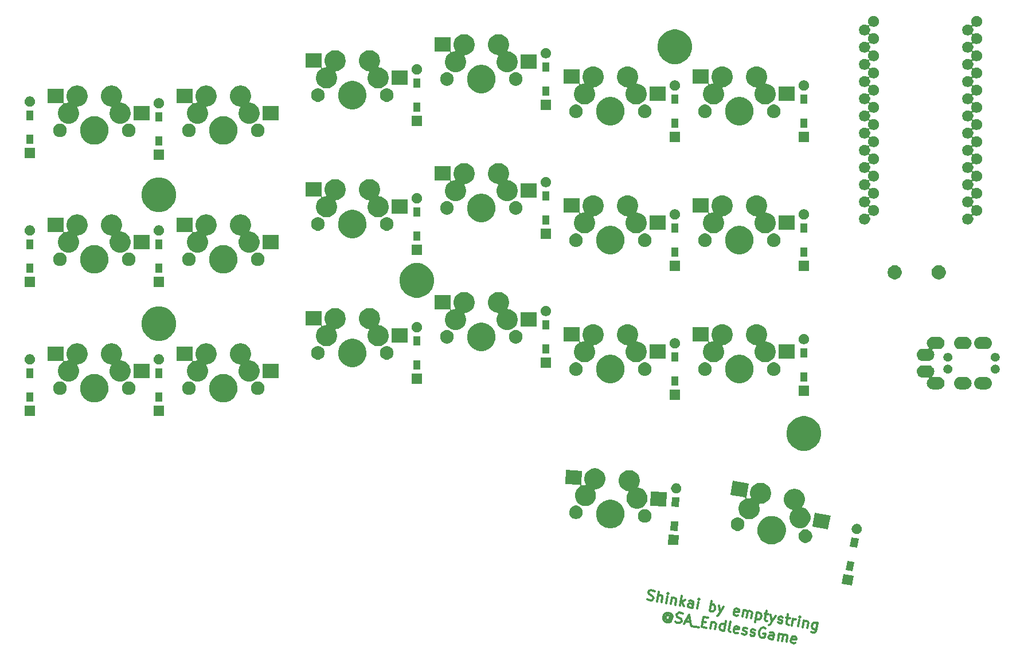
<source format=gbr>
G04 #@! TF.GenerationSoftware,KiCad,Pcbnew,(5.1.0)-1*
G04 #@! TF.CreationDate,2019-05-16T01:00:00+08:00*
G04 #@! TF.ProjectId,Shinkai,5368696e-6b61-4692-9e6b-696361645f70,rev?*
G04 #@! TF.SameCoordinates,Original*
G04 #@! TF.FileFunction,Soldermask,Top*
G04 #@! TF.FilePolarity,Negative*
%FSLAX46Y46*%
G04 Gerber Fmt 4.6, Leading zero omitted, Abs format (unit mm)*
G04 Created by KiCad (PCBNEW (5.1.0)-1) date 2019-05-16 01:00:00*
%MOMM*%
%LPD*%
G04 APERTURE LIST*
%ADD10C,0.300000*%
%ADD11C,0.100000*%
G04 APERTURE END LIST*
D10*
X176905014Y-162632046D02*
X177103641Y-162739600D01*
X177455358Y-162801617D01*
X177608448Y-162756080D01*
X177691195Y-162698140D01*
X177786345Y-162569857D01*
X177811152Y-162429170D01*
X177765616Y-162276080D01*
X177707676Y-162193333D01*
X177579392Y-162098183D01*
X177310422Y-161978226D01*
X177182139Y-161883075D01*
X177124199Y-161800328D01*
X177078662Y-161647238D01*
X177103469Y-161506551D01*
X177198619Y-161378268D01*
X177281366Y-161320328D01*
X177434457Y-161274791D01*
X177786174Y-161336809D01*
X177984800Y-161444362D01*
X178369822Y-162962862D02*
X178630295Y-161485650D01*
X179002913Y-163074493D02*
X179139351Y-162300715D01*
X179093814Y-162147625D01*
X178965531Y-162052475D01*
X178754501Y-162015264D01*
X178601410Y-162060801D01*
X178518664Y-162118741D01*
X179706347Y-163198527D02*
X179879995Y-162213719D01*
X179966819Y-161721315D02*
X179884073Y-161779255D01*
X179942012Y-161862002D01*
X180024759Y-161804062D01*
X179966819Y-161721315D01*
X179942012Y-161862002D01*
X180583429Y-162337754D02*
X180409781Y-163322561D01*
X180558623Y-162478440D02*
X180641369Y-162420501D01*
X180794460Y-162374964D01*
X181005490Y-162412174D01*
X181133773Y-162507325D01*
X181179310Y-162660415D01*
X181042872Y-163434192D01*
X181746306Y-163558227D02*
X182006778Y-162081015D01*
X181986220Y-163020286D02*
X182309053Y-163657454D01*
X182482701Y-162672647D02*
X181820727Y-163136166D01*
X183575235Y-163880716D02*
X183711673Y-163106939D01*
X183666136Y-162953848D01*
X183537853Y-162858698D01*
X183256479Y-162809084D01*
X183103389Y-162854621D01*
X183587638Y-163810373D02*
X183434548Y-163855909D01*
X183082831Y-163793892D01*
X182954547Y-163698742D01*
X182909011Y-163545652D01*
X182933818Y-163404965D01*
X183028968Y-163276681D01*
X183182058Y-163231145D01*
X183533775Y-163293162D01*
X183686866Y-163247626D01*
X184278669Y-164004751D02*
X184452317Y-163019943D01*
X184539141Y-162527539D02*
X184456394Y-162585479D01*
X184514334Y-162668226D01*
X184597081Y-162610286D01*
X184539141Y-162527539D01*
X184514334Y-162668226D01*
X186107597Y-164327240D02*
X186368070Y-162850029D01*
X186268842Y-163412776D02*
X186421932Y-163367239D01*
X186703306Y-163416853D01*
X186831590Y-163512003D01*
X186889529Y-163594750D01*
X186935066Y-163747840D01*
X186860645Y-164169901D01*
X186765495Y-164298184D01*
X186682748Y-164356124D01*
X186529658Y-164401661D01*
X186248284Y-164352047D01*
X186120001Y-164256897D01*
X187477084Y-163553291D02*
X187655153Y-164600116D01*
X188180518Y-163677325D02*
X187655153Y-164600116D01*
X187452449Y-164927026D01*
X187369702Y-164984966D01*
X187216611Y-165030503D01*
X190270262Y-164988700D02*
X190117172Y-165034236D01*
X189835798Y-164984623D01*
X189707515Y-164889472D01*
X189661978Y-164736382D01*
X189761206Y-164173635D01*
X189856356Y-164045351D01*
X190009446Y-163999815D01*
X190290820Y-164049429D01*
X190419103Y-164144579D01*
X190464640Y-164297669D01*
X190439833Y-164438356D01*
X189711592Y-164455008D01*
X190961293Y-165183078D02*
X191134941Y-164198270D01*
X191110134Y-164338957D02*
X191192881Y-164281017D01*
X191345971Y-164235480D01*
X191557001Y-164272691D01*
X191685285Y-164367841D01*
X191730821Y-164520931D01*
X191594384Y-165294709D01*
X191730821Y-164520931D02*
X191825972Y-164392648D01*
X191979062Y-164347111D01*
X192190092Y-164384321D01*
X192318376Y-164479472D01*
X192363912Y-164632562D01*
X192227474Y-165406340D01*
X193104557Y-164545566D02*
X192844084Y-166022778D01*
X193092153Y-164615910D02*
X193245243Y-164570373D01*
X193526617Y-164619987D01*
X193654900Y-164715137D01*
X193712840Y-164797884D01*
X193758377Y-164950974D01*
X193683956Y-165373035D01*
X193588806Y-165501318D01*
X193506059Y-165559258D01*
X193352969Y-165604795D01*
X193071595Y-165555181D01*
X192943312Y-165460031D01*
X194230051Y-164744021D02*
X194792798Y-164843249D01*
X194527905Y-164288828D02*
X194304643Y-165555009D01*
X194350180Y-165708099D01*
X194478463Y-165803250D01*
X194619150Y-165828057D01*
X195144515Y-164905266D02*
X195322584Y-165952091D01*
X195847950Y-165029300D02*
X195322584Y-165952091D01*
X195119880Y-166279001D01*
X195037133Y-166336941D01*
X194884043Y-166382478D01*
X196179109Y-166030589D02*
X196307392Y-166125739D01*
X196588766Y-166175353D01*
X196741856Y-166129816D01*
X196837006Y-166001533D01*
X196849410Y-165931190D01*
X196803873Y-165778099D01*
X196675590Y-165682949D01*
X196464560Y-165645739D01*
X196336276Y-165550588D01*
X196290740Y-165397498D01*
X196303143Y-165327155D01*
X196398293Y-165198871D01*
X196551384Y-165153335D01*
X196762414Y-165190545D01*
X196890697Y-165285695D01*
X197395505Y-165302176D02*
X197958252Y-165401404D01*
X197693359Y-164846983D02*
X197470097Y-166113164D01*
X197515634Y-166266254D01*
X197643917Y-166361405D01*
X197784604Y-166386211D01*
X198277008Y-166473036D02*
X198450656Y-165488228D01*
X198401042Y-165769601D02*
X198496192Y-165641318D01*
X198578939Y-165583378D01*
X198732029Y-165537842D01*
X198872716Y-165562648D01*
X199191472Y-166634280D02*
X199365120Y-165649472D01*
X199451944Y-165157069D02*
X199369197Y-165215009D01*
X199427137Y-165297755D01*
X199509884Y-165239815D01*
X199451944Y-165157069D01*
X199427137Y-165297755D01*
X200068554Y-165773507D02*
X199894906Y-166758315D01*
X200043747Y-165914194D02*
X200126494Y-165856254D01*
X200279584Y-165810717D01*
X200490615Y-165847928D01*
X200618898Y-165943078D01*
X200664435Y-166096168D01*
X200527997Y-166869946D01*
X202038170Y-166120803D02*
X201827311Y-167316641D01*
X201732161Y-167444925D01*
X201649414Y-167502865D01*
X201496324Y-167548401D01*
X201285294Y-167511191D01*
X201157010Y-167416041D01*
X201876925Y-167035268D02*
X201723835Y-167080804D01*
X201442461Y-167031190D01*
X201314178Y-166936040D01*
X201256238Y-166853293D01*
X201210701Y-166700203D01*
X201285122Y-166278142D01*
X201380272Y-166149859D01*
X201463019Y-166091919D01*
X201616109Y-166046383D01*
X201897483Y-166095996D01*
X202025766Y-166191147D01*
X180266871Y-165161396D02*
X180208931Y-165078649D01*
X180080648Y-164983499D01*
X179939961Y-164958692D01*
X179786871Y-165004228D01*
X179704124Y-165062168D01*
X179608974Y-165190452D01*
X179584167Y-165331139D01*
X179629703Y-165484229D01*
X179687643Y-165566976D01*
X179815927Y-165662126D01*
X179956613Y-165686933D01*
X180109704Y-165641396D01*
X180192451Y-165583456D01*
X180291678Y-165020709D02*
X180192451Y-165583456D01*
X180250390Y-165666203D01*
X180320734Y-165678607D01*
X180473824Y-165633070D01*
X180568974Y-165504787D01*
X180630992Y-165153070D01*
X180527515Y-164917233D01*
X180341292Y-164739335D01*
X180072322Y-164619378D01*
X179778545Y-164640108D01*
X179542707Y-164743584D01*
X179364810Y-164929808D01*
X179244853Y-165198778D01*
X179265583Y-165492555D01*
X179369059Y-165728392D01*
X179555283Y-165906289D01*
X179824253Y-166026246D01*
X180118030Y-166005517D01*
X180353867Y-165902040D01*
X181069705Y-165955731D02*
X181268331Y-166063285D01*
X181620048Y-166125302D01*
X181773139Y-166079766D01*
X181855885Y-166021826D01*
X181951036Y-165893542D01*
X181975843Y-165752856D01*
X181930306Y-165599765D01*
X181872366Y-165517018D01*
X181744083Y-165421868D01*
X181475113Y-165301911D01*
X181346829Y-165206761D01*
X181288889Y-165124014D01*
X181243353Y-164970924D01*
X181268160Y-164830237D01*
X181363310Y-164701953D01*
X181446057Y-164644013D01*
X181599147Y-164598477D01*
X181950864Y-164660494D01*
X182149491Y-164768048D01*
X182538590Y-165852083D02*
X183242024Y-165976118D01*
X182323482Y-166249337D02*
X183076359Y-164858949D01*
X183308290Y-166422985D01*
X183424170Y-166588479D02*
X184549665Y-166786934D01*
X185062627Y-165934487D02*
X185555030Y-166021311D01*
X185629623Y-166832298D02*
X184926189Y-166708264D01*
X185186661Y-165231052D01*
X185890095Y-165355087D01*
X186436362Y-165959122D02*
X186262713Y-166943929D01*
X186411555Y-166099808D02*
X186494302Y-166041869D01*
X186647392Y-165996332D01*
X186858422Y-166033542D01*
X186986706Y-166128693D01*
X187032242Y-166281783D01*
X186895804Y-167055560D01*
X188232329Y-167291226D02*
X188492801Y-165814014D01*
X188244732Y-167220882D02*
X188091642Y-167266419D01*
X187810269Y-167216805D01*
X187681985Y-167121655D01*
X187624045Y-167038908D01*
X187578509Y-166885818D01*
X187652929Y-166463757D01*
X187748080Y-166335474D01*
X187830826Y-166277534D01*
X187983917Y-166231997D01*
X188265290Y-166281611D01*
X188393574Y-166376761D01*
X189146793Y-167452471D02*
X189018510Y-167357320D01*
X188972973Y-167204230D01*
X189196235Y-165938049D01*
X190284691Y-167580582D02*
X190131601Y-167626119D01*
X189850227Y-167576505D01*
X189721944Y-167481355D01*
X189676408Y-167328264D01*
X189775635Y-166765517D01*
X189870785Y-166637234D01*
X190023876Y-166591697D01*
X190305249Y-166641311D01*
X190433533Y-166736461D01*
X190479069Y-166889551D01*
X190454262Y-167030238D01*
X189726021Y-167046891D01*
X190917782Y-167692213D02*
X191046065Y-167787363D01*
X191327439Y-167836977D01*
X191480529Y-167791441D01*
X191575680Y-167663157D01*
X191588083Y-167592814D01*
X191542547Y-167439724D01*
X191414263Y-167344573D01*
X191203233Y-167307363D01*
X191074950Y-167212213D01*
X191029413Y-167059122D01*
X191041816Y-166988779D01*
X191136967Y-166860496D01*
X191290057Y-166814959D01*
X191501087Y-166852169D01*
X191629371Y-166947320D01*
X192113620Y-167903072D02*
X192241903Y-167998222D01*
X192523277Y-168047836D01*
X192676367Y-168002299D01*
X192771518Y-167874016D01*
X192783921Y-167803672D01*
X192738385Y-167650582D01*
X192610101Y-167555432D01*
X192399071Y-167518221D01*
X192270788Y-167423071D01*
X192225251Y-167269981D01*
X192237654Y-167199638D01*
X192332805Y-167071354D01*
X192485895Y-167025818D01*
X192696925Y-167063028D01*
X192825209Y-167158178D01*
X194389244Y-166926247D02*
X194260961Y-166831096D01*
X194049931Y-166793886D01*
X193826497Y-166827019D01*
X193661003Y-166942899D01*
X193565853Y-167071182D01*
X193445896Y-167340153D01*
X193408686Y-167551183D01*
X193429415Y-167844960D01*
X193474952Y-167998050D01*
X193590832Y-168163544D01*
X193789458Y-168271098D01*
X193930145Y-168295905D01*
X194153579Y-168262771D01*
X194236326Y-168204831D01*
X194323150Y-167712428D01*
X194041776Y-167662814D01*
X195477700Y-168568780D02*
X195614138Y-167795003D01*
X195568602Y-167641912D01*
X195440318Y-167546762D01*
X195158945Y-167497148D01*
X195005854Y-167542685D01*
X195490104Y-168498437D02*
X195337013Y-168543973D01*
X194985296Y-168481956D01*
X194857013Y-168386806D01*
X194811477Y-168233716D01*
X194836283Y-168093029D01*
X194931434Y-167964745D01*
X195084524Y-167919209D01*
X195436241Y-167981226D01*
X195589331Y-167935690D01*
X196181134Y-168692815D02*
X196354783Y-167708007D01*
X196329976Y-167848694D02*
X196412723Y-167790754D01*
X196565813Y-167745217D01*
X196776843Y-167782428D01*
X196905126Y-167877578D01*
X196950663Y-168030668D01*
X196814225Y-168804446D01*
X196950663Y-168030668D02*
X197045813Y-167902385D01*
X197198904Y-167856848D01*
X197409934Y-167894058D01*
X197538217Y-167989209D01*
X197583754Y-168142299D01*
X197447316Y-168916077D01*
X198725901Y-169068995D02*
X198572810Y-169114532D01*
X198291437Y-169064918D01*
X198163153Y-168969768D01*
X198117617Y-168816677D01*
X198216844Y-168253930D01*
X198311995Y-168125647D01*
X198465085Y-168080110D01*
X198746459Y-168129724D01*
X198874742Y-168224874D01*
X198920278Y-168377964D01*
X198895472Y-168518651D01*
X198167231Y-168535304D01*
D11*
G36*
X207376283Y-159116684D02*
G01*
X207115984Y-160592911D01*
X205639757Y-160332612D01*
X205900056Y-158856385D01*
X207376283Y-159116684D01*
X207376283Y-159116684D01*
G37*
G36*
X207501130Y-157121553D02*
G01*
X207257676Y-158502253D01*
X206221658Y-158319575D01*
X206465112Y-156938875D01*
X207501130Y-157121553D01*
X207501130Y-157121553D01*
G37*
G36*
X208117582Y-153625485D02*
G01*
X207874128Y-155006185D01*
X206838110Y-154823507D01*
X207081564Y-153442807D01*
X208117582Y-153625485D01*
X208117582Y-153625485D01*
G37*
G36*
X181564059Y-153114912D02*
G01*
X181485607Y-154611858D01*
X179988661Y-154533406D01*
X180067113Y-153036460D01*
X181564059Y-153114912D01*
X181564059Y-153114912D01*
G37*
G36*
X195740036Y-150352827D02*
G01*
X195875339Y-150379740D01*
X196024996Y-150441730D01*
X196239089Y-150530410D01*
X196257697Y-150538118D01*
X196283464Y-150555335D01*
X196601809Y-150768046D01*
X196894454Y-151060691D01*
X196968622Y-151171691D01*
X197124382Y-151404803D01*
X197282760Y-151787161D01*
X197287273Y-151809848D01*
X197363500Y-152193068D01*
X197363500Y-152606932D01*
X197323508Y-152807984D01*
X197282760Y-153012839D01*
X197272975Y-153036461D01*
X197124383Y-153395195D01*
X196970509Y-153625485D01*
X196894453Y-153739310D01*
X196601810Y-154031953D01*
X196257697Y-154261882D01*
X195875339Y-154420260D01*
X195740036Y-154447173D01*
X195469432Y-154501000D01*
X195055568Y-154501000D01*
X194784964Y-154447173D01*
X194649661Y-154420260D01*
X194267303Y-154261882D01*
X193923190Y-154031953D01*
X193630547Y-153739310D01*
X193554492Y-153625485D01*
X193400617Y-153395195D01*
X193252025Y-153036461D01*
X193242240Y-153012839D01*
X193201492Y-152807984D01*
X193161500Y-152606932D01*
X193161500Y-152193068D01*
X193237727Y-151809848D01*
X193242240Y-151787161D01*
X193400618Y-151404803D01*
X193556378Y-151171691D01*
X193630546Y-151060691D01*
X193923191Y-150768046D01*
X194241536Y-150555335D01*
X194267303Y-150538118D01*
X194285912Y-150530410D01*
X194500004Y-150441730D01*
X194649661Y-150379740D01*
X194784964Y-150352827D01*
X195055568Y-150299000D01*
X195469432Y-150299000D01*
X195740036Y-150352827D01*
X195740036Y-150352827D01*
G37*
G36*
X200429761Y-152294231D02*
G01*
X200557304Y-152319601D01*
X200739474Y-152395059D01*
X200903423Y-152504606D01*
X201042850Y-152644033D01*
X201152397Y-152807982D01*
X201227855Y-152990152D01*
X201266323Y-153183543D01*
X201266323Y-153380723D01*
X201227855Y-153574114D01*
X201152397Y-153756284D01*
X201042850Y-153920233D01*
X200903423Y-154059660D01*
X200739474Y-154169207D01*
X200557304Y-154244665D01*
X200363914Y-154283133D01*
X200166732Y-154283133D01*
X199973342Y-154244665D01*
X199791172Y-154169207D01*
X199627223Y-154059660D01*
X199487796Y-153920233D01*
X199378249Y-153756284D01*
X199302791Y-153574114D01*
X199264323Y-153380723D01*
X199264323Y-153183543D01*
X199302791Y-152990152D01*
X199378249Y-152807982D01*
X199487796Y-152644033D01*
X199627223Y-152504606D01*
X199791172Y-152395059D01*
X199973342Y-152319601D01*
X200100885Y-152294231D01*
X200166732Y-152281133D01*
X200363914Y-152281133D01*
X200429761Y-152294231D01*
X200429761Y-152294231D01*
G37*
G36*
X207925645Y-151475011D02*
G01*
X208049841Y-151499714D01*
X208186242Y-151556213D01*
X208308999Y-151638237D01*
X208413395Y-151742633D01*
X208495419Y-151865390D01*
X208551918Y-152001791D01*
X208580720Y-152146593D01*
X208580720Y-152294231D01*
X208551918Y-152439033D01*
X208495419Y-152575434D01*
X208413395Y-152698191D01*
X208308999Y-152802587D01*
X208186242Y-152884611D01*
X208049841Y-152941110D01*
X207925645Y-152965813D01*
X207905040Y-152969912D01*
X207757400Y-152969912D01*
X207736795Y-152965813D01*
X207612599Y-152941110D01*
X207476198Y-152884611D01*
X207353441Y-152802587D01*
X207249045Y-152698191D01*
X207167021Y-152575434D01*
X207110522Y-152439033D01*
X207081720Y-152294231D01*
X207081720Y-152146593D01*
X207110522Y-152001791D01*
X207167021Y-151865390D01*
X207249045Y-151742633D01*
X207353441Y-151638237D01*
X207476198Y-151556213D01*
X207612599Y-151499714D01*
X207736795Y-151475011D01*
X207757400Y-151470912D01*
X207905040Y-151470912D01*
X207925645Y-151475011D01*
X207925645Y-151475011D01*
G37*
G36*
X180444107Y-151066991D02*
G01*
X181444831Y-151119436D01*
X181371456Y-152519515D01*
X181371455Y-152519515D01*
X181321621Y-152516903D01*
X180320897Y-152464458D01*
X180394272Y-151064379D01*
X180394273Y-151064379D01*
X180444107Y-151066991D01*
X180444107Y-151066991D01*
G37*
G36*
X190426352Y-150530410D02*
G01*
X190551658Y-150555335D01*
X190733828Y-150630793D01*
X190897777Y-150740340D01*
X191037204Y-150879767D01*
X191146751Y-151043716D01*
X191222209Y-151225886D01*
X191260677Y-151419277D01*
X191260677Y-151616457D01*
X191222209Y-151809848D01*
X191146751Y-151992018D01*
X191037204Y-152155967D01*
X190897777Y-152295394D01*
X190733828Y-152404941D01*
X190551658Y-152480399D01*
X190454962Y-152499633D01*
X190358268Y-152518867D01*
X190161086Y-152518867D01*
X190064392Y-152499633D01*
X189967696Y-152480399D01*
X189785526Y-152404941D01*
X189621577Y-152295394D01*
X189482150Y-152155967D01*
X189372603Y-151992018D01*
X189297145Y-151809848D01*
X189258677Y-151616457D01*
X189258677Y-151419277D01*
X189297145Y-151225886D01*
X189372603Y-151043716D01*
X189482150Y-150879767D01*
X189621577Y-150740340D01*
X189785526Y-150630793D01*
X189967696Y-150555335D01*
X190093002Y-150530410D01*
X190161086Y-150516867D01*
X190358268Y-150516867D01*
X190426352Y-150530410D01*
X190426352Y-150530410D01*
G37*
G36*
X203969425Y-150248251D02*
G01*
X203969425Y-150248252D01*
X203701994Y-151764928D01*
X203604417Y-152318317D01*
X201238909Y-151901215D01*
X201255020Y-151809847D01*
X201603917Y-149831149D01*
X203969425Y-150248251D01*
X203969425Y-150248251D01*
G37*
G36*
X171927536Y-147971577D02*
G01*
X172062839Y-147998490D01*
X172144340Y-148032249D01*
X172390086Y-148134040D01*
X172445197Y-148156868D01*
X172789310Y-148386797D01*
X173081953Y-148679440D01*
X173257514Y-148942185D01*
X173311883Y-149023555D01*
X173337015Y-149084229D01*
X173470260Y-149405911D01*
X173485123Y-149480631D01*
X173551000Y-149811818D01*
X173551000Y-150225682D01*
X173508025Y-150441729D01*
X173470260Y-150631589D01*
X173311882Y-151013947D01*
X173081953Y-151358060D01*
X172789310Y-151650703D01*
X172445197Y-151880632D01*
X172445196Y-151880633D01*
X172445195Y-151880633D01*
X172333206Y-151927020D01*
X172062839Y-152039010D01*
X171927536Y-152065923D01*
X171656932Y-152119750D01*
X171243068Y-152119750D01*
X170972464Y-152065923D01*
X170837161Y-152039010D01*
X170566794Y-151927020D01*
X170454805Y-151880633D01*
X170454804Y-151880633D01*
X170454803Y-151880632D01*
X170110690Y-151650703D01*
X169818047Y-151358060D01*
X169588118Y-151013947D01*
X169429740Y-150631589D01*
X169391975Y-150441729D01*
X169349000Y-150225682D01*
X169349000Y-149811818D01*
X169414877Y-149480631D01*
X169429740Y-149405911D01*
X169562985Y-149084229D01*
X169588117Y-149023555D01*
X169642487Y-148942185D01*
X169818047Y-148679440D01*
X170110690Y-148386797D01*
X170454803Y-148156868D01*
X170509915Y-148134040D01*
X170755660Y-148032249D01*
X170837161Y-147998490D01*
X170972464Y-147971577D01*
X171243068Y-147917750D01*
X171656932Y-147917750D01*
X171927536Y-147971577D01*
X171927536Y-147971577D01*
G37*
G36*
X198948629Y-146317045D02*
G01*
X199098454Y-146346847D01*
X199380718Y-146463764D01*
X199634749Y-146633502D01*
X199850785Y-146849538D01*
X200020523Y-147103569D01*
X200137440Y-147385833D01*
X200141953Y-147408520D01*
X200197044Y-147685482D01*
X200197044Y-147991004D01*
X200188840Y-148032248D01*
X200137440Y-148290653D01*
X200020523Y-148572917D01*
X199850785Y-148826948D01*
X199823925Y-148853808D01*
X199808389Y-148872739D01*
X199796838Y-148894350D01*
X199789725Y-148917799D01*
X199787323Y-148942185D01*
X199789725Y-148966571D01*
X199796838Y-148990020D01*
X199808389Y-149011631D01*
X199823934Y-149030573D01*
X199842876Y-149046118D01*
X199864487Y-149057669D01*
X199887926Y-149064779D01*
X199908094Y-149068791D01*
X200190358Y-149185708D01*
X200444389Y-149355446D01*
X200660425Y-149571482D01*
X200830163Y-149825513D01*
X200947080Y-150107777D01*
X200947080Y-150107778D01*
X201001867Y-150383207D01*
X201006684Y-150407427D01*
X201006684Y-150712947D01*
X200947080Y-151012597D01*
X200830163Y-151294861D01*
X200660425Y-151548892D01*
X200444389Y-151764928D01*
X200190358Y-151934666D01*
X199908094Y-152051583D01*
X199758269Y-152081385D01*
X199608445Y-152111187D01*
X199302923Y-152111187D01*
X199153099Y-152081385D01*
X199003274Y-152051583D01*
X198721010Y-151934666D01*
X198466979Y-151764928D01*
X198250943Y-151548892D01*
X198081205Y-151294861D01*
X197964288Y-151012597D01*
X197904684Y-150712947D01*
X197904684Y-150407427D01*
X197909502Y-150383207D01*
X197964288Y-150107778D01*
X197964288Y-150107777D01*
X198081205Y-149825513D01*
X198250943Y-149571482D01*
X198277803Y-149544622D01*
X198293339Y-149525691D01*
X198304890Y-149504080D01*
X198312003Y-149480631D01*
X198314405Y-149456245D01*
X198312003Y-149431859D01*
X198304890Y-149408410D01*
X198293339Y-149386799D01*
X198277794Y-149367857D01*
X198258852Y-149352312D01*
X198237241Y-149340761D01*
X198213802Y-149333651D01*
X198193634Y-149329639D01*
X197911370Y-149212722D01*
X197657339Y-149042984D01*
X197441303Y-148826948D01*
X197271565Y-148572917D01*
X197154648Y-148290653D01*
X197103248Y-148032248D01*
X197095044Y-147991004D01*
X197095044Y-147685482D01*
X197150135Y-147408520D01*
X197154648Y-147385833D01*
X197271565Y-147103569D01*
X197441303Y-146849538D01*
X197657339Y-146633502D01*
X197911370Y-146463764D01*
X198193634Y-146346847D01*
X198343459Y-146317045D01*
X198493283Y-146287243D01*
X198798805Y-146287243D01*
X198948629Y-146317045D01*
X198948629Y-146317045D01*
G37*
G36*
X176815019Y-149322085D02*
G01*
X176997189Y-149397543D01*
X177161138Y-149507090D01*
X177300565Y-149646517D01*
X177410112Y-149810466D01*
X177476883Y-149971663D01*
X177485570Y-149992637D01*
X177524038Y-150186026D01*
X177524038Y-150383208D01*
X177522491Y-150390983D01*
X177485570Y-150576598D01*
X177459325Y-150639958D01*
X177412136Y-150753883D01*
X177410112Y-150758768D01*
X177300565Y-150922717D01*
X177161138Y-151062144D01*
X176997189Y-151171691D01*
X176815019Y-151247149D01*
X176718323Y-151266383D01*
X176621629Y-151285617D01*
X176424447Y-151285617D01*
X176327753Y-151266383D01*
X176231057Y-151247149D01*
X176048887Y-151171691D01*
X175884938Y-151062144D01*
X175745511Y-150922717D01*
X175635964Y-150758768D01*
X175633941Y-150753883D01*
X175586751Y-150639958D01*
X175560506Y-150576598D01*
X175523585Y-150390983D01*
X175522038Y-150383208D01*
X175522038Y-150186026D01*
X175560506Y-149992637D01*
X175569194Y-149971663D01*
X175635964Y-149810466D01*
X175745511Y-149646517D01*
X175884938Y-149507090D01*
X176048887Y-149397543D01*
X176231057Y-149322085D01*
X176424447Y-149283617D01*
X176621629Y-149283617D01*
X176815019Y-149322085D01*
X176815019Y-149322085D01*
G37*
G36*
X191903432Y-145541508D02*
G01*
X191903432Y-145541509D01*
X191823296Y-145995981D01*
X191547096Y-147562394D01*
X191545227Y-147586827D01*
X191548160Y-147611155D01*
X191555783Y-147634443D01*
X191567803Y-147655797D01*
X191583758Y-147674395D01*
X191603034Y-147689523D01*
X191624892Y-147700600D01*
X191648490Y-147707200D01*
X191672923Y-147709069D01*
X191694582Y-147706697D01*
X191798688Y-147685989D01*
X192079682Y-147685989D01*
X192104068Y-147683587D01*
X192127517Y-147676474D01*
X192149128Y-147664923D01*
X192168070Y-147649378D01*
X192183615Y-147630436D01*
X192195166Y-147608825D01*
X192202279Y-147585376D01*
X192204681Y-147560990D01*
X192202279Y-147536604D01*
X192195166Y-147513155D01*
X192151825Y-147408520D01*
X192092221Y-147108871D01*
X192092221Y-146803349D01*
X192145278Y-146536613D01*
X192151825Y-146503700D01*
X192268742Y-146221436D01*
X192438480Y-145967405D01*
X192654516Y-145751369D01*
X192908547Y-145581631D01*
X193190811Y-145464714D01*
X193340636Y-145434912D01*
X193490460Y-145405110D01*
X193795982Y-145405110D01*
X193945806Y-145434912D01*
X194095631Y-145464714D01*
X194377895Y-145581631D01*
X194631926Y-145751369D01*
X194847962Y-145967405D01*
X195017700Y-146221436D01*
X195134617Y-146503700D01*
X195141164Y-146536613D01*
X195192914Y-146796776D01*
X195194221Y-146803350D01*
X195194221Y-147108870D01*
X195134617Y-147408520D01*
X195017700Y-147690784D01*
X194847962Y-147944815D01*
X194631926Y-148160851D01*
X194377895Y-148330589D01*
X194095631Y-148447506D01*
X193945806Y-148477308D01*
X193795982Y-148507110D01*
X193514988Y-148507110D01*
X193490602Y-148509512D01*
X193467153Y-148516625D01*
X193445542Y-148528176D01*
X193426600Y-148543721D01*
X193411055Y-148562663D01*
X193399504Y-148584274D01*
X193392391Y-148607723D01*
X193389989Y-148632109D01*
X193392391Y-148656495D01*
X193399504Y-148679944D01*
X193442845Y-148784579D01*
X193502449Y-149084228D01*
X193502449Y-149389750D01*
X193472647Y-149539574D01*
X193442845Y-149689399D01*
X193325928Y-149971663D01*
X193156190Y-150225694D01*
X192940154Y-150441730D01*
X192686123Y-150611468D01*
X192403859Y-150728385D01*
X192275672Y-150753883D01*
X192104210Y-150787989D01*
X191798688Y-150787989D01*
X191627226Y-150753883D01*
X191499039Y-150728385D01*
X191216775Y-150611468D01*
X190962744Y-150441730D01*
X190746708Y-150225694D01*
X190576970Y-149971663D01*
X190460053Y-149689399D01*
X190430251Y-149539574D01*
X190400449Y-149389750D01*
X190400449Y-149084228D01*
X190451625Y-148826948D01*
X190460053Y-148784579D01*
X190576970Y-148502315D01*
X190746708Y-148248284D01*
X190962744Y-148032248D01*
X191216775Y-147862510D01*
X191341539Y-147810831D01*
X191363145Y-147799283D01*
X191382087Y-147783738D01*
X191397632Y-147764796D01*
X191409183Y-147743185D01*
X191416296Y-147719736D01*
X191418698Y-147695350D01*
X191416296Y-147670964D01*
X191409183Y-147647515D01*
X191397632Y-147625904D01*
X191382087Y-147606962D01*
X191363145Y-147591417D01*
X191341534Y-147579866D01*
X191315405Y-147572250D01*
X189172916Y-147194472D01*
X189184272Y-147130071D01*
X189537924Y-145124406D01*
X191903432Y-145541508D01*
X191903432Y-145541508D01*
G37*
G36*
X166668943Y-148790351D02*
G01*
X166851113Y-148865809D01*
X167015062Y-148975356D01*
X167154489Y-149114783D01*
X167264036Y-149278732D01*
X167264037Y-149278734D01*
X167281994Y-149322085D01*
X167313250Y-149397543D01*
X167339494Y-149460903D01*
X167377962Y-149654292D01*
X167377962Y-149851474D01*
X167339494Y-150044863D01*
X167264592Y-150225693D01*
X167264036Y-150227034D01*
X167154489Y-150390983D01*
X167015062Y-150530410D01*
X166851113Y-150639957D01*
X166668943Y-150715415D01*
X166475553Y-150753883D01*
X166278371Y-150753883D01*
X166084981Y-150715415D01*
X165902811Y-150639957D01*
X165738862Y-150530410D01*
X165599435Y-150390983D01*
X165489888Y-150227034D01*
X165489333Y-150225693D01*
X165414430Y-150044863D01*
X165375962Y-149851474D01*
X165375962Y-149654292D01*
X165414430Y-149460903D01*
X165440675Y-149397543D01*
X165471930Y-149322085D01*
X165489887Y-149278734D01*
X165489888Y-149278732D01*
X165599435Y-149114783D01*
X165738862Y-148975356D01*
X165902811Y-148865809D01*
X166084981Y-148790351D01*
X166278371Y-148751883D01*
X166475553Y-148751883D01*
X166668943Y-148790351D01*
X166668943Y-148790351D01*
G37*
G36*
X174554971Y-143557447D02*
G01*
X174704796Y-143587249D01*
X174987060Y-143704166D01*
X175241091Y-143873904D01*
X175457127Y-144089940D01*
X175626865Y-144343971D01*
X175743782Y-144626235D01*
X175803386Y-144925885D01*
X175803386Y-145231405D01*
X175743782Y-145531055D01*
X175626865Y-145813319D01*
X175533512Y-145953032D01*
X175521964Y-145974637D01*
X175514851Y-145998086D01*
X175512449Y-146022472D01*
X175514851Y-146046858D01*
X175521964Y-146070307D01*
X175533515Y-146091918D01*
X175549061Y-146110860D01*
X175568002Y-146126405D01*
X175589613Y-146137956D01*
X175613062Y-146145069D01*
X175840122Y-146190234D01*
X176122386Y-146307151D01*
X176376417Y-146476889D01*
X176592453Y-146692925D01*
X176762191Y-146946956D01*
X176864715Y-147194472D01*
X176879108Y-147229221D01*
X176936798Y-147519245D01*
X176938712Y-147528870D01*
X176938712Y-147834390D01*
X176879108Y-148134040D01*
X176762191Y-148416304D01*
X176592453Y-148670335D01*
X176376417Y-148886371D01*
X176122386Y-149056109D01*
X175840122Y-149173026D01*
X175776365Y-149185708D01*
X175540473Y-149232630D01*
X175234951Y-149232630D01*
X174999059Y-149185708D01*
X174935302Y-149173026D01*
X174653038Y-149056109D01*
X174399007Y-148886371D01*
X174182971Y-148670335D01*
X174013233Y-148416304D01*
X173896316Y-148134040D01*
X173836712Y-147834390D01*
X173836712Y-147528870D01*
X173838627Y-147519245D01*
X173896316Y-147229221D01*
X173910709Y-147194472D01*
X174013233Y-146946956D01*
X174106586Y-146807243D01*
X174118134Y-146785638D01*
X174125247Y-146762189D01*
X174127649Y-146737803D01*
X174125247Y-146713417D01*
X174118134Y-146689968D01*
X174106583Y-146668357D01*
X174091037Y-146649415D01*
X174072096Y-146633870D01*
X174050485Y-146622319D01*
X174027036Y-146615206D01*
X174000137Y-146609855D01*
X173799976Y-146570041D01*
X173517712Y-146453124D01*
X173263681Y-146283386D01*
X173047645Y-146067350D01*
X172877907Y-145813319D01*
X172760990Y-145531055D01*
X172701386Y-145231405D01*
X172701386Y-144925885D01*
X172760990Y-144626235D01*
X172877907Y-144343971D01*
X173047645Y-144089940D01*
X173263681Y-143873904D01*
X173517712Y-143704166D01*
X173799976Y-143587249D01*
X173949801Y-143557447D01*
X174099625Y-143527645D01*
X174405147Y-143527645D01*
X174554971Y-143557447D01*
X174554971Y-143557447D01*
G37*
G36*
X180629899Y-147521857D02*
G01*
X181630623Y-147574302D01*
X181557248Y-148974381D01*
X181557247Y-148974381D01*
X181507413Y-148971769D01*
X180506689Y-148919324D01*
X180580064Y-147519245D01*
X180580065Y-147519245D01*
X180629899Y-147521857D01*
X180629899Y-147521857D01*
G37*
G36*
X179829793Y-146821933D02*
G01*
X179719783Y-148921052D01*
X177321075Y-148795341D01*
X177431085Y-146696222D01*
X179829793Y-146821933D01*
X179829793Y-146821933D01*
G37*
G36*
X169481933Y-143291581D02*
G01*
X169631758Y-143321383D01*
X169914022Y-143438300D01*
X170168053Y-143608038D01*
X170384089Y-143824074D01*
X170553827Y-144078105D01*
X170670744Y-144360369D01*
X170730348Y-144660019D01*
X170730348Y-144965539D01*
X170670744Y-145265189D01*
X170553827Y-145547453D01*
X170384089Y-145801484D01*
X170168053Y-146017520D01*
X169914022Y-146187258D01*
X169631758Y-146304175D01*
X169481933Y-146333977D01*
X169332109Y-146363779D01*
X169263292Y-146363779D01*
X169238906Y-146366181D01*
X169215457Y-146373294D01*
X169193846Y-146384845D01*
X169174904Y-146400390D01*
X169159359Y-146419332D01*
X169147808Y-146440943D01*
X169140695Y-146464392D01*
X169138293Y-146488778D01*
X169140695Y-146513164D01*
X169147808Y-146536613D01*
X169148000Y-146536972D01*
X169152631Y-146548153D01*
X169152634Y-146548157D01*
X169269551Y-146830421D01*
X169273354Y-146849539D01*
X169323884Y-147103569D01*
X169329155Y-147130071D01*
X169329155Y-147435591D01*
X169269551Y-147735241D01*
X169152634Y-148017505D01*
X168982896Y-148271536D01*
X168766860Y-148487572D01*
X168512829Y-148657310D01*
X168230565Y-148774227D01*
X168080740Y-148804029D01*
X167930916Y-148833831D01*
X167625394Y-148833831D01*
X167475570Y-148804029D01*
X167325745Y-148774227D01*
X167043481Y-148657310D01*
X166789450Y-148487572D01*
X166573414Y-148271536D01*
X166403676Y-148017505D01*
X166286759Y-147735241D01*
X166227155Y-147435591D01*
X166227155Y-147130071D01*
X166232427Y-147103569D01*
X166282956Y-146849539D01*
X166286759Y-146830421D01*
X166403676Y-146548157D01*
X166573414Y-146294126D01*
X166789450Y-146078090D01*
X167001386Y-145936479D01*
X167020317Y-145920943D01*
X167035862Y-145902001D01*
X167047413Y-145880390D01*
X167054526Y-145856941D01*
X167056928Y-145832555D01*
X167054526Y-145808169D01*
X167047413Y-145784720D01*
X167035862Y-145763109D01*
X167020317Y-145744167D01*
X167001375Y-145728622D01*
X166979764Y-145717071D01*
X166956315Y-145709958D01*
X166938471Y-145707727D01*
X164771413Y-145594156D01*
X164881423Y-143495037D01*
X167280131Y-143620748D01*
X167174704Y-145632426D01*
X167173102Y-145662978D01*
X167174225Y-145687456D01*
X167180101Y-145711246D01*
X167190505Y-145733431D01*
X167205038Y-145753161D01*
X167223140Y-145769676D01*
X167244117Y-145782342D01*
X167267161Y-145790673D01*
X167291388Y-145794348D01*
X167322316Y-145792117D01*
X167625394Y-145731831D01*
X167694211Y-145731831D01*
X167718597Y-145729429D01*
X167742046Y-145722316D01*
X167763657Y-145710765D01*
X167782599Y-145695220D01*
X167798144Y-145676278D01*
X167809695Y-145654667D01*
X167816808Y-145631218D01*
X167819210Y-145606832D01*
X167816808Y-145582446D01*
X167809695Y-145558997D01*
X167809503Y-145558638D01*
X167804872Y-145547457D01*
X167804869Y-145547453D01*
X167687952Y-145265189D01*
X167628348Y-144965539D01*
X167628348Y-144660019D01*
X167687952Y-144360369D01*
X167804869Y-144078105D01*
X167974607Y-143824074D01*
X168190643Y-143608038D01*
X168444674Y-143438300D01*
X168726938Y-143321383D01*
X168876763Y-143291581D01*
X169026587Y-143261779D01*
X169332109Y-143261779D01*
X169481933Y-143291581D01*
X169481933Y-143291581D01*
G37*
G36*
X181269585Y-145469200D02*
G01*
X181393781Y-145493903D01*
X181530182Y-145550402D01*
X181652939Y-145632426D01*
X181757335Y-145736822D01*
X181839359Y-145859579D01*
X181895858Y-145995980D01*
X181924660Y-146140782D01*
X181924660Y-146288420D01*
X181895858Y-146433222D01*
X181839359Y-146569623D01*
X181757335Y-146692380D01*
X181652939Y-146796776D01*
X181530182Y-146878800D01*
X181393781Y-146935299D01*
X181269585Y-146960002D01*
X181248980Y-146964101D01*
X181101340Y-146964101D01*
X181080735Y-146960002D01*
X180956539Y-146935299D01*
X180820138Y-146878800D01*
X180697381Y-146796776D01*
X180592985Y-146692380D01*
X180510961Y-146569623D01*
X180454462Y-146433222D01*
X180425660Y-146288420D01*
X180425660Y-146140782D01*
X180454462Y-145995980D01*
X180510961Y-145859579D01*
X180592985Y-145736822D01*
X180697381Y-145632426D01*
X180820138Y-145550402D01*
X180956539Y-145493903D01*
X181080735Y-145469200D01*
X181101340Y-145465101D01*
X181248980Y-145465101D01*
X181269585Y-145469200D01*
X181269585Y-145469200D01*
G37*
G36*
X200769938Y-135660113D02*
G01*
X201234190Y-135852412D01*
X201234192Y-135852413D01*
X201652008Y-136131589D01*
X202007331Y-136486912D01*
X202286507Y-136904728D01*
X202286508Y-136904730D01*
X202478807Y-137368982D01*
X202576840Y-137861827D01*
X202576840Y-138364333D01*
X202478807Y-138857178D01*
X202286508Y-139321430D01*
X202286507Y-139321432D01*
X202007331Y-139739248D01*
X201652008Y-140094571D01*
X201234192Y-140373747D01*
X201234191Y-140373748D01*
X201234190Y-140373748D01*
X200769938Y-140566047D01*
X200277093Y-140664080D01*
X199774587Y-140664080D01*
X199281742Y-140566047D01*
X198817490Y-140373748D01*
X198817489Y-140373748D01*
X198817488Y-140373747D01*
X198399672Y-140094571D01*
X198044349Y-139739248D01*
X197765173Y-139321432D01*
X197765172Y-139321430D01*
X197572873Y-138857178D01*
X197474840Y-138364333D01*
X197474840Y-137861827D01*
X197572873Y-137368982D01*
X197765172Y-136904730D01*
X197765173Y-136904728D01*
X198044349Y-136486912D01*
X198399672Y-136131589D01*
X198817488Y-135852413D01*
X198817490Y-135852412D01*
X199281742Y-135660113D01*
X199774587Y-135562080D01*
X200277093Y-135562080D01*
X200769938Y-135660113D01*
X200769938Y-135660113D01*
G37*
G36*
X86474860Y-135528800D02*
G01*
X84975860Y-135528800D01*
X84975860Y-134029800D01*
X86474860Y-134029800D01*
X86474860Y-135528800D01*
X86474860Y-135528800D01*
G37*
G36*
X105524940Y-135528800D02*
G01*
X104025940Y-135528800D01*
X104025940Y-134029800D01*
X105524940Y-134029800D01*
X105524940Y-135528800D01*
X105524940Y-135528800D01*
G37*
G36*
X95727536Y-129377827D02*
G01*
X95862839Y-129404740D01*
X96245197Y-129563118D01*
X96329839Y-129619674D01*
X96589309Y-129793046D01*
X96881954Y-130085691D01*
X96884659Y-130089740D01*
X97108005Y-130424000D01*
X97111883Y-130429805D01*
X97125412Y-130462468D01*
X97259797Y-130786900D01*
X97270260Y-130812162D01*
X97351000Y-131218068D01*
X97351000Y-131631932D01*
X97297847Y-131899149D01*
X97270260Y-132037839D01*
X97111882Y-132420197D01*
X96881953Y-132764310D01*
X96589310Y-133056953D01*
X96245197Y-133286882D01*
X95862839Y-133445260D01*
X95727536Y-133472173D01*
X95456932Y-133526000D01*
X95043068Y-133526000D01*
X94772464Y-133472173D01*
X94637161Y-133445260D01*
X94254803Y-133286882D01*
X93910690Y-133056953D01*
X93618047Y-132764310D01*
X93388118Y-132420197D01*
X93229740Y-132037839D01*
X93202153Y-131899149D01*
X93149000Y-131631932D01*
X93149000Y-131218068D01*
X93229740Y-130812162D01*
X93240204Y-130786900D01*
X93374588Y-130462468D01*
X93388117Y-130429805D01*
X93391996Y-130424000D01*
X93615341Y-130089740D01*
X93618046Y-130085691D01*
X93910691Y-129793046D01*
X94170161Y-129619674D01*
X94254803Y-129563118D01*
X94637161Y-129404740D01*
X94772464Y-129377827D01*
X95043068Y-129324000D01*
X95456932Y-129324000D01*
X95727536Y-129377827D01*
X95727536Y-129377827D01*
G37*
G36*
X114777536Y-129377827D02*
G01*
X114912839Y-129404740D01*
X115295197Y-129563118D01*
X115379839Y-129619674D01*
X115639309Y-129793046D01*
X115931954Y-130085691D01*
X115934659Y-130089740D01*
X116158005Y-130424000D01*
X116161883Y-130429805D01*
X116175412Y-130462468D01*
X116309797Y-130786900D01*
X116320260Y-130812162D01*
X116401000Y-131218068D01*
X116401000Y-131631932D01*
X116347847Y-131899149D01*
X116320260Y-132037839D01*
X116161882Y-132420197D01*
X115931953Y-132764310D01*
X115639310Y-133056953D01*
X115295197Y-133286882D01*
X114912839Y-133445260D01*
X114777536Y-133472173D01*
X114506932Y-133526000D01*
X114093068Y-133526000D01*
X113822464Y-133472173D01*
X113687161Y-133445260D01*
X113304803Y-133286882D01*
X112960690Y-133056953D01*
X112668047Y-132764310D01*
X112438118Y-132420197D01*
X112279740Y-132037839D01*
X112252153Y-131899149D01*
X112199000Y-131631932D01*
X112199000Y-131218068D01*
X112279740Y-130812162D01*
X112290204Y-130786900D01*
X112424588Y-130462468D01*
X112438117Y-130429805D01*
X112441996Y-130424000D01*
X112665341Y-130089740D01*
X112668046Y-130085691D01*
X112960691Y-129793046D01*
X113220161Y-129619674D01*
X113304803Y-129563118D01*
X113687161Y-129404740D01*
X113822464Y-129377827D01*
X114093068Y-129324000D01*
X114506932Y-129324000D01*
X114777536Y-129377827D01*
X114777536Y-129377827D01*
G37*
G36*
X105301440Y-133445300D02*
G01*
X104249440Y-133445300D01*
X104249440Y-132043300D01*
X105301440Y-132043300D01*
X105301440Y-133445300D01*
X105301440Y-133445300D01*
G37*
G36*
X86251360Y-133445300D02*
G01*
X85199360Y-133445300D01*
X85199360Y-132043300D01*
X86251360Y-132043300D01*
X86251360Y-133445300D01*
X86251360Y-133445300D01*
G37*
G36*
X181725260Y-133147540D02*
G01*
X180226260Y-133147540D01*
X180226260Y-131648540D01*
X181725260Y-131648540D01*
X181725260Y-133147540D01*
X181725260Y-133147540D01*
G37*
G36*
X200775340Y-132541280D02*
G01*
X199276340Y-132541280D01*
X199276340Y-131042280D01*
X200775340Y-131042280D01*
X200775340Y-132541280D01*
X200775340Y-132541280D01*
G37*
G36*
X100457764Y-130429803D02*
G01*
X100621981Y-130462468D01*
X100804151Y-130537926D01*
X100968100Y-130647473D01*
X101107527Y-130786900D01*
X101217074Y-130950849D01*
X101263960Y-131064040D01*
X101292532Y-131133020D01*
X101331000Y-131326409D01*
X101331000Y-131523591D01*
X101320574Y-131576003D01*
X101292532Y-131716981D01*
X101217074Y-131899151D01*
X101107527Y-132063100D01*
X100968100Y-132202527D01*
X100804151Y-132312074D01*
X100621981Y-132387532D01*
X100525285Y-132406766D01*
X100428591Y-132426000D01*
X100231409Y-132426000D01*
X100134715Y-132406766D01*
X100038019Y-132387532D01*
X99855849Y-132312074D01*
X99691900Y-132202527D01*
X99552473Y-132063100D01*
X99442926Y-131899151D01*
X99367468Y-131716981D01*
X99339426Y-131576003D01*
X99329000Y-131523591D01*
X99329000Y-131326409D01*
X99367468Y-131133020D01*
X99396041Y-131064040D01*
X99442926Y-130950849D01*
X99552473Y-130786900D01*
X99691900Y-130647473D01*
X99855849Y-130537926D01*
X100038019Y-130462468D01*
X100202236Y-130429803D01*
X100231409Y-130424000D01*
X100428591Y-130424000D01*
X100457764Y-130429803D01*
X100457764Y-130429803D01*
G37*
G36*
X90297764Y-130429803D02*
G01*
X90461981Y-130462468D01*
X90644151Y-130537926D01*
X90808100Y-130647473D01*
X90947527Y-130786900D01*
X91057074Y-130950849D01*
X91103960Y-131064040D01*
X91132532Y-131133020D01*
X91171000Y-131326409D01*
X91171000Y-131523591D01*
X91160574Y-131576003D01*
X91132532Y-131716981D01*
X91057074Y-131899151D01*
X90947527Y-132063100D01*
X90808100Y-132202527D01*
X90644151Y-132312074D01*
X90461981Y-132387532D01*
X90365285Y-132406766D01*
X90268591Y-132426000D01*
X90071409Y-132426000D01*
X89974715Y-132406766D01*
X89878019Y-132387532D01*
X89695849Y-132312074D01*
X89531900Y-132202527D01*
X89392473Y-132063100D01*
X89282926Y-131899151D01*
X89207468Y-131716981D01*
X89179426Y-131576003D01*
X89169000Y-131523591D01*
X89169000Y-131326409D01*
X89207468Y-131133020D01*
X89236041Y-131064040D01*
X89282926Y-130950849D01*
X89392473Y-130786900D01*
X89531900Y-130647473D01*
X89695849Y-130537926D01*
X89878019Y-130462468D01*
X90042236Y-130429803D01*
X90071409Y-130424000D01*
X90268591Y-130424000D01*
X90297764Y-130429803D01*
X90297764Y-130429803D01*
G37*
G36*
X109347764Y-130429803D02*
G01*
X109511981Y-130462468D01*
X109694151Y-130537926D01*
X109858100Y-130647473D01*
X109997527Y-130786900D01*
X110107074Y-130950849D01*
X110153960Y-131064040D01*
X110182532Y-131133020D01*
X110221000Y-131326409D01*
X110221000Y-131523591D01*
X110210574Y-131576003D01*
X110182532Y-131716981D01*
X110107074Y-131899151D01*
X109997527Y-132063100D01*
X109858100Y-132202527D01*
X109694151Y-132312074D01*
X109511981Y-132387532D01*
X109415285Y-132406766D01*
X109318591Y-132426000D01*
X109121409Y-132426000D01*
X109024715Y-132406766D01*
X108928019Y-132387532D01*
X108745849Y-132312074D01*
X108581900Y-132202527D01*
X108442473Y-132063100D01*
X108332926Y-131899151D01*
X108257468Y-131716981D01*
X108229426Y-131576003D01*
X108219000Y-131523591D01*
X108219000Y-131326409D01*
X108257468Y-131133020D01*
X108286041Y-131064040D01*
X108332926Y-130950849D01*
X108442473Y-130786900D01*
X108581900Y-130647473D01*
X108745849Y-130537926D01*
X108928019Y-130462468D01*
X109092236Y-130429803D01*
X109121409Y-130424000D01*
X109318591Y-130424000D01*
X109347764Y-130429803D01*
X109347764Y-130429803D01*
G37*
G36*
X119507764Y-130429803D02*
G01*
X119671981Y-130462468D01*
X119854151Y-130537926D01*
X120018100Y-130647473D01*
X120157527Y-130786900D01*
X120267074Y-130950849D01*
X120313960Y-131064040D01*
X120342532Y-131133020D01*
X120381000Y-131326409D01*
X120381000Y-131523591D01*
X120370574Y-131576003D01*
X120342532Y-131716981D01*
X120267074Y-131899151D01*
X120157527Y-132063100D01*
X120018100Y-132202527D01*
X119854151Y-132312074D01*
X119671981Y-132387532D01*
X119575285Y-132406766D01*
X119478591Y-132426000D01*
X119281409Y-132426000D01*
X119184715Y-132406766D01*
X119088019Y-132387532D01*
X118905849Y-132312074D01*
X118741900Y-132202527D01*
X118602473Y-132063100D01*
X118492926Y-131899151D01*
X118417468Y-131716981D01*
X118389426Y-131576003D01*
X118379000Y-131523591D01*
X118379000Y-131326409D01*
X118417468Y-131133020D01*
X118446041Y-131064040D01*
X118492926Y-130950849D01*
X118602473Y-130786900D01*
X118741900Y-130647473D01*
X118905849Y-130537926D01*
X119088019Y-130462468D01*
X119252236Y-130429803D01*
X119281409Y-130424000D01*
X119478591Y-130424000D01*
X119507764Y-130429803D01*
X119507764Y-130429803D01*
G37*
G36*
X223996829Y-129793046D02*
G01*
X224068217Y-129800077D01*
X224238056Y-129851597D01*
X224238058Y-129851598D01*
X224279413Y-129873703D01*
X224394581Y-129935262D01*
X224430319Y-129964592D01*
X224531776Y-130047854D01*
X224615038Y-130149311D01*
X224644368Y-130185049D01*
X224728033Y-130341574D01*
X224779553Y-130511413D01*
X224796949Y-130688040D01*
X224779553Y-130864667D01*
X224728033Y-131034506D01*
X224644368Y-131191031D01*
X224615038Y-131226769D01*
X224531776Y-131328226D01*
X224430319Y-131411488D01*
X224394581Y-131440818D01*
X224238056Y-131524483D01*
X224068217Y-131576003D01*
X224002032Y-131582522D01*
X223935850Y-131589040D01*
X223047330Y-131589040D01*
X222981148Y-131582522D01*
X222914963Y-131576003D01*
X222745124Y-131524483D01*
X222588599Y-131440818D01*
X222552861Y-131411488D01*
X222451404Y-131328226D01*
X222368142Y-131226769D01*
X222338812Y-131191031D01*
X222255147Y-131034506D01*
X222203627Y-130864667D01*
X222186231Y-130688040D01*
X222203627Y-130511413D01*
X222255147Y-130341574D01*
X222338812Y-130185049D01*
X222368142Y-130149311D01*
X222451404Y-130047854D01*
X222552861Y-129964592D01*
X222588599Y-129935262D01*
X222703767Y-129873703D01*
X222745122Y-129851598D01*
X222745124Y-129851597D01*
X222914963Y-129800077D01*
X222986351Y-129793046D01*
X223047330Y-129787040D01*
X223935850Y-129787040D01*
X223996829Y-129793046D01*
X223996829Y-129793046D01*
G37*
G36*
X226996829Y-129793046D02*
G01*
X227068217Y-129800077D01*
X227238056Y-129851597D01*
X227238058Y-129851598D01*
X227279413Y-129873703D01*
X227394581Y-129935262D01*
X227430319Y-129964592D01*
X227531776Y-130047854D01*
X227615038Y-130149311D01*
X227644368Y-130185049D01*
X227728033Y-130341574D01*
X227779553Y-130511413D01*
X227796949Y-130688040D01*
X227779553Y-130864667D01*
X227728033Y-131034506D01*
X227644368Y-131191031D01*
X227615038Y-131226769D01*
X227531776Y-131328226D01*
X227430319Y-131411488D01*
X227394581Y-131440818D01*
X227238056Y-131524483D01*
X227068217Y-131576003D01*
X227002032Y-131582522D01*
X226935850Y-131589040D01*
X226047330Y-131589040D01*
X225981148Y-131582522D01*
X225914963Y-131576003D01*
X225745124Y-131524483D01*
X225588599Y-131440818D01*
X225552861Y-131411488D01*
X225451404Y-131328226D01*
X225368142Y-131226769D01*
X225338812Y-131191031D01*
X225255147Y-131034506D01*
X225203627Y-130864667D01*
X225186231Y-130688040D01*
X225203627Y-130511413D01*
X225255147Y-130341574D01*
X225338812Y-130185049D01*
X225368142Y-130149311D01*
X225451404Y-130047854D01*
X225552861Y-129964592D01*
X225588599Y-129935262D01*
X225703767Y-129873703D01*
X225745122Y-129851598D01*
X225745124Y-129851597D01*
X225914963Y-129800077D01*
X225986351Y-129793046D01*
X226047330Y-129787040D01*
X226935850Y-129787040D01*
X226996829Y-129793046D01*
X226996829Y-129793046D01*
G37*
G36*
X218502033Y-128043559D02*
G01*
X218568217Y-128050077D01*
X218738056Y-128101597D01*
X218894581Y-128185262D01*
X218930319Y-128214592D01*
X219031776Y-128297854D01*
X219099658Y-128380570D01*
X219144368Y-128435049D01*
X219228033Y-128591574D01*
X219279553Y-128761413D01*
X219296949Y-128938040D01*
X219279553Y-129114667D01*
X219228033Y-129284506D01*
X219144368Y-129441031D01*
X219116839Y-129474575D01*
X219028068Y-129582743D01*
X219014455Y-129603117D01*
X219005077Y-129625756D01*
X219000297Y-129649789D01*
X219000297Y-129674293D01*
X219005077Y-129698326D01*
X219014455Y-129720965D01*
X219028069Y-129741340D01*
X219045396Y-129758667D01*
X219065770Y-129772280D01*
X219088409Y-129781658D01*
X219124694Y-129787040D01*
X219935850Y-129787040D01*
X219996829Y-129793046D01*
X220068217Y-129800077D01*
X220238056Y-129851597D01*
X220238058Y-129851598D01*
X220279413Y-129873703D01*
X220394581Y-129935262D01*
X220430319Y-129964592D01*
X220531776Y-130047854D01*
X220615038Y-130149311D01*
X220644368Y-130185049D01*
X220728033Y-130341574D01*
X220779553Y-130511413D01*
X220796949Y-130688040D01*
X220779553Y-130864667D01*
X220728033Y-131034506D01*
X220644368Y-131191031D01*
X220615038Y-131226769D01*
X220531776Y-131328226D01*
X220430319Y-131411488D01*
X220394581Y-131440818D01*
X220238056Y-131524483D01*
X220068217Y-131576003D01*
X220002032Y-131582522D01*
X219935850Y-131589040D01*
X219047330Y-131589040D01*
X218981148Y-131582522D01*
X218914963Y-131576003D01*
X218745124Y-131524483D01*
X218588599Y-131440818D01*
X218552861Y-131411488D01*
X218451404Y-131328226D01*
X218368142Y-131226769D01*
X218338812Y-131191031D01*
X218255147Y-131034506D01*
X218203627Y-130864667D01*
X218186231Y-130688040D01*
X218203627Y-130511413D01*
X218255147Y-130341574D01*
X218338812Y-130185049D01*
X218388729Y-130124226D01*
X218455112Y-130043337D01*
X218468725Y-130022963D01*
X218478103Y-130000324D01*
X218482883Y-129976291D01*
X218482883Y-129951787D01*
X218478103Y-129927754D01*
X218468725Y-129905115D01*
X218455111Y-129884740D01*
X218437784Y-129867413D01*
X218417410Y-129853800D01*
X218394771Y-129844422D01*
X218358486Y-129839040D01*
X217547330Y-129839040D01*
X217481147Y-129832521D01*
X217414963Y-129826003D01*
X217245124Y-129774483D01*
X217241003Y-129772280D01*
X217088601Y-129690819D01*
X217088599Y-129690818D01*
X217038605Y-129649789D01*
X216951404Y-129578226D01*
X216866340Y-129474574D01*
X216838812Y-129441031D01*
X216755147Y-129284506D01*
X216703627Y-129114667D01*
X216686231Y-128938040D01*
X216703627Y-128761413D01*
X216755147Y-128591574D01*
X216838812Y-128435049D01*
X216883522Y-128380570D01*
X216951404Y-128297854D01*
X217052861Y-128214592D01*
X217088599Y-128185262D01*
X217245124Y-128101597D01*
X217414963Y-128050077D01*
X217481147Y-128043559D01*
X217547330Y-128037040D01*
X218435850Y-128037040D01*
X218502033Y-128043559D01*
X218502033Y-128043559D01*
G37*
G36*
X181501760Y-131064040D02*
G01*
X180449760Y-131064040D01*
X180449760Y-129662040D01*
X181501760Y-129662040D01*
X181501760Y-131064040D01*
X181501760Y-131064040D01*
G37*
G36*
X143625100Y-130766280D02*
G01*
X142126100Y-130766280D01*
X142126100Y-129267280D01*
X143625100Y-129267280D01*
X143625100Y-130766280D01*
X143625100Y-130766280D01*
G37*
G36*
X171927536Y-126540327D02*
G01*
X172062839Y-126567240D01*
X172445197Y-126725618D01*
X172529839Y-126782174D01*
X172789309Y-126955546D01*
X173081954Y-127248191D01*
X173176066Y-127389040D01*
X173308005Y-127586500D01*
X173311883Y-127592305D01*
X173314449Y-127598500D01*
X173470260Y-127974661D01*
X173488876Y-128068250D01*
X173551000Y-128380568D01*
X173551000Y-128794432D01*
X173502599Y-129037759D01*
X173470260Y-129200339D01*
X173413483Y-129337410D01*
X173313735Y-129578225D01*
X173311882Y-129582697D01*
X173258867Y-129662040D01*
X173081954Y-129926809D01*
X172789309Y-130219454D01*
X172729407Y-130259479D01*
X172445197Y-130449382D01*
X172445196Y-130449383D01*
X172445195Y-130449383D01*
X172413605Y-130462468D01*
X172062839Y-130607760D01*
X171927536Y-130634673D01*
X171656932Y-130688500D01*
X171243068Y-130688500D01*
X170972464Y-130634673D01*
X170837161Y-130607760D01*
X170486395Y-130462468D01*
X170454805Y-130449383D01*
X170454804Y-130449383D01*
X170454803Y-130449382D01*
X170170593Y-130259479D01*
X170110691Y-130219454D01*
X169818046Y-129926809D01*
X169641133Y-129662040D01*
X169588118Y-129582697D01*
X169586266Y-129578225D01*
X169486517Y-129337410D01*
X169429740Y-129200339D01*
X169397401Y-129037759D01*
X169349000Y-128794432D01*
X169349000Y-128380568D01*
X169411124Y-128068250D01*
X169429740Y-127974661D01*
X169585551Y-127598500D01*
X169588117Y-127592305D01*
X169591996Y-127586500D01*
X169723934Y-127389040D01*
X169818046Y-127248191D01*
X170110691Y-126955546D01*
X170370161Y-126782174D01*
X170454803Y-126725618D01*
X170837161Y-126567240D01*
X170972464Y-126540327D01*
X171243068Y-126486500D01*
X171656932Y-126486500D01*
X171927536Y-126540327D01*
X171927536Y-126540327D01*
G37*
G36*
X190977536Y-126540327D02*
G01*
X191112839Y-126567240D01*
X191495197Y-126725618D01*
X191579839Y-126782174D01*
X191839309Y-126955546D01*
X192131954Y-127248191D01*
X192226066Y-127389040D01*
X192358005Y-127586500D01*
X192361883Y-127592305D01*
X192364449Y-127598500D01*
X192520260Y-127974661D01*
X192538876Y-128068250D01*
X192601000Y-128380568D01*
X192601000Y-128794432D01*
X192552599Y-129037759D01*
X192520260Y-129200339D01*
X192463483Y-129337410D01*
X192363735Y-129578225D01*
X192361882Y-129582697D01*
X192308867Y-129662040D01*
X192131954Y-129926809D01*
X191839309Y-130219454D01*
X191779407Y-130259479D01*
X191495197Y-130449382D01*
X191495196Y-130449383D01*
X191495195Y-130449383D01*
X191463605Y-130462468D01*
X191112839Y-130607760D01*
X190977536Y-130634673D01*
X190706932Y-130688500D01*
X190293068Y-130688500D01*
X190022464Y-130634673D01*
X189887161Y-130607760D01*
X189536395Y-130462468D01*
X189504805Y-130449383D01*
X189504804Y-130449383D01*
X189504803Y-130449382D01*
X189220593Y-130259479D01*
X189160691Y-130219454D01*
X188868046Y-129926809D01*
X188691133Y-129662040D01*
X188638118Y-129582697D01*
X188636266Y-129578225D01*
X188536517Y-129337410D01*
X188479740Y-129200339D01*
X188447401Y-129037759D01*
X188399000Y-128794432D01*
X188399000Y-128380568D01*
X188461124Y-128068250D01*
X188479740Y-127974661D01*
X188635551Y-127598500D01*
X188638117Y-127592305D01*
X188641996Y-127586500D01*
X188773934Y-127389040D01*
X188868046Y-127248191D01*
X189160691Y-126955546D01*
X189420161Y-126782174D01*
X189504803Y-126725618D01*
X189887161Y-126567240D01*
X190022464Y-126540327D01*
X190293068Y-126486500D01*
X190706932Y-126486500D01*
X190977536Y-126540327D01*
X190977536Y-126540327D01*
G37*
G36*
X200551840Y-130457780D02*
G01*
X199499840Y-130457780D01*
X199499840Y-129055780D01*
X200551840Y-129055780D01*
X200551840Y-130457780D01*
X200551840Y-130457780D01*
G37*
G36*
X112062585Y-124823802D02*
G01*
X112212410Y-124853604D01*
X112494674Y-124970521D01*
X112748705Y-125140259D01*
X112964741Y-125356295D01*
X113134479Y-125610326D01*
X113251396Y-125892590D01*
X113269787Y-125985049D01*
X113311000Y-126192239D01*
X113311000Y-126497761D01*
X113304652Y-126529676D01*
X113251396Y-126797410D01*
X113134479Y-127079674D01*
X112964741Y-127333705D01*
X112748705Y-127549741D01*
X112494674Y-127719479D01*
X112212410Y-127836396D01*
X112129338Y-127852920D01*
X111903623Y-127897818D01*
X111880174Y-127904931D01*
X111858563Y-127916482D01*
X111839621Y-127932028D01*
X111824076Y-127950969D01*
X111812525Y-127972580D01*
X111805412Y-127996029D01*
X111803010Y-128020415D01*
X111805412Y-128044801D01*
X111812525Y-128068250D01*
X111824070Y-128089849D01*
X111864479Y-128150326D01*
X111981396Y-128432590D01*
X111992599Y-128488910D01*
X112031821Y-128686091D01*
X112041000Y-128732240D01*
X112041000Y-129037760D01*
X111981396Y-129337410D01*
X111864479Y-129619674D01*
X111694741Y-129873705D01*
X111478705Y-130089741D01*
X111224674Y-130259479D01*
X110942410Y-130376396D01*
X110792585Y-130406198D01*
X110642761Y-130436000D01*
X110337239Y-130436000D01*
X110187415Y-130406198D01*
X110037590Y-130376396D01*
X109755326Y-130259479D01*
X109501295Y-130089741D01*
X109285259Y-129873705D01*
X109115521Y-129619674D01*
X108998604Y-129337410D01*
X108939000Y-129037760D01*
X108939000Y-128732240D01*
X108948180Y-128686091D01*
X108987401Y-128488910D01*
X108998604Y-128432590D01*
X109115521Y-128150326D01*
X109285259Y-127896295D01*
X109501295Y-127680259D01*
X109643973Y-127584925D01*
X109662906Y-127569387D01*
X109678451Y-127550445D01*
X109690002Y-127528834D01*
X109697115Y-127505385D01*
X109699517Y-127480999D01*
X109697115Y-127456613D01*
X109690002Y-127433164D01*
X109678451Y-127411553D01*
X109662906Y-127392611D01*
X109643964Y-127377066D01*
X109622353Y-127365515D01*
X109598904Y-127358402D01*
X109574518Y-127356000D01*
X107399000Y-127356000D01*
X107399000Y-125254000D01*
X109801000Y-125254000D01*
X109801000Y-127304529D01*
X109803402Y-127328915D01*
X109810515Y-127352364D01*
X109822066Y-127373975D01*
X109837611Y-127392917D01*
X109856553Y-127408462D01*
X109878164Y-127420013D01*
X109901613Y-127427126D01*
X109925999Y-127429528D01*
X109950385Y-127427126D01*
X109973829Y-127420014D01*
X110037590Y-127393604D01*
X110136272Y-127373975D01*
X110346377Y-127332182D01*
X110369826Y-127325069D01*
X110391437Y-127313518D01*
X110410379Y-127297972D01*
X110425924Y-127279031D01*
X110437475Y-127257420D01*
X110444588Y-127233971D01*
X110446990Y-127209585D01*
X110444588Y-127185199D01*
X110437475Y-127161750D01*
X110425930Y-127140151D01*
X110385521Y-127079674D01*
X110268604Y-126797410D01*
X110215348Y-126529676D01*
X110209000Y-126497761D01*
X110209000Y-126192239D01*
X110250213Y-125985049D01*
X110268604Y-125892590D01*
X110385521Y-125610326D01*
X110555259Y-125356295D01*
X110771295Y-125140259D01*
X111025326Y-124970521D01*
X111307590Y-124853604D01*
X111457415Y-124823802D01*
X111607239Y-124794000D01*
X111912761Y-124794000D01*
X112062585Y-124823802D01*
X112062585Y-124823802D01*
G37*
G36*
X93012585Y-124823802D02*
G01*
X93162410Y-124853604D01*
X93444674Y-124970521D01*
X93698705Y-125140259D01*
X93914741Y-125356295D01*
X94084479Y-125610326D01*
X94201396Y-125892590D01*
X94219787Y-125985049D01*
X94261000Y-126192239D01*
X94261000Y-126497761D01*
X94254652Y-126529676D01*
X94201396Y-126797410D01*
X94084479Y-127079674D01*
X93914741Y-127333705D01*
X93698705Y-127549741D01*
X93444674Y-127719479D01*
X93162410Y-127836396D01*
X93079338Y-127852920D01*
X92853623Y-127897818D01*
X92830174Y-127904931D01*
X92808563Y-127916482D01*
X92789621Y-127932028D01*
X92774076Y-127950969D01*
X92762525Y-127972580D01*
X92755412Y-127996029D01*
X92753010Y-128020415D01*
X92755412Y-128044801D01*
X92762525Y-128068250D01*
X92774070Y-128089849D01*
X92814479Y-128150326D01*
X92931396Y-128432590D01*
X92942599Y-128488910D01*
X92981821Y-128686091D01*
X92991000Y-128732240D01*
X92991000Y-129037760D01*
X92931396Y-129337410D01*
X92814479Y-129619674D01*
X92644741Y-129873705D01*
X92428705Y-130089741D01*
X92174674Y-130259479D01*
X91892410Y-130376396D01*
X91742585Y-130406198D01*
X91592761Y-130436000D01*
X91287239Y-130436000D01*
X91137415Y-130406198D01*
X90987590Y-130376396D01*
X90705326Y-130259479D01*
X90451295Y-130089741D01*
X90235259Y-129873705D01*
X90065521Y-129619674D01*
X89948604Y-129337410D01*
X89889000Y-129037760D01*
X89889000Y-128732240D01*
X89898180Y-128686091D01*
X89937401Y-128488910D01*
X89948604Y-128432590D01*
X90065521Y-128150326D01*
X90235259Y-127896295D01*
X90451295Y-127680259D01*
X90593973Y-127584925D01*
X90612906Y-127569387D01*
X90628451Y-127550445D01*
X90640002Y-127528834D01*
X90647115Y-127505385D01*
X90649517Y-127480999D01*
X90647115Y-127456613D01*
X90640002Y-127433164D01*
X90628451Y-127411553D01*
X90612906Y-127392611D01*
X90593964Y-127377066D01*
X90572353Y-127365515D01*
X90548904Y-127358402D01*
X90524518Y-127356000D01*
X88349000Y-127356000D01*
X88349000Y-125254000D01*
X90751000Y-125254000D01*
X90751000Y-127304529D01*
X90753402Y-127328915D01*
X90760515Y-127352364D01*
X90772066Y-127373975D01*
X90787611Y-127392917D01*
X90806553Y-127408462D01*
X90828164Y-127420013D01*
X90851613Y-127427126D01*
X90875999Y-127429528D01*
X90900385Y-127427126D01*
X90923829Y-127420014D01*
X90987590Y-127393604D01*
X91086272Y-127373975D01*
X91296377Y-127332182D01*
X91319826Y-127325069D01*
X91341437Y-127313518D01*
X91360379Y-127297972D01*
X91375924Y-127279031D01*
X91387475Y-127257420D01*
X91394588Y-127233971D01*
X91396990Y-127209585D01*
X91394588Y-127185199D01*
X91387475Y-127161750D01*
X91375930Y-127140151D01*
X91335521Y-127079674D01*
X91218604Y-126797410D01*
X91165348Y-126529676D01*
X91159000Y-126497761D01*
X91159000Y-126192239D01*
X91200213Y-125985049D01*
X91218604Y-125892590D01*
X91335521Y-125610326D01*
X91505259Y-125356295D01*
X91721295Y-125140259D01*
X91975326Y-124970521D01*
X92257590Y-124853604D01*
X92407415Y-124823802D01*
X92557239Y-124794000D01*
X92862761Y-124794000D01*
X93012585Y-124823802D01*
X93012585Y-124823802D01*
G37*
G36*
X98092585Y-124823802D02*
G01*
X98242410Y-124853604D01*
X98524674Y-124970521D01*
X98778705Y-125140259D01*
X98994741Y-125356295D01*
X99164479Y-125610326D01*
X99281396Y-125892590D01*
X99299787Y-125985049D01*
X99341000Y-126192239D01*
X99341000Y-126497761D01*
X99334652Y-126529676D01*
X99281396Y-126797410D01*
X99164479Y-127079674D01*
X99132038Y-127128225D01*
X99124077Y-127140140D01*
X99112526Y-127161751D01*
X99105413Y-127185200D01*
X99103011Y-127209586D01*
X99105413Y-127233972D01*
X99112526Y-127257421D01*
X99124078Y-127279031D01*
X99139623Y-127297973D01*
X99158565Y-127313518D01*
X99180176Y-127325069D01*
X99203624Y-127332182D01*
X99212759Y-127333999D01*
X99212760Y-127333999D01*
X99512410Y-127393603D01*
X99794674Y-127510520D01*
X100048705Y-127680258D01*
X100264741Y-127896294D01*
X100434479Y-128150325D01*
X100499479Y-128307250D01*
X100551396Y-128432590D01*
X100611000Y-128732238D01*
X100611000Y-129037760D01*
X100595702Y-129114667D01*
X100551396Y-129337409D01*
X100434479Y-129619673D01*
X100264741Y-129873704D01*
X100048705Y-130089740D01*
X99794674Y-130259478D01*
X99512410Y-130376395D01*
X99362585Y-130406197D01*
X99212761Y-130435999D01*
X98907239Y-130435999D01*
X98757415Y-130406197D01*
X98607590Y-130376395D01*
X98325326Y-130259478D01*
X98071295Y-130089740D01*
X97855259Y-129873704D01*
X97685521Y-129619673D01*
X97568604Y-129337409D01*
X97524298Y-129114667D01*
X97509000Y-129037760D01*
X97509000Y-128732238D01*
X97568604Y-128432590D01*
X97620521Y-128307250D01*
X97685521Y-128150325D01*
X97725923Y-128089859D01*
X97737474Y-128068248D01*
X97744587Y-128044799D01*
X97746989Y-128020413D01*
X97744587Y-127996027D01*
X97737474Y-127972578D01*
X97725922Y-127950968D01*
X97710377Y-127932026D01*
X97691435Y-127916481D01*
X97669824Y-127904930D01*
X97646376Y-127897817D01*
X97637241Y-127896000D01*
X97637240Y-127896000D01*
X97337590Y-127836396D01*
X97055326Y-127719479D01*
X96801295Y-127549741D01*
X96585259Y-127333705D01*
X96415521Y-127079674D01*
X96298604Y-126797410D01*
X96245348Y-126529676D01*
X96239000Y-126497761D01*
X96239000Y-126192239D01*
X96280213Y-125985049D01*
X96298604Y-125892590D01*
X96415521Y-125610326D01*
X96585259Y-125356295D01*
X96801295Y-125140259D01*
X97055326Y-124970521D01*
X97337590Y-124853604D01*
X97487415Y-124823802D01*
X97637239Y-124794000D01*
X97942761Y-124794000D01*
X98092585Y-124823802D01*
X98092585Y-124823802D01*
G37*
G36*
X117142585Y-124823802D02*
G01*
X117292410Y-124853604D01*
X117574674Y-124970521D01*
X117828705Y-125140259D01*
X118044741Y-125356295D01*
X118214479Y-125610326D01*
X118331396Y-125892590D01*
X118349787Y-125985049D01*
X118391000Y-126192239D01*
X118391000Y-126497761D01*
X118384652Y-126529676D01*
X118331396Y-126797410D01*
X118214479Y-127079674D01*
X118182038Y-127128225D01*
X118174077Y-127140140D01*
X118162526Y-127161751D01*
X118155413Y-127185200D01*
X118153011Y-127209586D01*
X118155413Y-127233972D01*
X118162526Y-127257421D01*
X118174078Y-127279031D01*
X118189623Y-127297973D01*
X118208565Y-127313518D01*
X118230176Y-127325069D01*
X118253624Y-127332182D01*
X118262759Y-127333999D01*
X118262760Y-127333999D01*
X118562410Y-127393603D01*
X118844674Y-127510520D01*
X119098705Y-127680258D01*
X119314741Y-127896294D01*
X119484479Y-128150325D01*
X119549479Y-128307250D01*
X119601396Y-128432590D01*
X119661000Y-128732238D01*
X119661000Y-129037760D01*
X119645702Y-129114667D01*
X119601396Y-129337409D01*
X119484479Y-129619673D01*
X119314741Y-129873704D01*
X119098705Y-130089740D01*
X118844674Y-130259478D01*
X118562410Y-130376395D01*
X118412585Y-130406197D01*
X118262761Y-130435999D01*
X117957239Y-130435999D01*
X117807415Y-130406197D01*
X117657590Y-130376395D01*
X117375326Y-130259478D01*
X117121295Y-130089740D01*
X116905259Y-129873704D01*
X116735521Y-129619673D01*
X116618604Y-129337409D01*
X116574298Y-129114667D01*
X116559000Y-129037760D01*
X116559000Y-128732238D01*
X116618604Y-128432590D01*
X116670521Y-128307250D01*
X116735521Y-128150325D01*
X116775923Y-128089859D01*
X116787474Y-128068248D01*
X116794587Y-128044799D01*
X116796989Y-128020413D01*
X116794587Y-127996027D01*
X116787474Y-127972578D01*
X116775922Y-127950968D01*
X116760377Y-127932026D01*
X116741435Y-127916481D01*
X116719824Y-127904930D01*
X116696376Y-127897817D01*
X116687241Y-127896000D01*
X116687240Y-127896000D01*
X116387590Y-127836396D01*
X116105326Y-127719479D01*
X115851295Y-127549741D01*
X115635259Y-127333705D01*
X115465521Y-127079674D01*
X115348604Y-126797410D01*
X115295348Y-126529676D01*
X115289000Y-126497761D01*
X115289000Y-126192239D01*
X115330213Y-125985049D01*
X115348604Y-125892590D01*
X115465521Y-125610326D01*
X115635259Y-125356295D01*
X115851295Y-125140259D01*
X116105326Y-124970521D01*
X116387590Y-124853604D01*
X116537415Y-124823802D01*
X116687239Y-124794000D01*
X116992761Y-124794000D01*
X117142585Y-124823802D01*
X117142585Y-124823802D01*
G37*
G36*
X122501000Y-129896000D02*
G01*
X120099000Y-129896000D01*
X120099000Y-127794000D01*
X122501000Y-127794000D01*
X122501000Y-129896000D01*
X122501000Y-129896000D01*
G37*
G36*
X103451000Y-129896000D02*
G01*
X101049000Y-129896000D01*
X101049000Y-127794000D01*
X103451000Y-127794000D01*
X103451000Y-129896000D01*
X103451000Y-129896000D01*
G37*
G36*
X105301440Y-129895300D02*
G01*
X104249440Y-129895300D01*
X104249440Y-128493300D01*
X105301440Y-128493300D01*
X105301440Y-129895300D01*
X105301440Y-129895300D01*
G37*
G36*
X86251360Y-129895300D02*
G01*
X85199360Y-129895300D01*
X85199360Y-128493300D01*
X86251360Y-128493300D01*
X86251360Y-129895300D01*
X86251360Y-129895300D01*
G37*
G36*
X166497764Y-127592303D02*
G01*
X166661981Y-127624968D01*
X166844151Y-127700426D01*
X167008100Y-127809973D01*
X167147527Y-127949400D01*
X167257074Y-128113349D01*
X167332532Y-128295519D01*
X167334865Y-128307250D01*
X167371000Y-128488909D01*
X167371000Y-128686091D01*
X167332532Y-128879480D01*
X167266971Y-129037759D01*
X167257074Y-129061651D01*
X167147527Y-129225600D01*
X167008100Y-129365027D01*
X166844151Y-129474574D01*
X166661981Y-129550032D01*
X166596198Y-129563117D01*
X166468591Y-129588500D01*
X166271409Y-129588500D01*
X166143802Y-129563117D01*
X166078019Y-129550032D01*
X165895849Y-129474574D01*
X165731900Y-129365027D01*
X165592473Y-129225600D01*
X165482926Y-129061651D01*
X165473030Y-129037759D01*
X165407468Y-128879480D01*
X165369000Y-128686091D01*
X165369000Y-128488909D01*
X165405135Y-128307250D01*
X165407468Y-128295519D01*
X165482926Y-128113349D01*
X165592473Y-127949400D01*
X165731900Y-127809973D01*
X165895849Y-127700426D01*
X166078019Y-127624968D01*
X166242236Y-127592303D01*
X166271409Y-127586500D01*
X166468591Y-127586500D01*
X166497764Y-127592303D01*
X166497764Y-127592303D01*
G37*
G36*
X185547764Y-127592303D02*
G01*
X185711981Y-127624968D01*
X185894151Y-127700426D01*
X186058100Y-127809973D01*
X186197527Y-127949400D01*
X186307074Y-128113349D01*
X186382532Y-128295519D01*
X186384865Y-128307250D01*
X186421000Y-128488909D01*
X186421000Y-128686091D01*
X186382532Y-128879480D01*
X186316971Y-129037759D01*
X186307074Y-129061651D01*
X186197527Y-129225600D01*
X186058100Y-129365027D01*
X185894151Y-129474574D01*
X185711981Y-129550032D01*
X185646198Y-129563117D01*
X185518591Y-129588500D01*
X185321409Y-129588500D01*
X185193802Y-129563117D01*
X185128019Y-129550032D01*
X184945849Y-129474574D01*
X184781900Y-129365027D01*
X184642473Y-129225600D01*
X184532926Y-129061651D01*
X184523030Y-129037759D01*
X184457468Y-128879480D01*
X184419000Y-128686091D01*
X184419000Y-128488909D01*
X184455135Y-128307250D01*
X184457468Y-128295519D01*
X184532926Y-128113349D01*
X184642473Y-127949400D01*
X184781900Y-127809973D01*
X184945849Y-127700426D01*
X185128019Y-127624968D01*
X185292236Y-127592303D01*
X185321409Y-127586500D01*
X185518591Y-127586500D01*
X185547764Y-127592303D01*
X185547764Y-127592303D01*
G37*
G36*
X195707764Y-127592303D02*
G01*
X195871981Y-127624968D01*
X196054151Y-127700426D01*
X196218100Y-127809973D01*
X196357527Y-127949400D01*
X196467074Y-128113349D01*
X196542532Y-128295519D01*
X196544865Y-128307250D01*
X196581000Y-128488909D01*
X196581000Y-128686091D01*
X196542532Y-128879480D01*
X196476971Y-129037759D01*
X196467074Y-129061651D01*
X196357527Y-129225600D01*
X196218100Y-129365027D01*
X196054151Y-129474574D01*
X195871981Y-129550032D01*
X195806198Y-129563117D01*
X195678591Y-129588500D01*
X195481409Y-129588500D01*
X195353802Y-129563117D01*
X195288019Y-129550032D01*
X195105849Y-129474574D01*
X194941900Y-129365027D01*
X194802473Y-129225600D01*
X194692926Y-129061651D01*
X194683030Y-129037759D01*
X194617468Y-128879480D01*
X194579000Y-128686091D01*
X194579000Y-128488909D01*
X194615135Y-128307250D01*
X194617468Y-128295519D01*
X194692926Y-128113349D01*
X194802473Y-127949400D01*
X194941900Y-127809973D01*
X195105849Y-127700426D01*
X195288019Y-127624968D01*
X195452236Y-127592303D01*
X195481409Y-127586500D01*
X195678591Y-127586500D01*
X195707764Y-127592303D01*
X195707764Y-127592303D01*
G37*
G36*
X176657764Y-127592303D02*
G01*
X176821981Y-127624968D01*
X177004151Y-127700426D01*
X177168100Y-127809973D01*
X177307527Y-127949400D01*
X177417074Y-128113349D01*
X177492532Y-128295519D01*
X177494865Y-128307250D01*
X177531000Y-128488909D01*
X177531000Y-128686091D01*
X177492532Y-128879480D01*
X177426971Y-129037759D01*
X177417074Y-129061651D01*
X177307527Y-129225600D01*
X177168100Y-129365027D01*
X177004151Y-129474574D01*
X176821981Y-129550032D01*
X176756198Y-129563117D01*
X176628591Y-129588500D01*
X176431409Y-129588500D01*
X176303802Y-129563117D01*
X176238019Y-129550032D01*
X176055849Y-129474574D01*
X175891900Y-129365027D01*
X175752473Y-129225600D01*
X175642926Y-129061651D01*
X175633030Y-129037759D01*
X175567468Y-128879480D01*
X175529000Y-128686091D01*
X175529000Y-128488909D01*
X175565135Y-128307250D01*
X175567468Y-128295519D01*
X175642926Y-128113349D01*
X175752473Y-127949400D01*
X175891900Y-127809973D01*
X176055849Y-127700426D01*
X176238019Y-127624968D01*
X176402236Y-127592303D01*
X176431409Y-127586500D01*
X176628591Y-127586500D01*
X176657764Y-127592303D01*
X176657764Y-127592303D01*
G37*
G36*
X228481480Y-127962057D02*
G01*
X228511909Y-127974661D01*
X228599954Y-128011131D01*
X228706578Y-128082375D01*
X228797255Y-128173052D01*
X228832975Y-128226510D01*
X228868500Y-128279678D01*
X228917573Y-128398150D01*
X228942590Y-128523921D01*
X228942590Y-128652159D01*
X228926661Y-128732239D01*
X228917573Y-128777930D01*
X228868499Y-128896404D01*
X228797255Y-129003028D01*
X228706578Y-129093705D01*
X228599954Y-129164949D01*
X228599953Y-129164950D01*
X228599952Y-129164950D01*
X228481480Y-129214023D01*
X228355709Y-129239040D01*
X228227471Y-129239040D01*
X228101700Y-129214023D01*
X227983228Y-129164950D01*
X227983227Y-129164950D01*
X227983226Y-129164949D01*
X227876602Y-129093705D01*
X227785925Y-129003028D01*
X227714681Y-128896404D01*
X227665607Y-128777930D01*
X227656519Y-128732239D01*
X227640590Y-128652159D01*
X227640590Y-128523921D01*
X227665607Y-128398150D01*
X227714680Y-128279678D01*
X227750206Y-128226510D01*
X227785925Y-128173052D01*
X227876602Y-128082375D01*
X227983226Y-128011131D01*
X228071272Y-127974661D01*
X228101700Y-127962057D01*
X228227471Y-127937040D01*
X228355709Y-127937040D01*
X228481480Y-127962057D01*
X228481480Y-127962057D01*
G37*
G36*
X221481480Y-127962057D02*
G01*
X221511909Y-127974661D01*
X221599954Y-128011131D01*
X221706578Y-128082375D01*
X221797255Y-128173052D01*
X221832975Y-128226510D01*
X221868500Y-128279678D01*
X221917573Y-128398150D01*
X221942590Y-128523921D01*
X221942590Y-128652159D01*
X221926661Y-128732239D01*
X221917573Y-128777930D01*
X221868499Y-128896404D01*
X221797255Y-129003028D01*
X221706578Y-129093705D01*
X221599954Y-129164949D01*
X221599953Y-129164950D01*
X221599952Y-129164950D01*
X221481480Y-129214023D01*
X221355709Y-129239040D01*
X221227471Y-129239040D01*
X221101700Y-129214023D01*
X220983228Y-129164950D01*
X220983227Y-129164950D01*
X220983226Y-129164949D01*
X220876602Y-129093705D01*
X220785925Y-129003028D01*
X220714681Y-128896404D01*
X220665607Y-128777930D01*
X220656519Y-128732239D01*
X220640590Y-128652159D01*
X220640590Y-128523921D01*
X220665607Y-128398150D01*
X220714680Y-128279678D01*
X220750206Y-128226510D01*
X220785925Y-128173052D01*
X220876602Y-128082375D01*
X220983226Y-128011131D01*
X221071272Y-127974661D01*
X221101700Y-127962057D01*
X221227471Y-127937040D01*
X221355709Y-127937040D01*
X221481480Y-127962057D01*
X221481480Y-127962057D01*
G37*
G36*
X143401600Y-128682780D02*
G01*
X142349600Y-128682780D01*
X142349600Y-127280780D01*
X143401600Y-127280780D01*
X143401600Y-128682780D01*
X143401600Y-128682780D01*
G37*
G36*
X162675180Y-128385020D02*
G01*
X161176180Y-128385020D01*
X161176180Y-126886020D01*
X162675180Y-126886020D01*
X162675180Y-128385020D01*
X162675180Y-128385020D01*
G37*
G36*
X133827536Y-124159077D02*
G01*
X133962839Y-124185990D01*
X134106750Y-124245600D01*
X134296631Y-124324251D01*
X134345197Y-124344368D01*
X134467368Y-124426000D01*
X134689309Y-124574296D01*
X134981954Y-124866941D01*
X135013842Y-124914665D01*
X135209374Y-125207299D01*
X135211883Y-125211055D01*
X135230425Y-125255819D01*
X135370260Y-125593411D01*
X135373625Y-125610328D01*
X135451000Y-125999318D01*
X135451000Y-126413182D01*
X135404262Y-126648150D01*
X135370260Y-126819089D01*
X135211882Y-127201447D01*
X135123313Y-127334000D01*
X134981954Y-127545559D01*
X134689309Y-127838204D01*
X134600090Y-127897818D01*
X134345197Y-128068132D01*
X134345196Y-128068133D01*
X134345195Y-128068133D01*
X134264403Y-128101598D01*
X133962839Y-128226510D01*
X133827536Y-128253423D01*
X133556932Y-128307250D01*
X133143068Y-128307250D01*
X132872464Y-128253423D01*
X132737161Y-128226510D01*
X132435597Y-128101598D01*
X132354805Y-128068133D01*
X132354804Y-128068133D01*
X132354803Y-128068132D01*
X132099910Y-127897818D01*
X132010691Y-127838204D01*
X131718046Y-127545559D01*
X131576687Y-127334000D01*
X131488118Y-127201447D01*
X131329740Y-126819089D01*
X131295738Y-126648150D01*
X131249000Y-126413182D01*
X131249000Y-125999318D01*
X131326375Y-125610328D01*
X131329740Y-125593411D01*
X131469575Y-125255819D01*
X131488117Y-125211055D01*
X131490627Y-125207299D01*
X131686158Y-124914665D01*
X131718046Y-124866941D01*
X132010691Y-124574296D01*
X132232632Y-124426000D01*
X132354803Y-124344368D01*
X132403370Y-124324251D01*
X132593250Y-124245600D01*
X132737161Y-124185990D01*
X132872464Y-124159077D01*
X133143068Y-124105250D01*
X133556932Y-124105250D01*
X133827536Y-124159077D01*
X133827536Y-124159077D01*
G37*
G36*
X104866252Y-126413180D02*
G01*
X104994061Y-126438602D01*
X105130462Y-126495101D01*
X105253219Y-126577125D01*
X105357615Y-126681521D01*
X105439639Y-126804278D01*
X105496138Y-126940679D01*
X105519573Y-127058500D01*
X105524940Y-127085480D01*
X105524940Y-127233120D01*
X105521942Y-127248190D01*
X105496138Y-127377921D01*
X105439639Y-127514322D01*
X105357615Y-127637079D01*
X105253219Y-127741475D01*
X105130462Y-127823499D01*
X104994061Y-127879998D01*
X104869865Y-127904701D01*
X104849260Y-127908800D01*
X104701620Y-127908800D01*
X104681015Y-127904701D01*
X104556819Y-127879998D01*
X104420418Y-127823499D01*
X104297661Y-127741475D01*
X104193265Y-127637079D01*
X104111241Y-127514322D01*
X104054742Y-127377921D01*
X104028938Y-127248190D01*
X104025940Y-127233120D01*
X104025940Y-127085480D01*
X104031307Y-127058500D01*
X104054742Y-126940679D01*
X104111241Y-126804278D01*
X104193265Y-126681521D01*
X104297661Y-126577125D01*
X104420418Y-126495101D01*
X104556819Y-126438602D01*
X104684628Y-126413180D01*
X104701620Y-126409800D01*
X104849260Y-126409800D01*
X104866252Y-126413180D01*
X104866252Y-126413180D01*
G37*
G36*
X85816172Y-126413180D02*
G01*
X85943981Y-126438602D01*
X86080382Y-126495101D01*
X86203139Y-126577125D01*
X86307535Y-126681521D01*
X86389559Y-126804278D01*
X86446058Y-126940679D01*
X86469493Y-127058500D01*
X86474860Y-127085480D01*
X86474860Y-127233120D01*
X86471862Y-127248190D01*
X86446058Y-127377921D01*
X86389559Y-127514322D01*
X86307535Y-127637079D01*
X86203139Y-127741475D01*
X86080382Y-127823499D01*
X85943981Y-127879998D01*
X85819785Y-127904701D01*
X85799180Y-127908800D01*
X85651540Y-127908800D01*
X85630935Y-127904701D01*
X85506739Y-127879998D01*
X85370338Y-127823499D01*
X85247581Y-127741475D01*
X85143185Y-127637079D01*
X85061161Y-127514322D01*
X85004662Y-127377921D01*
X84978858Y-127248190D01*
X84975860Y-127233120D01*
X84975860Y-127085480D01*
X84981227Y-127058500D01*
X85004662Y-126940679D01*
X85061161Y-126804278D01*
X85143185Y-126681521D01*
X85247581Y-126577125D01*
X85370338Y-126495101D01*
X85506739Y-126438602D01*
X85634548Y-126413180D01*
X85651540Y-126409800D01*
X85799180Y-126409800D01*
X85816172Y-126413180D01*
X85816172Y-126413180D01*
G37*
G36*
X169212585Y-121986302D02*
G01*
X169362410Y-122016104D01*
X169644674Y-122133021D01*
X169898705Y-122302759D01*
X170114741Y-122518795D01*
X170284479Y-122772826D01*
X170401396Y-123055090D01*
X170413806Y-123117478D01*
X170460227Y-123350851D01*
X170461000Y-123354740D01*
X170461000Y-123660260D01*
X170401396Y-123959910D01*
X170284479Y-124242174D01*
X170114741Y-124496205D01*
X169898705Y-124712241D01*
X169644674Y-124881979D01*
X169362410Y-124998896D01*
X169279338Y-125015420D01*
X169053623Y-125060318D01*
X169030174Y-125067431D01*
X169008563Y-125078982D01*
X168989621Y-125094528D01*
X168974076Y-125113469D01*
X168962525Y-125135080D01*
X168955412Y-125158529D01*
X168953010Y-125182915D01*
X168955412Y-125207301D01*
X168962525Y-125230750D01*
X168974070Y-125252349D01*
X169014479Y-125312826D01*
X169131396Y-125595090D01*
X169149655Y-125686883D01*
X169191000Y-125894739D01*
X169191000Y-126200261D01*
X169178892Y-126261130D01*
X169131396Y-126499910D01*
X169014479Y-126782174D01*
X168844741Y-127036205D01*
X168628705Y-127252241D01*
X168374674Y-127421979D01*
X168092410Y-127538896D01*
X168037893Y-127549740D01*
X167792761Y-127598500D01*
X167487239Y-127598500D01*
X167242107Y-127549740D01*
X167187590Y-127538896D01*
X166905326Y-127421979D01*
X166651295Y-127252241D01*
X166435259Y-127036205D01*
X166265521Y-126782174D01*
X166148604Y-126499910D01*
X166101108Y-126261130D01*
X166089000Y-126200261D01*
X166089000Y-125894739D01*
X166130345Y-125686883D01*
X166148604Y-125595090D01*
X166265521Y-125312826D01*
X166435259Y-125058795D01*
X166651295Y-124842759D01*
X166793973Y-124747425D01*
X166812906Y-124731887D01*
X166828451Y-124712945D01*
X166840002Y-124691334D01*
X166847115Y-124667885D01*
X166849517Y-124643499D01*
X166847115Y-124619113D01*
X166840002Y-124595664D01*
X166828451Y-124574053D01*
X166812906Y-124555111D01*
X166793964Y-124539566D01*
X166772353Y-124528015D01*
X166748904Y-124520902D01*
X166724518Y-124518500D01*
X164549000Y-124518500D01*
X164549000Y-122416500D01*
X166951000Y-122416500D01*
X166951000Y-124467029D01*
X166953402Y-124491415D01*
X166960515Y-124514864D01*
X166972066Y-124536475D01*
X166987611Y-124555417D01*
X167006553Y-124570962D01*
X167028164Y-124582513D01*
X167051613Y-124589626D01*
X167075999Y-124592028D01*
X167100385Y-124589626D01*
X167123829Y-124582514D01*
X167187590Y-124556104D01*
X167286272Y-124536475D01*
X167496377Y-124494682D01*
X167519826Y-124487569D01*
X167541437Y-124476018D01*
X167560379Y-124460472D01*
X167575924Y-124441531D01*
X167587475Y-124419920D01*
X167594588Y-124396471D01*
X167596990Y-124372085D01*
X167594588Y-124347699D01*
X167587475Y-124324250D01*
X167575930Y-124302651D01*
X167535521Y-124242174D01*
X167418604Y-123959910D01*
X167359000Y-123660260D01*
X167359000Y-123354740D01*
X167359774Y-123350851D01*
X167406194Y-123117478D01*
X167418604Y-123055090D01*
X167535521Y-122772826D01*
X167705259Y-122518795D01*
X167921295Y-122302759D01*
X168175326Y-122133021D01*
X168457590Y-122016104D01*
X168607415Y-121986302D01*
X168757239Y-121956500D01*
X169062761Y-121956500D01*
X169212585Y-121986302D01*
X169212585Y-121986302D01*
G37*
G36*
X188262585Y-121986302D02*
G01*
X188412410Y-122016104D01*
X188694674Y-122133021D01*
X188948705Y-122302759D01*
X189164741Y-122518795D01*
X189334479Y-122772826D01*
X189451396Y-123055090D01*
X189463806Y-123117478D01*
X189510227Y-123350851D01*
X189511000Y-123354740D01*
X189511000Y-123660260D01*
X189451396Y-123959910D01*
X189334479Y-124242174D01*
X189164741Y-124496205D01*
X188948705Y-124712241D01*
X188694674Y-124881979D01*
X188412410Y-124998896D01*
X188329338Y-125015420D01*
X188103623Y-125060318D01*
X188080174Y-125067431D01*
X188058563Y-125078982D01*
X188039621Y-125094528D01*
X188024076Y-125113469D01*
X188012525Y-125135080D01*
X188005412Y-125158529D01*
X188003010Y-125182915D01*
X188005412Y-125207301D01*
X188012525Y-125230750D01*
X188024070Y-125252349D01*
X188064479Y-125312826D01*
X188181396Y-125595090D01*
X188199655Y-125686883D01*
X188241000Y-125894739D01*
X188241000Y-126200261D01*
X188228892Y-126261130D01*
X188181396Y-126499910D01*
X188064479Y-126782174D01*
X187894741Y-127036205D01*
X187678705Y-127252241D01*
X187424674Y-127421979D01*
X187142410Y-127538896D01*
X187087893Y-127549740D01*
X186842761Y-127598500D01*
X186537239Y-127598500D01*
X186292107Y-127549740D01*
X186237590Y-127538896D01*
X185955326Y-127421979D01*
X185701295Y-127252241D01*
X185485259Y-127036205D01*
X185315521Y-126782174D01*
X185198604Y-126499910D01*
X185151108Y-126261130D01*
X185139000Y-126200261D01*
X185139000Y-125894739D01*
X185180345Y-125686883D01*
X185198604Y-125595090D01*
X185315521Y-125312826D01*
X185485259Y-125058795D01*
X185701295Y-124842759D01*
X185843973Y-124747425D01*
X185862906Y-124731887D01*
X185878451Y-124712945D01*
X185890002Y-124691334D01*
X185897115Y-124667885D01*
X185899517Y-124643499D01*
X185897115Y-124619113D01*
X185890002Y-124595664D01*
X185878451Y-124574053D01*
X185862906Y-124555111D01*
X185843964Y-124539566D01*
X185822353Y-124528015D01*
X185798904Y-124520902D01*
X185774518Y-124518500D01*
X183599000Y-124518500D01*
X183599000Y-122416500D01*
X186001000Y-122416500D01*
X186001000Y-124467029D01*
X186003402Y-124491415D01*
X186010515Y-124514864D01*
X186022066Y-124536475D01*
X186037611Y-124555417D01*
X186056553Y-124570962D01*
X186078164Y-124582513D01*
X186101613Y-124589626D01*
X186125999Y-124592028D01*
X186150385Y-124589626D01*
X186173829Y-124582514D01*
X186237590Y-124556104D01*
X186336272Y-124536475D01*
X186546377Y-124494682D01*
X186569826Y-124487569D01*
X186591437Y-124476018D01*
X186610379Y-124460472D01*
X186625924Y-124441531D01*
X186637475Y-124419920D01*
X186644588Y-124396471D01*
X186646990Y-124372085D01*
X186644588Y-124347699D01*
X186637475Y-124324250D01*
X186625930Y-124302651D01*
X186585521Y-124242174D01*
X186468604Y-123959910D01*
X186409000Y-123660260D01*
X186409000Y-123354740D01*
X186409774Y-123350851D01*
X186456194Y-123117478D01*
X186468604Y-123055090D01*
X186585521Y-122772826D01*
X186755259Y-122518795D01*
X186971295Y-122302759D01*
X187225326Y-122133021D01*
X187507590Y-122016104D01*
X187657415Y-121986302D01*
X187807239Y-121956500D01*
X188112761Y-121956500D01*
X188262585Y-121986302D01*
X188262585Y-121986302D01*
G37*
G36*
X193342585Y-121986302D02*
G01*
X193492410Y-122016104D01*
X193774674Y-122133021D01*
X194028705Y-122302759D01*
X194244741Y-122518795D01*
X194414479Y-122772826D01*
X194531396Y-123055090D01*
X194543806Y-123117478D01*
X194590227Y-123350851D01*
X194591000Y-123354740D01*
X194591000Y-123660260D01*
X194531396Y-123959910D01*
X194414479Y-124242174D01*
X194414478Y-124242175D01*
X194374077Y-124302640D01*
X194362526Y-124324251D01*
X194355413Y-124347700D01*
X194353011Y-124372086D01*
X194355413Y-124396472D01*
X194362526Y-124419921D01*
X194374078Y-124441531D01*
X194389623Y-124460473D01*
X194408565Y-124476018D01*
X194430176Y-124487569D01*
X194453624Y-124494682D01*
X194462759Y-124496499D01*
X194462760Y-124496499D01*
X194762410Y-124556103D01*
X195044674Y-124673020D01*
X195298705Y-124842758D01*
X195514741Y-125058794D01*
X195684479Y-125312825D01*
X195801396Y-125595089D01*
X195861000Y-125894739D01*
X195861000Y-126200259D01*
X195801396Y-126499909D01*
X195684479Y-126782173D01*
X195514741Y-127036204D01*
X195298705Y-127252240D01*
X195044674Y-127421978D01*
X194762410Y-127538895D01*
X194707888Y-127549740D01*
X194462761Y-127598499D01*
X194157239Y-127598499D01*
X193912112Y-127549740D01*
X193857590Y-127538895D01*
X193575326Y-127421978D01*
X193321295Y-127252240D01*
X193105259Y-127036204D01*
X192935521Y-126782173D01*
X192818604Y-126499909D01*
X192759000Y-126200259D01*
X192759000Y-125894739D01*
X192818604Y-125595089D01*
X192935521Y-125312825D01*
X192975923Y-125252359D01*
X192987474Y-125230748D01*
X192994587Y-125207299D01*
X192996989Y-125182913D01*
X192994587Y-125158527D01*
X192987474Y-125135078D01*
X192975922Y-125113468D01*
X192960377Y-125094526D01*
X192941435Y-125078981D01*
X192919824Y-125067430D01*
X192896376Y-125060317D01*
X192887241Y-125058500D01*
X192887240Y-125058500D01*
X192587590Y-124998896D01*
X192305326Y-124881979D01*
X192051295Y-124712241D01*
X191835259Y-124496205D01*
X191665521Y-124242174D01*
X191548604Y-123959910D01*
X191489000Y-123660260D01*
X191489000Y-123354740D01*
X191489774Y-123350851D01*
X191536194Y-123117478D01*
X191548604Y-123055090D01*
X191665521Y-122772826D01*
X191835259Y-122518795D01*
X192051295Y-122302759D01*
X192305326Y-122133021D01*
X192587590Y-122016104D01*
X192737415Y-121986302D01*
X192887239Y-121956500D01*
X193192761Y-121956500D01*
X193342585Y-121986302D01*
X193342585Y-121986302D01*
G37*
G36*
X174292585Y-121986302D02*
G01*
X174442410Y-122016104D01*
X174724674Y-122133021D01*
X174978705Y-122302759D01*
X175194741Y-122518795D01*
X175364479Y-122772826D01*
X175481396Y-123055090D01*
X175493806Y-123117478D01*
X175540227Y-123350851D01*
X175541000Y-123354740D01*
X175541000Y-123660260D01*
X175481396Y-123959910D01*
X175364479Y-124242174D01*
X175364478Y-124242175D01*
X175324077Y-124302640D01*
X175312526Y-124324251D01*
X175305413Y-124347700D01*
X175303011Y-124372086D01*
X175305413Y-124396472D01*
X175312526Y-124419921D01*
X175324078Y-124441531D01*
X175339623Y-124460473D01*
X175358565Y-124476018D01*
X175380176Y-124487569D01*
X175403624Y-124494682D01*
X175412759Y-124496499D01*
X175412760Y-124496499D01*
X175712410Y-124556103D01*
X175994674Y-124673020D01*
X176248705Y-124842758D01*
X176464741Y-125058794D01*
X176634479Y-125312825D01*
X176751396Y-125595089D01*
X176811000Y-125894739D01*
X176811000Y-126200259D01*
X176751396Y-126499909D01*
X176634479Y-126782173D01*
X176464741Y-127036204D01*
X176248705Y-127252240D01*
X175994674Y-127421978D01*
X175712410Y-127538895D01*
X175657888Y-127549740D01*
X175412761Y-127598499D01*
X175107239Y-127598499D01*
X174862112Y-127549740D01*
X174807590Y-127538895D01*
X174525326Y-127421978D01*
X174271295Y-127252240D01*
X174055259Y-127036204D01*
X173885521Y-126782173D01*
X173768604Y-126499909D01*
X173709000Y-126200259D01*
X173709000Y-125894739D01*
X173768604Y-125595089D01*
X173885521Y-125312825D01*
X173925923Y-125252359D01*
X173937474Y-125230748D01*
X173944587Y-125207299D01*
X173946989Y-125182913D01*
X173944587Y-125158527D01*
X173937474Y-125135078D01*
X173925922Y-125113468D01*
X173910377Y-125094526D01*
X173891435Y-125078981D01*
X173869824Y-125067430D01*
X173846376Y-125060317D01*
X173837241Y-125058500D01*
X173837240Y-125058500D01*
X173537590Y-124998896D01*
X173255326Y-124881979D01*
X173001295Y-124712241D01*
X172785259Y-124496205D01*
X172615521Y-124242174D01*
X172498604Y-123959910D01*
X172439000Y-123660260D01*
X172439000Y-123354740D01*
X172439774Y-123350851D01*
X172486194Y-123117478D01*
X172498604Y-123055090D01*
X172615521Y-122772826D01*
X172785259Y-122518795D01*
X173001295Y-122302759D01*
X173255326Y-122133021D01*
X173537590Y-122016104D01*
X173687415Y-121986302D01*
X173837239Y-121956500D01*
X174142761Y-121956500D01*
X174292585Y-121986302D01*
X174292585Y-121986302D01*
G37*
G36*
X181501760Y-127514040D02*
G01*
X180449760Y-127514040D01*
X180449760Y-126112040D01*
X181501760Y-126112040D01*
X181501760Y-127514040D01*
X181501760Y-127514040D01*
G37*
G36*
X221481480Y-126212057D02*
G01*
X221599954Y-126261131D01*
X221706578Y-126332375D01*
X221797255Y-126423052D01*
X221848609Y-126499908D01*
X221868500Y-126529678D01*
X221917573Y-126648150D01*
X221942590Y-126773921D01*
X221942590Y-126902159D01*
X221917573Y-127027930D01*
X221868499Y-127146404D01*
X221797255Y-127253028D01*
X221706578Y-127343705D01*
X221599954Y-127414949D01*
X221599953Y-127414950D01*
X221599952Y-127414950D01*
X221481480Y-127464023D01*
X221355709Y-127489040D01*
X221227471Y-127489040D01*
X221101700Y-127464023D01*
X220983228Y-127414950D01*
X220983227Y-127414950D01*
X220983226Y-127414949D01*
X220876602Y-127343705D01*
X220785925Y-127253028D01*
X220714681Y-127146404D01*
X220665607Y-127027930D01*
X220640590Y-126902159D01*
X220640590Y-126773921D01*
X220665607Y-126648150D01*
X220714680Y-126529678D01*
X220734572Y-126499908D01*
X220785925Y-126423052D01*
X220876602Y-126332375D01*
X220983226Y-126261131D01*
X221101700Y-126212057D01*
X221227471Y-126187040D01*
X221355709Y-126187040D01*
X221481480Y-126212057D01*
X221481480Y-126212057D01*
G37*
G36*
X228481480Y-126212057D02*
G01*
X228599954Y-126261131D01*
X228706578Y-126332375D01*
X228797255Y-126423052D01*
X228848609Y-126499908D01*
X228868500Y-126529678D01*
X228917573Y-126648150D01*
X228942590Y-126773921D01*
X228942590Y-126902159D01*
X228917573Y-127027930D01*
X228868499Y-127146404D01*
X228797255Y-127253028D01*
X228706578Y-127343705D01*
X228599954Y-127414949D01*
X228599953Y-127414950D01*
X228599952Y-127414950D01*
X228481480Y-127464023D01*
X228355709Y-127489040D01*
X228227471Y-127489040D01*
X228101700Y-127464023D01*
X227983228Y-127414950D01*
X227983227Y-127414950D01*
X227983226Y-127414949D01*
X227876602Y-127343705D01*
X227785925Y-127253028D01*
X227714681Y-127146404D01*
X227665607Y-127027930D01*
X227640590Y-126902159D01*
X227640590Y-126773921D01*
X227665607Y-126648150D01*
X227714680Y-126529678D01*
X227734572Y-126499908D01*
X227785925Y-126423052D01*
X227876602Y-126332375D01*
X227983226Y-126261131D01*
X228101700Y-126212057D01*
X228227471Y-126187040D01*
X228355709Y-126187040D01*
X228481480Y-126212057D01*
X228481480Y-126212057D01*
G37*
G36*
X220002032Y-123843558D02*
G01*
X220068217Y-123850077D01*
X220238056Y-123901597D01*
X220394581Y-123985262D01*
X220430319Y-124014592D01*
X220531776Y-124097854D01*
X220604106Y-124185990D01*
X220644368Y-124235049D01*
X220644369Y-124235051D01*
X220727406Y-124390400D01*
X220728033Y-124391574D01*
X220779553Y-124561413D01*
X220796949Y-124738040D01*
X220779553Y-124914667D01*
X220728033Y-125084506D01*
X220728032Y-125084508D01*
X220701000Y-125135080D01*
X220644368Y-125241031D01*
X220615038Y-125276769D01*
X220531776Y-125378226D01*
X220435845Y-125456953D01*
X220394581Y-125490818D01*
X220238056Y-125574483D01*
X220068217Y-125626003D01*
X220002032Y-125632522D01*
X219935850Y-125639040D01*
X219124694Y-125639040D01*
X219100308Y-125641442D01*
X219076859Y-125648555D01*
X219055248Y-125660106D01*
X219036306Y-125675651D01*
X219020761Y-125694593D01*
X219009210Y-125716204D01*
X219002097Y-125739653D01*
X218999695Y-125764039D01*
X219002097Y-125788425D01*
X219009210Y-125811874D01*
X219028068Y-125843337D01*
X219068489Y-125892591D01*
X219144368Y-125985049D01*
X219228033Y-126141574D01*
X219279553Y-126311413D01*
X219296949Y-126488040D01*
X219279553Y-126664667D01*
X219228033Y-126834506D01*
X219144368Y-126991031D01*
X219115038Y-127026769D01*
X219031776Y-127128226D01*
X218932638Y-127209585D01*
X218894581Y-127240818D01*
X218738056Y-127324483D01*
X218568217Y-127376003D01*
X218502033Y-127382521D01*
X218435850Y-127389040D01*
X217547330Y-127389040D01*
X217481147Y-127382521D01*
X217414963Y-127376003D01*
X217245124Y-127324483D01*
X217088599Y-127240818D01*
X217050542Y-127209585D01*
X216951404Y-127128226D01*
X216868142Y-127026769D01*
X216838812Y-126991031D01*
X216755147Y-126834506D01*
X216703627Y-126664667D01*
X216686231Y-126488040D01*
X216703627Y-126311413D01*
X216755147Y-126141574D01*
X216838812Y-125985049D01*
X216868142Y-125949311D01*
X216951404Y-125847854D01*
X217083249Y-125739653D01*
X217088599Y-125735262D01*
X217245124Y-125651597D01*
X217414963Y-125600077D01*
X217482645Y-125593411D01*
X217547330Y-125587040D01*
X218358486Y-125587040D01*
X218382872Y-125584638D01*
X218406321Y-125577525D01*
X218427932Y-125565974D01*
X218446874Y-125550429D01*
X218462419Y-125531487D01*
X218473970Y-125509876D01*
X218481083Y-125486427D01*
X218483485Y-125462041D01*
X218481083Y-125437655D01*
X218473970Y-125414206D01*
X218455112Y-125382743D01*
X218388729Y-125301854D01*
X218338812Y-125241031D01*
X218282180Y-125135080D01*
X218255148Y-125084508D01*
X218255147Y-125084506D01*
X218203627Y-124914667D01*
X218186231Y-124738040D01*
X218203627Y-124561413D01*
X218255147Y-124391574D01*
X218255775Y-124390400D01*
X218338811Y-124235051D01*
X218338812Y-124235049D01*
X218379074Y-124185990D01*
X218451404Y-124097854D01*
X218552861Y-124014592D01*
X218588599Y-123985262D01*
X218745124Y-123901597D01*
X218914963Y-123850077D01*
X218981148Y-123843558D01*
X219047330Y-123837040D01*
X219935850Y-123837040D01*
X220002032Y-123843558D01*
X220002032Y-123843558D01*
G37*
G36*
X138557764Y-125211053D02*
G01*
X138721981Y-125243718D01*
X138850795Y-125297075D01*
X138888824Y-125312827D01*
X138904151Y-125319176D01*
X139068100Y-125428723D01*
X139207527Y-125568150D01*
X139317074Y-125732099D01*
X139392532Y-125914269D01*
X139431000Y-126107660D01*
X139431000Y-126304840D01*
X139392532Y-126498231D01*
X139317074Y-126680401D01*
X139207527Y-126844350D01*
X139068100Y-126983777D01*
X138904151Y-127093324D01*
X138721981Y-127168782D01*
X138639447Y-127185199D01*
X138528591Y-127207250D01*
X138331409Y-127207250D01*
X138220553Y-127185199D01*
X138138019Y-127168782D01*
X137955849Y-127093324D01*
X137791900Y-126983777D01*
X137652473Y-126844350D01*
X137542926Y-126680401D01*
X137467468Y-126498231D01*
X137429000Y-126304840D01*
X137429000Y-126107660D01*
X137467468Y-125914269D01*
X137542926Y-125732099D01*
X137652473Y-125568150D01*
X137791900Y-125428723D01*
X137955849Y-125319176D01*
X137971177Y-125312827D01*
X138009205Y-125297075D01*
X138138019Y-125243718D01*
X138302236Y-125211053D01*
X138331409Y-125205250D01*
X138528591Y-125205250D01*
X138557764Y-125211053D01*
X138557764Y-125211053D01*
G37*
G36*
X128397764Y-125211053D02*
G01*
X128561981Y-125243718D01*
X128690795Y-125297075D01*
X128728824Y-125312827D01*
X128744151Y-125319176D01*
X128908100Y-125428723D01*
X129047527Y-125568150D01*
X129157074Y-125732099D01*
X129232532Y-125914269D01*
X129271000Y-126107660D01*
X129271000Y-126304840D01*
X129232532Y-126498231D01*
X129157074Y-126680401D01*
X129047527Y-126844350D01*
X128908100Y-126983777D01*
X128744151Y-127093324D01*
X128561981Y-127168782D01*
X128479447Y-127185199D01*
X128368591Y-127207250D01*
X128171409Y-127207250D01*
X128060553Y-127185199D01*
X127978019Y-127168782D01*
X127795849Y-127093324D01*
X127631900Y-126983777D01*
X127492473Y-126844350D01*
X127382926Y-126680401D01*
X127307468Y-126498231D01*
X127269000Y-126304840D01*
X127269000Y-126107660D01*
X127307468Y-125914269D01*
X127382926Y-125732099D01*
X127492473Y-125568150D01*
X127631900Y-125428723D01*
X127795849Y-125319176D01*
X127811177Y-125312827D01*
X127849205Y-125297075D01*
X127978019Y-125243718D01*
X128142236Y-125211053D01*
X128171409Y-125205250D01*
X128368591Y-125205250D01*
X128397764Y-125211053D01*
X128397764Y-125211053D01*
G37*
G36*
X198701000Y-127058500D02*
G01*
X196299000Y-127058500D01*
X196299000Y-124956500D01*
X198701000Y-124956500D01*
X198701000Y-127058500D01*
X198701000Y-127058500D01*
G37*
G36*
X179651000Y-127058500D02*
G01*
X177249000Y-127058500D01*
X177249000Y-124956500D01*
X179651000Y-124956500D01*
X179651000Y-127058500D01*
X179651000Y-127058500D01*
G37*
G36*
X200551840Y-126907780D02*
G01*
X199499840Y-126907780D01*
X199499840Y-125505780D01*
X200551840Y-125505780D01*
X200551840Y-126907780D01*
X200551840Y-126907780D01*
G37*
G36*
X162451680Y-126301520D02*
G01*
X161399680Y-126301520D01*
X161399680Y-124899520D01*
X162451680Y-124899520D01*
X162451680Y-126301520D01*
X162451680Y-126301520D01*
G37*
G36*
X152877536Y-121777827D02*
G01*
X153012839Y-121804740D01*
X153148474Y-121860922D01*
X153346631Y-121943001D01*
X153395197Y-121963118D01*
X153540612Y-122060281D01*
X153739309Y-122193046D01*
X154031954Y-122485691D01*
X154118623Y-122615401D01*
X154259374Y-122826049D01*
X154261883Y-122829805D01*
X154264449Y-122836000D01*
X154409797Y-123186900D01*
X154420260Y-123212162D01*
X154501000Y-123618068D01*
X154501000Y-124031932D01*
X154459180Y-124242174D01*
X154420260Y-124437839D01*
X154261882Y-124820197D01*
X154213586Y-124892477D01*
X154031954Y-125164309D01*
X153739309Y-125456954D01*
X153660105Y-125509876D01*
X153395197Y-125686882D01*
X153395196Y-125686883D01*
X153395195Y-125686883D01*
X153286034Y-125732099D01*
X153012839Y-125845260D01*
X152877536Y-125872173D01*
X152606932Y-125926000D01*
X152193068Y-125926000D01*
X151922464Y-125872173D01*
X151787161Y-125845260D01*
X151513966Y-125732099D01*
X151404805Y-125686883D01*
X151404804Y-125686883D01*
X151404803Y-125686882D01*
X151139895Y-125509876D01*
X151060691Y-125456954D01*
X150768046Y-125164309D01*
X150586414Y-124892477D01*
X150538118Y-124820197D01*
X150379740Y-124437839D01*
X150340820Y-124242174D01*
X150299000Y-124031932D01*
X150299000Y-123618068D01*
X150379740Y-123212162D01*
X150390204Y-123186900D01*
X150535551Y-122836000D01*
X150538117Y-122829805D01*
X150540627Y-122826049D01*
X150681377Y-122615401D01*
X150768046Y-122485691D01*
X151060691Y-122193046D01*
X151259388Y-122060281D01*
X151404803Y-121963118D01*
X151453370Y-121943001D01*
X151651526Y-121860922D01*
X151787161Y-121804740D01*
X151922464Y-121777827D01*
X152193068Y-121724000D01*
X152606932Y-121724000D01*
X152877536Y-121777827D01*
X152877536Y-121777827D01*
G37*
G36*
X227002032Y-123843558D02*
G01*
X227068217Y-123850077D01*
X227238056Y-123901597D01*
X227394581Y-123985262D01*
X227430319Y-124014592D01*
X227531776Y-124097854D01*
X227604106Y-124185990D01*
X227644368Y-124235049D01*
X227644369Y-124235051D01*
X227727406Y-124390400D01*
X227728033Y-124391574D01*
X227779553Y-124561413D01*
X227796949Y-124738040D01*
X227779553Y-124914667D01*
X227728033Y-125084506D01*
X227728032Y-125084508D01*
X227701000Y-125135080D01*
X227644368Y-125241031D01*
X227615038Y-125276769D01*
X227531776Y-125378226D01*
X227435845Y-125456953D01*
X227394581Y-125490818D01*
X227238056Y-125574483D01*
X227068217Y-125626003D01*
X227002032Y-125632522D01*
X226935850Y-125639040D01*
X226047330Y-125639040D01*
X225981148Y-125632522D01*
X225914963Y-125626003D01*
X225745124Y-125574483D01*
X225588599Y-125490818D01*
X225547335Y-125456953D01*
X225451404Y-125378226D01*
X225368142Y-125276769D01*
X225338812Y-125241031D01*
X225282180Y-125135080D01*
X225255148Y-125084508D01*
X225255147Y-125084506D01*
X225203627Y-124914667D01*
X225186231Y-124738040D01*
X225203627Y-124561413D01*
X225255147Y-124391574D01*
X225255775Y-124390400D01*
X225338811Y-124235051D01*
X225338812Y-124235049D01*
X225379074Y-124185990D01*
X225451404Y-124097854D01*
X225552861Y-124014592D01*
X225588599Y-123985262D01*
X225745124Y-123901597D01*
X225914963Y-123850077D01*
X225981148Y-123843558D01*
X226047330Y-123837040D01*
X226935850Y-123837040D01*
X227002032Y-123843558D01*
X227002032Y-123843558D01*
G37*
G36*
X224002032Y-123843558D02*
G01*
X224068217Y-123850077D01*
X224238056Y-123901597D01*
X224394581Y-123985262D01*
X224430319Y-124014592D01*
X224531776Y-124097854D01*
X224604106Y-124185990D01*
X224644368Y-124235049D01*
X224644369Y-124235051D01*
X224727406Y-124390400D01*
X224728033Y-124391574D01*
X224779553Y-124561413D01*
X224796949Y-124738040D01*
X224779553Y-124914667D01*
X224728033Y-125084506D01*
X224728032Y-125084508D01*
X224701000Y-125135080D01*
X224644368Y-125241031D01*
X224615038Y-125276769D01*
X224531776Y-125378226D01*
X224435845Y-125456953D01*
X224394581Y-125490818D01*
X224238056Y-125574483D01*
X224068217Y-125626003D01*
X224002032Y-125632522D01*
X223935850Y-125639040D01*
X223047330Y-125639040D01*
X222981148Y-125632522D01*
X222914963Y-125626003D01*
X222745124Y-125574483D01*
X222588599Y-125490818D01*
X222547335Y-125456953D01*
X222451404Y-125378226D01*
X222368142Y-125276769D01*
X222338812Y-125241031D01*
X222282180Y-125135080D01*
X222255148Y-125084508D01*
X222255147Y-125084506D01*
X222203627Y-124914667D01*
X222186231Y-124738040D01*
X222203627Y-124561413D01*
X222255147Y-124391574D01*
X222255775Y-124390400D01*
X222338811Y-124235051D01*
X222338812Y-124235049D01*
X222379074Y-124185990D01*
X222451404Y-124097854D01*
X222552861Y-124014592D01*
X222588599Y-123985262D01*
X222745124Y-123901597D01*
X222914963Y-123850077D01*
X222981148Y-123843558D01*
X223047330Y-123837040D01*
X223935850Y-123837040D01*
X224002032Y-123843558D01*
X224002032Y-123843558D01*
G37*
G36*
X181066622Y-124031930D02*
G01*
X181194381Y-124057342D01*
X181330782Y-124113841D01*
X181453539Y-124195865D01*
X181557935Y-124300261D01*
X181639959Y-124423018D01*
X181696458Y-124559419D01*
X181725260Y-124704221D01*
X181725260Y-124851859D01*
X181696458Y-124996661D01*
X181639959Y-125133062D01*
X181557935Y-125255819D01*
X181453539Y-125360215D01*
X181330782Y-125442239D01*
X181194381Y-125498738D01*
X181070185Y-125523441D01*
X181049580Y-125527540D01*
X180901940Y-125527540D01*
X180881335Y-125523441D01*
X180757139Y-125498738D01*
X180620738Y-125442239D01*
X180497981Y-125360215D01*
X180393585Y-125255819D01*
X180311561Y-125133062D01*
X180255062Y-124996661D01*
X180226260Y-124851859D01*
X180226260Y-124704221D01*
X180255062Y-124559419D01*
X180311561Y-124423018D01*
X180393585Y-124300261D01*
X180497981Y-124195865D01*
X180620738Y-124113841D01*
X180757139Y-124057342D01*
X180884898Y-124031930D01*
X180901940Y-124028540D01*
X181049580Y-124028540D01*
X181066622Y-124031930D01*
X181066622Y-124031930D01*
G37*
G36*
X131112585Y-119605052D02*
G01*
X131262410Y-119634854D01*
X131544674Y-119751771D01*
X131798705Y-119921509D01*
X132014741Y-120137545D01*
X132184479Y-120391576D01*
X132301396Y-120673840D01*
X132313804Y-120736218D01*
X132332974Y-120832591D01*
X132361000Y-120973490D01*
X132361000Y-121279010D01*
X132301396Y-121578660D01*
X132184479Y-121860924D01*
X132014741Y-122114955D01*
X131798705Y-122330991D01*
X131544674Y-122500729D01*
X131262410Y-122617646D01*
X131179338Y-122634170D01*
X130953623Y-122679068D01*
X130930174Y-122686181D01*
X130908563Y-122697732D01*
X130889621Y-122713278D01*
X130874076Y-122732219D01*
X130862525Y-122753830D01*
X130855412Y-122777279D01*
X130853010Y-122801665D01*
X130855412Y-122826051D01*
X130862525Y-122849500D01*
X130874070Y-122871099D01*
X130914479Y-122931576D01*
X131031396Y-123213840D01*
X131059423Y-123354740D01*
X131091000Y-123513489D01*
X131091000Y-123819011D01*
X131062973Y-123959910D01*
X131031396Y-124118660D01*
X130914479Y-124400924D01*
X130744741Y-124654955D01*
X130528705Y-124870991D01*
X130274674Y-125040729D01*
X129992410Y-125157646D01*
X129865384Y-125182913D01*
X129692761Y-125217250D01*
X129387239Y-125217250D01*
X129214616Y-125182913D01*
X129087590Y-125157646D01*
X128805326Y-125040729D01*
X128551295Y-124870991D01*
X128335259Y-124654955D01*
X128165521Y-124400924D01*
X128048604Y-124118660D01*
X128017027Y-123959910D01*
X127989000Y-123819011D01*
X127989000Y-123513489D01*
X128020577Y-123354740D01*
X128048604Y-123213840D01*
X128165521Y-122931576D01*
X128335259Y-122677545D01*
X128551295Y-122461509D01*
X128693973Y-122366175D01*
X128712906Y-122350637D01*
X128728451Y-122331695D01*
X128740002Y-122310084D01*
X128747115Y-122286635D01*
X128749517Y-122262249D01*
X128747115Y-122237863D01*
X128740002Y-122214414D01*
X128728451Y-122192803D01*
X128712906Y-122173861D01*
X128693964Y-122158316D01*
X128672353Y-122146765D01*
X128648904Y-122139652D01*
X128624518Y-122137250D01*
X126449000Y-122137250D01*
X126449000Y-120035250D01*
X128851000Y-120035250D01*
X128851000Y-122085779D01*
X128853402Y-122110165D01*
X128860515Y-122133614D01*
X128872066Y-122155225D01*
X128887611Y-122174167D01*
X128906553Y-122189712D01*
X128928164Y-122201263D01*
X128951613Y-122208376D01*
X128975999Y-122210778D01*
X129000385Y-122208376D01*
X129023829Y-122201264D01*
X129087590Y-122174854D01*
X129186272Y-122155225D01*
X129396377Y-122113432D01*
X129419826Y-122106319D01*
X129441437Y-122094768D01*
X129460379Y-122079222D01*
X129475924Y-122060281D01*
X129487475Y-122038670D01*
X129494588Y-122015221D01*
X129496990Y-121990835D01*
X129494588Y-121966449D01*
X129487475Y-121943000D01*
X129475930Y-121921401D01*
X129435521Y-121860924D01*
X129318604Y-121578660D01*
X129259000Y-121279010D01*
X129259000Y-120973490D01*
X129287027Y-120832591D01*
X129306196Y-120736218D01*
X129318604Y-120673840D01*
X129435521Y-120391576D01*
X129605259Y-120137545D01*
X129821295Y-119921509D01*
X130075326Y-119751771D01*
X130357590Y-119634854D01*
X130507415Y-119605052D01*
X130657239Y-119575250D01*
X130962761Y-119575250D01*
X131112585Y-119605052D01*
X131112585Y-119605052D01*
G37*
G36*
X136192585Y-119605052D02*
G01*
X136342410Y-119634854D01*
X136624674Y-119751771D01*
X136878705Y-119921509D01*
X137094741Y-120137545D01*
X137264479Y-120391576D01*
X137381396Y-120673840D01*
X137393804Y-120736218D01*
X137412974Y-120832591D01*
X137441000Y-120973490D01*
X137441000Y-121279010D01*
X137381396Y-121578660D01*
X137264479Y-121860924D01*
X137264478Y-121860925D01*
X137224077Y-121921390D01*
X137212526Y-121943001D01*
X137205413Y-121966450D01*
X137203011Y-121990836D01*
X137205413Y-122015222D01*
X137212526Y-122038671D01*
X137224078Y-122060281D01*
X137239623Y-122079223D01*
X137258565Y-122094768D01*
X137280176Y-122106319D01*
X137303624Y-122113432D01*
X137312759Y-122115249D01*
X137312760Y-122115249D01*
X137612410Y-122174853D01*
X137894674Y-122291770D01*
X138148705Y-122461508D01*
X138364741Y-122677544D01*
X138534479Y-122931575D01*
X138640238Y-123186901D01*
X138651396Y-123213840D01*
X138711000Y-123513488D01*
X138711000Y-123819010D01*
X138694572Y-123901597D01*
X138651396Y-124118659D01*
X138534479Y-124400923D01*
X138364741Y-124654954D01*
X138148705Y-124870990D01*
X137894674Y-125040728D01*
X137612410Y-125157645D01*
X137485379Y-125182913D01*
X137312761Y-125217249D01*
X137007239Y-125217249D01*
X136834621Y-125182913D01*
X136707590Y-125157645D01*
X136425326Y-125040728D01*
X136171295Y-124870990D01*
X135955259Y-124654954D01*
X135785521Y-124400923D01*
X135668604Y-124118659D01*
X135625428Y-123901597D01*
X135609000Y-123819010D01*
X135609000Y-123513488D01*
X135668604Y-123213840D01*
X135679762Y-123186901D01*
X135785521Y-122931575D01*
X135825923Y-122871109D01*
X135837474Y-122849498D01*
X135844587Y-122826049D01*
X135846989Y-122801663D01*
X135844587Y-122777277D01*
X135837474Y-122753828D01*
X135825922Y-122732218D01*
X135810377Y-122713276D01*
X135791435Y-122697731D01*
X135769824Y-122686180D01*
X135746376Y-122679067D01*
X135737241Y-122677250D01*
X135737240Y-122677250D01*
X135437590Y-122617646D01*
X135155326Y-122500729D01*
X134901295Y-122330991D01*
X134685259Y-122114955D01*
X134515521Y-121860924D01*
X134398604Y-121578660D01*
X134339000Y-121279010D01*
X134339000Y-120973490D01*
X134367027Y-120832591D01*
X134386196Y-120736218D01*
X134398604Y-120673840D01*
X134515521Y-120391576D01*
X134685259Y-120137545D01*
X134901295Y-119921509D01*
X135155326Y-119751771D01*
X135437590Y-119634854D01*
X135587415Y-119605052D01*
X135737239Y-119575250D01*
X136042761Y-119575250D01*
X136192585Y-119605052D01*
X136192585Y-119605052D01*
G37*
G36*
X143401600Y-125132780D02*
G01*
X142349600Y-125132780D01*
X142349600Y-123730780D01*
X143401600Y-123730780D01*
X143401600Y-125132780D01*
X143401600Y-125132780D01*
G37*
G36*
X200120265Y-123426379D02*
G01*
X200244461Y-123451082D01*
X200380862Y-123507581D01*
X200503619Y-123589605D01*
X200608015Y-123694001D01*
X200690039Y-123816758D01*
X200746538Y-123953159D01*
X200775340Y-124097961D01*
X200775340Y-124245599D01*
X200746538Y-124390401D01*
X200690039Y-124526802D01*
X200608015Y-124649559D01*
X200503619Y-124753955D01*
X200380862Y-124835979D01*
X200244461Y-124892478D01*
X200120265Y-124917181D01*
X200099660Y-124921280D01*
X199952020Y-124921280D01*
X199931415Y-124917181D01*
X199807219Y-124892478D01*
X199670818Y-124835979D01*
X199548061Y-124753955D01*
X199443665Y-124649559D01*
X199361641Y-124526802D01*
X199305142Y-124390401D01*
X199276340Y-124245599D01*
X199276340Y-124097961D01*
X199305142Y-123953159D01*
X199361641Y-123816758D01*
X199443665Y-123694001D01*
X199548061Y-123589605D01*
X199670818Y-123507581D01*
X199807219Y-123451082D01*
X199931415Y-123426379D01*
X199952020Y-123422280D01*
X200099660Y-123422280D01*
X200120265Y-123426379D01*
X200120265Y-123426379D01*
G37*
G36*
X147447764Y-122829803D02*
G01*
X147611981Y-122862468D01*
X147740795Y-122915825D01*
X147778824Y-122931577D01*
X147794151Y-122937926D01*
X147958100Y-123047473D01*
X148097527Y-123186900D01*
X148207074Y-123350849D01*
X148274443Y-123513490D01*
X148282532Y-123533020D01*
X148321000Y-123726409D01*
X148321000Y-123923591D01*
X148308733Y-123985261D01*
X148282532Y-124116981D01*
X148207074Y-124299151D01*
X148097527Y-124463100D01*
X147958100Y-124602527D01*
X147794151Y-124712074D01*
X147794150Y-124712075D01*
X147794149Y-124712075D01*
X147746319Y-124731887D01*
X147611981Y-124787532D01*
X147579464Y-124794000D01*
X147418591Y-124826000D01*
X147221409Y-124826000D01*
X147060536Y-124794000D01*
X147028019Y-124787532D01*
X146893681Y-124731887D01*
X146845851Y-124712075D01*
X146845850Y-124712075D01*
X146845849Y-124712074D01*
X146681900Y-124602527D01*
X146542473Y-124463100D01*
X146432926Y-124299151D01*
X146357468Y-124116981D01*
X146331267Y-123985261D01*
X146319000Y-123923591D01*
X146319000Y-123726409D01*
X146357468Y-123533020D01*
X146365558Y-123513490D01*
X146432926Y-123350849D01*
X146542473Y-123186900D01*
X146681900Y-123047473D01*
X146845849Y-122937926D01*
X146861177Y-122931577D01*
X146899205Y-122915825D01*
X147028019Y-122862468D01*
X147192236Y-122829803D01*
X147221409Y-122824000D01*
X147418591Y-122824000D01*
X147447764Y-122829803D01*
X147447764Y-122829803D01*
G37*
G36*
X157607764Y-122829803D02*
G01*
X157771981Y-122862468D01*
X157900795Y-122915825D01*
X157938824Y-122931577D01*
X157954151Y-122937926D01*
X158118100Y-123047473D01*
X158257527Y-123186900D01*
X158367074Y-123350849D01*
X158434443Y-123513490D01*
X158442532Y-123533020D01*
X158481000Y-123726409D01*
X158481000Y-123923591D01*
X158468733Y-123985261D01*
X158442532Y-124116981D01*
X158367074Y-124299151D01*
X158257527Y-124463100D01*
X158118100Y-124602527D01*
X157954151Y-124712074D01*
X157954150Y-124712075D01*
X157954149Y-124712075D01*
X157906319Y-124731887D01*
X157771981Y-124787532D01*
X157739464Y-124794000D01*
X157578591Y-124826000D01*
X157381409Y-124826000D01*
X157220536Y-124794000D01*
X157188019Y-124787532D01*
X157053681Y-124731887D01*
X157005851Y-124712075D01*
X157005850Y-124712075D01*
X157005849Y-124712074D01*
X156841900Y-124602527D01*
X156702473Y-124463100D01*
X156592926Y-124299151D01*
X156517468Y-124116981D01*
X156491267Y-123985261D01*
X156479000Y-123923591D01*
X156479000Y-123726409D01*
X156517468Y-123533020D01*
X156525558Y-123513490D01*
X156592926Y-123350849D01*
X156702473Y-123186900D01*
X156841900Y-123047473D01*
X157005849Y-122937926D01*
X157021177Y-122931577D01*
X157059205Y-122915825D01*
X157188019Y-122862468D01*
X157352236Y-122829803D01*
X157381409Y-122824000D01*
X157578591Y-122824000D01*
X157607764Y-122829803D01*
X157607764Y-122829803D01*
G37*
G36*
X141551000Y-124677250D02*
G01*
X139149000Y-124677250D01*
X139149000Y-122575250D01*
X141551000Y-122575250D01*
X141551000Y-124677250D01*
X141551000Y-124677250D01*
G37*
G36*
X105519538Y-119422033D02*
G01*
X105972332Y-119609586D01*
X105983792Y-119614333D01*
X106401608Y-119893509D01*
X106756931Y-120248832D01*
X106958384Y-120550328D01*
X107036108Y-120666650D01*
X107228407Y-121130902D01*
X107326440Y-121623747D01*
X107326440Y-122126253D01*
X107228407Y-122619098D01*
X107047813Y-123055091D01*
X107036107Y-123083352D01*
X106756931Y-123501168D01*
X106401608Y-123856491D01*
X105983792Y-124135667D01*
X105983791Y-124135668D01*
X105983790Y-124135668D01*
X105519538Y-124327967D01*
X105026693Y-124426000D01*
X104524187Y-124426000D01*
X104031342Y-124327967D01*
X103567090Y-124135668D01*
X103567089Y-124135668D01*
X103567088Y-124135667D01*
X103149272Y-123856491D01*
X102793949Y-123501168D01*
X102514773Y-123083352D01*
X102503067Y-123055091D01*
X102322473Y-122619098D01*
X102224440Y-122126253D01*
X102224440Y-121623747D01*
X102322473Y-121130902D01*
X102514772Y-120666650D01*
X102592496Y-120550328D01*
X102793949Y-120248832D01*
X103149272Y-119893509D01*
X103567088Y-119614333D01*
X103578548Y-119609586D01*
X104031342Y-119422033D01*
X104524187Y-119324000D01*
X105026693Y-119324000D01*
X105519538Y-119422033D01*
X105519538Y-119422033D01*
G37*
G36*
X142970025Y-121651379D02*
G01*
X143094221Y-121676082D01*
X143230622Y-121732581D01*
X143353379Y-121814605D01*
X143457775Y-121919001D01*
X143539799Y-122041758D01*
X143596298Y-122178159D01*
X143625100Y-122322961D01*
X143625100Y-122470599D01*
X143596298Y-122615401D01*
X143539799Y-122751802D01*
X143457775Y-122874559D01*
X143353379Y-122978955D01*
X143230622Y-123060979D01*
X143094221Y-123117478D01*
X142970025Y-123142181D01*
X142949420Y-123146280D01*
X142801780Y-123146280D01*
X142781175Y-123142181D01*
X142656979Y-123117478D01*
X142520578Y-123060979D01*
X142397821Y-122978955D01*
X142293425Y-122874559D01*
X142211401Y-122751802D01*
X142154902Y-122615401D01*
X142126100Y-122470599D01*
X142126100Y-122322961D01*
X142154902Y-122178159D01*
X142211401Y-122041758D01*
X142293425Y-121919001D01*
X142397821Y-121814605D01*
X142520578Y-121732581D01*
X142656979Y-121676082D01*
X142781175Y-121651379D01*
X142801780Y-121647280D01*
X142949420Y-121647280D01*
X142970025Y-121651379D01*
X142970025Y-121651379D01*
G37*
G36*
X150162585Y-117223802D02*
G01*
X150312410Y-117253604D01*
X150594674Y-117370521D01*
X150848705Y-117540259D01*
X151064741Y-117756295D01*
X151234479Y-118010326D01*
X151351396Y-118292590D01*
X151411000Y-118592240D01*
X151411000Y-118897760D01*
X151351396Y-119197410D01*
X151234479Y-119479674D01*
X151064741Y-119733705D01*
X150848705Y-119949741D01*
X150594674Y-120119479D01*
X150312410Y-120236396D01*
X150249890Y-120248832D01*
X150003623Y-120297818D01*
X149980174Y-120304931D01*
X149958563Y-120316482D01*
X149939621Y-120332028D01*
X149924076Y-120350969D01*
X149912525Y-120372580D01*
X149905412Y-120396029D01*
X149903010Y-120420415D01*
X149905412Y-120444801D01*
X149912525Y-120468250D01*
X149924070Y-120489849D01*
X149964479Y-120550326D01*
X150081396Y-120832590D01*
X150109423Y-120973490D01*
X150141000Y-121132239D01*
X150141000Y-121437761D01*
X150112973Y-121578660D01*
X150081396Y-121737410D01*
X149964479Y-122019674D01*
X149794741Y-122273705D01*
X149578705Y-122489741D01*
X149324674Y-122659479D01*
X149042410Y-122776396D01*
X148915384Y-122801663D01*
X148742761Y-122836000D01*
X148437239Y-122836000D01*
X148264616Y-122801663D01*
X148137590Y-122776396D01*
X147855326Y-122659479D01*
X147601295Y-122489741D01*
X147385259Y-122273705D01*
X147215521Y-122019674D01*
X147098604Y-121737410D01*
X147067027Y-121578660D01*
X147039000Y-121437761D01*
X147039000Y-121132239D01*
X147070577Y-120973490D01*
X147098604Y-120832590D01*
X147215521Y-120550326D01*
X147385259Y-120296295D01*
X147601295Y-120080259D01*
X147743973Y-119984925D01*
X147762906Y-119969387D01*
X147778451Y-119950445D01*
X147790002Y-119928834D01*
X147797115Y-119905385D01*
X147799517Y-119880999D01*
X147797115Y-119856613D01*
X147790002Y-119833164D01*
X147778451Y-119811553D01*
X147762906Y-119792611D01*
X147743964Y-119777066D01*
X147722353Y-119765515D01*
X147698904Y-119758402D01*
X147674518Y-119756000D01*
X145499000Y-119756000D01*
X145499000Y-117654000D01*
X147901000Y-117654000D01*
X147901000Y-119704529D01*
X147903402Y-119728915D01*
X147910515Y-119752364D01*
X147922066Y-119773975D01*
X147937611Y-119792917D01*
X147956553Y-119808462D01*
X147978164Y-119820013D01*
X148001613Y-119827126D01*
X148025999Y-119829528D01*
X148050385Y-119827126D01*
X148073829Y-119820014D01*
X148137590Y-119793604D01*
X148236272Y-119773975D01*
X148446377Y-119732182D01*
X148469826Y-119725069D01*
X148491437Y-119713518D01*
X148510379Y-119697972D01*
X148525924Y-119679031D01*
X148537475Y-119657420D01*
X148544588Y-119633971D01*
X148546990Y-119609585D01*
X148544588Y-119585199D01*
X148537475Y-119561750D01*
X148525930Y-119540151D01*
X148485521Y-119479674D01*
X148368604Y-119197410D01*
X148309000Y-118897760D01*
X148309000Y-118592240D01*
X148368604Y-118292590D01*
X148485521Y-118010326D01*
X148655259Y-117756295D01*
X148871295Y-117540259D01*
X149125326Y-117370521D01*
X149407590Y-117253604D01*
X149557415Y-117223802D01*
X149707239Y-117194000D01*
X150012761Y-117194000D01*
X150162585Y-117223802D01*
X150162585Y-117223802D01*
G37*
G36*
X155242585Y-117223802D02*
G01*
X155392410Y-117253604D01*
X155674674Y-117370521D01*
X155928705Y-117540259D01*
X156144741Y-117756295D01*
X156314479Y-118010326D01*
X156431396Y-118292590D01*
X156491000Y-118592240D01*
X156491000Y-118897760D01*
X156431396Y-119197410D01*
X156314479Y-119479674D01*
X156314478Y-119479675D01*
X156274077Y-119540140D01*
X156262526Y-119561751D01*
X156255413Y-119585200D01*
X156253011Y-119609586D01*
X156255413Y-119633972D01*
X156262526Y-119657421D01*
X156274078Y-119679031D01*
X156289623Y-119697973D01*
X156308565Y-119713518D01*
X156330176Y-119725069D01*
X156353624Y-119732182D01*
X156362759Y-119733999D01*
X156362760Y-119733999D01*
X156662410Y-119793603D01*
X156944674Y-119910520D01*
X157198705Y-120080258D01*
X157414741Y-120296294D01*
X157584479Y-120550325D01*
X157701396Y-120832589D01*
X157761000Y-121132239D01*
X157761000Y-121437759D01*
X157701396Y-121737409D01*
X157584479Y-122019673D01*
X157414741Y-122273704D01*
X157198705Y-122489740D01*
X156944674Y-122659478D01*
X156662410Y-122776395D01*
X156535379Y-122801663D01*
X156362761Y-122835999D01*
X156057239Y-122835999D01*
X155884621Y-122801663D01*
X155757590Y-122776395D01*
X155475326Y-122659478D01*
X155221295Y-122489740D01*
X155005259Y-122273704D01*
X154835521Y-122019673D01*
X154718604Y-121737409D01*
X154659000Y-121437759D01*
X154659000Y-121132239D01*
X154718604Y-120832589D01*
X154835521Y-120550325D01*
X154868995Y-120500227D01*
X154875923Y-120489859D01*
X154887474Y-120468248D01*
X154894587Y-120444799D01*
X154896989Y-120420413D01*
X154894587Y-120396027D01*
X154887474Y-120372578D01*
X154875922Y-120350968D01*
X154860377Y-120332026D01*
X154841435Y-120316481D01*
X154819824Y-120304930D01*
X154796376Y-120297817D01*
X154787241Y-120296000D01*
X154787240Y-120296000D01*
X154487590Y-120236396D01*
X154205326Y-120119479D01*
X153951295Y-119949741D01*
X153735259Y-119733705D01*
X153565521Y-119479674D01*
X153448604Y-119197410D01*
X153389000Y-118897760D01*
X153389000Y-118592240D01*
X153448604Y-118292590D01*
X153565521Y-118010326D01*
X153735259Y-117756295D01*
X153951295Y-117540259D01*
X154205326Y-117370521D01*
X154487590Y-117253604D01*
X154637415Y-117223802D01*
X154787239Y-117194000D01*
X155092761Y-117194000D01*
X155242585Y-117223802D01*
X155242585Y-117223802D01*
G37*
G36*
X162451680Y-122751520D02*
G01*
X161399680Y-122751520D01*
X161399680Y-121349520D01*
X162451680Y-121349520D01*
X162451680Y-122751520D01*
X162451680Y-122751520D01*
G37*
G36*
X160601000Y-122296000D02*
G01*
X158199000Y-122296000D01*
X158199000Y-120194000D01*
X160601000Y-120194000D01*
X160601000Y-122296000D01*
X160601000Y-122296000D01*
G37*
G36*
X162020105Y-119270119D02*
G01*
X162144301Y-119294822D01*
X162280702Y-119351321D01*
X162403459Y-119433345D01*
X162507855Y-119537741D01*
X162589879Y-119660498D01*
X162646378Y-119796899D01*
X162675180Y-119941701D01*
X162675180Y-120089339D01*
X162646378Y-120234141D01*
X162589879Y-120370542D01*
X162507855Y-120493299D01*
X162403459Y-120597695D01*
X162280702Y-120679719D01*
X162144301Y-120736218D01*
X162020105Y-120760921D01*
X161999500Y-120765020D01*
X161851860Y-120765020D01*
X161831255Y-120760921D01*
X161707059Y-120736218D01*
X161570658Y-120679719D01*
X161447901Y-120597695D01*
X161343505Y-120493299D01*
X161261481Y-120370542D01*
X161204982Y-120234141D01*
X161176180Y-120089339D01*
X161176180Y-119941701D01*
X161204982Y-119796899D01*
X161261481Y-119660498D01*
X161343505Y-119537741D01*
X161447901Y-119433345D01*
X161570658Y-119351321D01*
X161707059Y-119294822D01*
X161831255Y-119270119D01*
X161851860Y-119266020D01*
X161999500Y-119266020D01*
X162020105Y-119270119D01*
X162020105Y-119270119D01*
G37*
G36*
X143619698Y-113038143D02*
G01*
X144083950Y-113230442D01*
X144083952Y-113230443D01*
X144501768Y-113509619D01*
X144857091Y-113864942D01*
X145105614Y-114236883D01*
X145136268Y-114282760D01*
X145328567Y-114747012D01*
X145426600Y-115239857D01*
X145426600Y-115742363D01*
X145328567Y-116235208D01*
X145227701Y-116478720D01*
X145136267Y-116699462D01*
X144857091Y-117117278D01*
X144501768Y-117472601D01*
X144083952Y-117751777D01*
X144083951Y-117751778D01*
X144083950Y-117751778D01*
X143619698Y-117944077D01*
X143126853Y-118042110D01*
X142624347Y-118042110D01*
X142131502Y-117944077D01*
X141667250Y-117751778D01*
X141667249Y-117751778D01*
X141667248Y-117751777D01*
X141249432Y-117472601D01*
X140894109Y-117117278D01*
X140614933Y-116699462D01*
X140523499Y-116478720D01*
X140422633Y-116235208D01*
X140324600Y-115742363D01*
X140324600Y-115239857D01*
X140422633Y-114747012D01*
X140614932Y-114282760D01*
X140645586Y-114236883D01*
X140894109Y-113864942D01*
X141249432Y-113509619D01*
X141667248Y-113230443D01*
X141667250Y-113230442D01*
X142131502Y-113038143D01*
X142624347Y-112940110D01*
X143126853Y-112940110D01*
X143619698Y-113038143D01*
X143619698Y-113038143D01*
G37*
G36*
X105524940Y-116478720D02*
G01*
X104025940Y-116478720D01*
X104025940Y-114979720D01*
X105524940Y-114979720D01*
X105524940Y-116478720D01*
X105524940Y-116478720D01*
G37*
G36*
X86474860Y-116478720D02*
G01*
X84975860Y-116478720D01*
X84975860Y-114979720D01*
X86474860Y-114979720D01*
X86474860Y-116478720D01*
X86474860Y-116478720D01*
G37*
G36*
X220251224Y-113289869D02*
G01*
X220442493Y-113369095D01*
X220442495Y-113369096D01*
X220614633Y-113484115D01*
X220761025Y-113630507D01*
X220876045Y-113802647D01*
X220955271Y-113993916D01*
X220995660Y-114196964D01*
X220995660Y-114403996D01*
X220955271Y-114607044D01*
X220876045Y-114798313D01*
X220876044Y-114798315D01*
X220761025Y-114970453D01*
X220614633Y-115116845D01*
X220442495Y-115231864D01*
X220442494Y-115231865D01*
X220442493Y-115231865D01*
X220251224Y-115311091D01*
X220048176Y-115351480D01*
X219841144Y-115351480D01*
X219638096Y-115311091D01*
X219446827Y-115231865D01*
X219446826Y-115231865D01*
X219446825Y-115231864D01*
X219274687Y-115116845D01*
X219128295Y-114970453D01*
X219013276Y-114798315D01*
X219013275Y-114798313D01*
X218934049Y-114607044D01*
X218893660Y-114403996D01*
X218893660Y-114196964D01*
X218934049Y-113993916D01*
X219013275Y-113802647D01*
X219128295Y-113630507D01*
X219274687Y-113484115D01*
X219446825Y-113369096D01*
X219446827Y-113369095D01*
X219638096Y-113289869D01*
X219841144Y-113249480D01*
X220048176Y-113249480D01*
X220251224Y-113289869D01*
X220251224Y-113289869D01*
G37*
G36*
X213751224Y-113289869D02*
G01*
X213942493Y-113369095D01*
X213942495Y-113369096D01*
X214114633Y-113484115D01*
X214261025Y-113630507D01*
X214376045Y-113802647D01*
X214455271Y-113993916D01*
X214495660Y-114196964D01*
X214495660Y-114403996D01*
X214455271Y-114607044D01*
X214376045Y-114798313D01*
X214376044Y-114798315D01*
X214261025Y-114970453D01*
X214114633Y-115116845D01*
X213942495Y-115231864D01*
X213942494Y-115231865D01*
X213942493Y-115231865D01*
X213751224Y-115311091D01*
X213548176Y-115351480D01*
X213341144Y-115351480D01*
X213138096Y-115311091D01*
X212946827Y-115231865D01*
X212946826Y-115231865D01*
X212946825Y-115231864D01*
X212774687Y-115116845D01*
X212628295Y-114970453D01*
X212513276Y-114798315D01*
X212513275Y-114798313D01*
X212434049Y-114607044D01*
X212393660Y-114403996D01*
X212393660Y-114196964D01*
X212434049Y-113993916D01*
X212513275Y-113802647D01*
X212628295Y-113630507D01*
X212774687Y-113484115D01*
X212946825Y-113369096D01*
X212946827Y-113369095D01*
X213138096Y-113289869D01*
X213341144Y-113249480D01*
X213548176Y-113249480D01*
X213751224Y-113289869D01*
X213751224Y-113289869D01*
G37*
G36*
X114777536Y-110327827D02*
G01*
X114912839Y-110354740D01*
X115295197Y-110513118D01*
X115379839Y-110569674D01*
X115639309Y-110743046D01*
X115931954Y-111035691D01*
X115934659Y-111039740D01*
X116158005Y-111374000D01*
X116161883Y-111379805D01*
X116164449Y-111386000D01*
X116309797Y-111736900D01*
X116320260Y-111762162D01*
X116401000Y-112168068D01*
X116401000Y-112581932D01*
X116347847Y-112849149D01*
X116320260Y-112987839D01*
X116299423Y-113038143D01*
X116162339Y-113369095D01*
X116161882Y-113370197D01*
X116085764Y-113484115D01*
X115987949Y-113630507D01*
X115931953Y-113714310D01*
X115639310Y-114006953D01*
X115295197Y-114236882D01*
X114912839Y-114395260D01*
X114777536Y-114422173D01*
X114506932Y-114476000D01*
X114093068Y-114476000D01*
X113822464Y-114422173D01*
X113687161Y-114395260D01*
X113304803Y-114236882D01*
X112960690Y-114006953D01*
X112668047Y-113714310D01*
X112612052Y-113630507D01*
X112514236Y-113484115D01*
X112438118Y-113370197D01*
X112437662Y-113369095D01*
X112300577Y-113038143D01*
X112279740Y-112987839D01*
X112252153Y-112849149D01*
X112199000Y-112581932D01*
X112199000Y-112168068D01*
X112279740Y-111762162D01*
X112290204Y-111736900D01*
X112435551Y-111386000D01*
X112438117Y-111379805D01*
X112441996Y-111374000D01*
X112665341Y-111039740D01*
X112668046Y-111035691D01*
X112960691Y-110743046D01*
X113220161Y-110569674D01*
X113304803Y-110513118D01*
X113687161Y-110354740D01*
X113822464Y-110327827D01*
X114093068Y-110274000D01*
X114506932Y-110274000D01*
X114777536Y-110327827D01*
X114777536Y-110327827D01*
G37*
G36*
X95727536Y-110327827D02*
G01*
X95862839Y-110354740D01*
X96245197Y-110513118D01*
X96329839Y-110569674D01*
X96589309Y-110743046D01*
X96881954Y-111035691D01*
X96884659Y-111039740D01*
X97108005Y-111374000D01*
X97111883Y-111379805D01*
X97114449Y-111386000D01*
X97259797Y-111736900D01*
X97270260Y-111762162D01*
X97351000Y-112168068D01*
X97351000Y-112581932D01*
X97297847Y-112849149D01*
X97270260Y-112987839D01*
X97249423Y-113038143D01*
X97112339Y-113369095D01*
X97111882Y-113370197D01*
X97035764Y-113484115D01*
X96937949Y-113630507D01*
X96881953Y-113714310D01*
X96589310Y-114006953D01*
X96245197Y-114236882D01*
X95862839Y-114395260D01*
X95727536Y-114422173D01*
X95456932Y-114476000D01*
X95043068Y-114476000D01*
X94772464Y-114422173D01*
X94637161Y-114395260D01*
X94254803Y-114236882D01*
X93910690Y-114006953D01*
X93618047Y-113714310D01*
X93562052Y-113630507D01*
X93464236Y-113484115D01*
X93388118Y-113370197D01*
X93387662Y-113369095D01*
X93250577Y-113038143D01*
X93229740Y-112987839D01*
X93202153Y-112849149D01*
X93149000Y-112581932D01*
X93149000Y-112168068D01*
X93229740Y-111762162D01*
X93240204Y-111736900D01*
X93385551Y-111386000D01*
X93388117Y-111379805D01*
X93391996Y-111374000D01*
X93615341Y-111039740D01*
X93618046Y-111035691D01*
X93910691Y-110743046D01*
X94170161Y-110569674D01*
X94254803Y-110513118D01*
X94637161Y-110354740D01*
X94772464Y-110327827D01*
X95043068Y-110274000D01*
X95456932Y-110274000D01*
X95727536Y-110327827D01*
X95727536Y-110327827D01*
G37*
G36*
X86251360Y-114395220D02*
G01*
X85199360Y-114395220D01*
X85199360Y-112993220D01*
X86251360Y-112993220D01*
X86251360Y-114395220D01*
X86251360Y-114395220D01*
G37*
G36*
X105301440Y-114395220D02*
G01*
X104249440Y-114395220D01*
X104249440Y-112993220D01*
X105301440Y-112993220D01*
X105301440Y-114395220D01*
X105301440Y-114395220D01*
G37*
G36*
X181725260Y-114097460D02*
G01*
X180226260Y-114097460D01*
X180226260Y-112598460D01*
X181725260Y-112598460D01*
X181725260Y-114097460D01*
X181725260Y-114097460D01*
G37*
G36*
X200775340Y-114097460D02*
G01*
X199276340Y-114097460D01*
X199276340Y-112598460D01*
X200775340Y-112598460D01*
X200775340Y-114097460D01*
X200775340Y-114097460D01*
G37*
G36*
X109347764Y-111379803D02*
G01*
X109511981Y-111412468D01*
X109694151Y-111487926D01*
X109858100Y-111597473D01*
X109997527Y-111736900D01*
X110107074Y-111900849D01*
X110182532Y-112083019D01*
X110221000Y-112276410D01*
X110221000Y-112473590D01*
X110182532Y-112666981D01*
X110107074Y-112849151D01*
X109997527Y-113013100D01*
X109858100Y-113152527D01*
X109694151Y-113262074D01*
X109511981Y-113337532D01*
X109318591Y-113376000D01*
X109121409Y-113376000D01*
X108928019Y-113337532D01*
X108745849Y-113262074D01*
X108581900Y-113152527D01*
X108442473Y-113013100D01*
X108332926Y-112849151D01*
X108257468Y-112666981D01*
X108219000Y-112473590D01*
X108219000Y-112276410D01*
X108257468Y-112083019D01*
X108332926Y-111900849D01*
X108442473Y-111736900D01*
X108581900Y-111597473D01*
X108745849Y-111487926D01*
X108928019Y-111412468D01*
X109092236Y-111379803D01*
X109121409Y-111374000D01*
X109318591Y-111374000D01*
X109347764Y-111379803D01*
X109347764Y-111379803D01*
G37*
G36*
X119507764Y-111379803D02*
G01*
X119671981Y-111412468D01*
X119854151Y-111487926D01*
X120018100Y-111597473D01*
X120157527Y-111736900D01*
X120267074Y-111900849D01*
X120342532Y-112083019D01*
X120381000Y-112276410D01*
X120381000Y-112473590D01*
X120342532Y-112666981D01*
X120267074Y-112849151D01*
X120157527Y-113013100D01*
X120018100Y-113152527D01*
X119854151Y-113262074D01*
X119671981Y-113337532D01*
X119478591Y-113376000D01*
X119281409Y-113376000D01*
X119088019Y-113337532D01*
X118905849Y-113262074D01*
X118741900Y-113152527D01*
X118602473Y-113013100D01*
X118492926Y-112849151D01*
X118417468Y-112666981D01*
X118379000Y-112473590D01*
X118379000Y-112276410D01*
X118417468Y-112083019D01*
X118492926Y-111900849D01*
X118602473Y-111736900D01*
X118741900Y-111597473D01*
X118905849Y-111487926D01*
X119088019Y-111412468D01*
X119252236Y-111379803D01*
X119281409Y-111374000D01*
X119478591Y-111374000D01*
X119507764Y-111379803D01*
X119507764Y-111379803D01*
G37*
G36*
X100457764Y-111379803D02*
G01*
X100621981Y-111412468D01*
X100804151Y-111487926D01*
X100968100Y-111597473D01*
X101107527Y-111736900D01*
X101217074Y-111900849D01*
X101292532Y-112083019D01*
X101331000Y-112276410D01*
X101331000Y-112473590D01*
X101292532Y-112666981D01*
X101217074Y-112849151D01*
X101107527Y-113013100D01*
X100968100Y-113152527D01*
X100804151Y-113262074D01*
X100621981Y-113337532D01*
X100428591Y-113376000D01*
X100231409Y-113376000D01*
X100038019Y-113337532D01*
X99855849Y-113262074D01*
X99691900Y-113152527D01*
X99552473Y-113013100D01*
X99442926Y-112849151D01*
X99367468Y-112666981D01*
X99329000Y-112473590D01*
X99329000Y-112276410D01*
X99367468Y-112083019D01*
X99442926Y-111900849D01*
X99552473Y-111736900D01*
X99691900Y-111597473D01*
X99855849Y-111487926D01*
X100038019Y-111412468D01*
X100202236Y-111379803D01*
X100231409Y-111374000D01*
X100428591Y-111374000D01*
X100457764Y-111379803D01*
X100457764Y-111379803D01*
G37*
G36*
X90297764Y-111379803D02*
G01*
X90461981Y-111412468D01*
X90644151Y-111487926D01*
X90808100Y-111597473D01*
X90947527Y-111736900D01*
X91057074Y-111900849D01*
X91132532Y-112083019D01*
X91171000Y-112276410D01*
X91171000Y-112473590D01*
X91132532Y-112666981D01*
X91057074Y-112849151D01*
X90947527Y-113013100D01*
X90808100Y-113152527D01*
X90644151Y-113262074D01*
X90461981Y-113337532D01*
X90268591Y-113376000D01*
X90071409Y-113376000D01*
X89878019Y-113337532D01*
X89695849Y-113262074D01*
X89531900Y-113152527D01*
X89392473Y-113013100D01*
X89282926Y-112849151D01*
X89207468Y-112666981D01*
X89169000Y-112473590D01*
X89169000Y-112276410D01*
X89207468Y-112083019D01*
X89282926Y-111900849D01*
X89392473Y-111736900D01*
X89531900Y-111597473D01*
X89695849Y-111487926D01*
X89878019Y-111412468D01*
X90042236Y-111379803D01*
X90071409Y-111374000D01*
X90268591Y-111374000D01*
X90297764Y-111379803D01*
X90297764Y-111379803D01*
G37*
G36*
X200551840Y-112013960D02*
G01*
X199499840Y-112013960D01*
X199499840Y-110611960D01*
X200551840Y-110611960D01*
X200551840Y-112013960D01*
X200551840Y-112013960D01*
G37*
G36*
X181501760Y-112013960D02*
G01*
X180449760Y-112013960D01*
X180449760Y-110611960D01*
X181501760Y-110611960D01*
X181501760Y-112013960D01*
X181501760Y-112013960D01*
G37*
G36*
X143625100Y-111716200D02*
G01*
X142126100Y-111716200D01*
X142126100Y-110217200D01*
X143625100Y-110217200D01*
X143625100Y-111716200D01*
X143625100Y-111716200D01*
G37*
G36*
X190977536Y-107490327D02*
G01*
X191112839Y-107517240D01*
X191495197Y-107675618D01*
X191579839Y-107732174D01*
X191839309Y-107905546D01*
X192131954Y-108198191D01*
X192201560Y-108302364D01*
X192358005Y-108536500D01*
X192361883Y-108542305D01*
X192380396Y-108586999D01*
X192520260Y-108924661D01*
X192538876Y-109018250D01*
X192601000Y-109330568D01*
X192601000Y-109744432D01*
X192552599Y-109987759D01*
X192520260Y-110150339D01*
X192361882Y-110532697D01*
X192308920Y-110611960D01*
X192131954Y-110876809D01*
X191839309Y-111169454D01*
X191779407Y-111209479D01*
X191495197Y-111399382D01*
X191112839Y-111557760D01*
X190977536Y-111584673D01*
X190706932Y-111638500D01*
X190293068Y-111638500D01*
X190022464Y-111584673D01*
X189887161Y-111557760D01*
X189504803Y-111399382D01*
X189220593Y-111209479D01*
X189160691Y-111169454D01*
X188868046Y-110876809D01*
X188691080Y-110611960D01*
X188638118Y-110532697D01*
X188479740Y-110150339D01*
X188447401Y-109987759D01*
X188399000Y-109744432D01*
X188399000Y-109330568D01*
X188461124Y-109018250D01*
X188479740Y-108924661D01*
X188619604Y-108586999D01*
X188638117Y-108542305D01*
X188641996Y-108536500D01*
X188798440Y-108302364D01*
X188868046Y-108198191D01*
X189160691Y-107905546D01*
X189420161Y-107732174D01*
X189504803Y-107675618D01*
X189887161Y-107517240D01*
X190022464Y-107490327D01*
X190293068Y-107436500D01*
X190706932Y-107436500D01*
X190977536Y-107490327D01*
X190977536Y-107490327D01*
G37*
G36*
X171927536Y-107490327D02*
G01*
X172062839Y-107517240D01*
X172445197Y-107675618D01*
X172529839Y-107732174D01*
X172789309Y-107905546D01*
X173081954Y-108198191D01*
X173151560Y-108302364D01*
X173308005Y-108536500D01*
X173311883Y-108542305D01*
X173330396Y-108586999D01*
X173470260Y-108924661D01*
X173488876Y-109018250D01*
X173551000Y-109330568D01*
X173551000Y-109744432D01*
X173502599Y-109987759D01*
X173470260Y-110150339D01*
X173311882Y-110532697D01*
X173258920Y-110611960D01*
X173081954Y-110876809D01*
X172789309Y-111169454D01*
X172729407Y-111209479D01*
X172445197Y-111399382D01*
X172062839Y-111557760D01*
X171927536Y-111584673D01*
X171656932Y-111638500D01*
X171243068Y-111638500D01*
X170972464Y-111584673D01*
X170837161Y-111557760D01*
X170454803Y-111399382D01*
X170170593Y-111209479D01*
X170110691Y-111169454D01*
X169818046Y-110876809D01*
X169641080Y-110611960D01*
X169588118Y-110532697D01*
X169429740Y-110150339D01*
X169397401Y-109987759D01*
X169349000Y-109744432D01*
X169349000Y-109330568D01*
X169411124Y-109018250D01*
X169429740Y-108924661D01*
X169569604Y-108586999D01*
X169588117Y-108542305D01*
X169591996Y-108536500D01*
X169748440Y-108302364D01*
X169818046Y-108198191D01*
X170110691Y-107905546D01*
X170370161Y-107732174D01*
X170454803Y-107675618D01*
X170837161Y-107517240D01*
X170972464Y-107490327D01*
X171243068Y-107436500D01*
X171656932Y-107436500D01*
X171927536Y-107490327D01*
X171927536Y-107490327D01*
G37*
G36*
X112053571Y-105772009D02*
G01*
X112212410Y-105803604D01*
X112494674Y-105920521D01*
X112748705Y-106090259D01*
X112964741Y-106306295D01*
X113134479Y-106560326D01*
X113251396Y-106842590D01*
X113268537Y-106928765D01*
X113311000Y-107142239D01*
X113311000Y-107447761D01*
X113297180Y-107517240D01*
X113251396Y-107747410D01*
X113134479Y-108029674D01*
X112964741Y-108283705D01*
X112748705Y-108499741D01*
X112494674Y-108669479D01*
X112212410Y-108786396D01*
X112129338Y-108802920D01*
X111903623Y-108847818D01*
X111880174Y-108854931D01*
X111858563Y-108866482D01*
X111839621Y-108882028D01*
X111824076Y-108900969D01*
X111812525Y-108922580D01*
X111805412Y-108946029D01*
X111803010Y-108970415D01*
X111805412Y-108994801D01*
X111812525Y-109018250D01*
X111824070Y-109039849D01*
X111864479Y-109100326D01*
X111981396Y-109382590D01*
X111992599Y-109438910D01*
X112031821Y-109636091D01*
X112041000Y-109682240D01*
X112041000Y-109987760D01*
X111981396Y-110287410D01*
X111864479Y-110569674D01*
X111694741Y-110823705D01*
X111478705Y-111039741D01*
X111224674Y-111209479D01*
X110942410Y-111326396D01*
X110792585Y-111356198D01*
X110642761Y-111386000D01*
X110337239Y-111386000D01*
X110187415Y-111356198D01*
X110037590Y-111326396D01*
X109755326Y-111209479D01*
X109501295Y-111039741D01*
X109285259Y-110823705D01*
X109115521Y-110569674D01*
X108998604Y-110287410D01*
X108939000Y-109987760D01*
X108939000Y-109682240D01*
X108948180Y-109636091D01*
X108987401Y-109438910D01*
X108998604Y-109382590D01*
X109115521Y-109100326D01*
X109285259Y-108846295D01*
X109501295Y-108630259D01*
X109643973Y-108534925D01*
X109662906Y-108519387D01*
X109678451Y-108500445D01*
X109690002Y-108478834D01*
X109697115Y-108455385D01*
X109699517Y-108430999D01*
X109697115Y-108406613D01*
X109690002Y-108383164D01*
X109678451Y-108361553D01*
X109662906Y-108342611D01*
X109643964Y-108327066D01*
X109622353Y-108315515D01*
X109598904Y-108308402D01*
X109574518Y-108306000D01*
X107399000Y-108306000D01*
X107399000Y-106204000D01*
X109801000Y-106204000D01*
X109801000Y-108254529D01*
X109803402Y-108278915D01*
X109810515Y-108302364D01*
X109822066Y-108323975D01*
X109837611Y-108342917D01*
X109856553Y-108358462D01*
X109878164Y-108370013D01*
X109901613Y-108377126D01*
X109925999Y-108379528D01*
X109950385Y-108377126D01*
X109973829Y-108370014D01*
X110037590Y-108343604D01*
X110136272Y-108323975D01*
X110346377Y-108282182D01*
X110369826Y-108275069D01*
X110391437Y-108263518D01*
X110410379Y-108247972D01*
X110425924Y-108229031D01*
X110437475Y-108207420D01*
X110444588Y-108183971D01*
X110446990Y-108159585D01*
X110444588Y-108135199D01*
X110437475Y-108111750D01*
X110425930Y-108090151D01*
X110385521Y-108029674D01*
X110268604Y-107747410D01*
X110222820Y-107517240D01*
X110209000Y-107447761D01*
X110209000Y-107142239D01*
X110251463Y-106928765D01*
X110268604Y-106842590D01*
X110385521Y-106560326D01*
X110555259Y-106306295D01*
X110771295Y-106090259D01*
X111025326Y-105920521D01*
X111307590Y-105803604D01*
X111466429Y-105772009D01*
X111607239Y-105744000D01*
X111912761Y-105744000D01*
X112053571Y-105772009D01*
X112053571Y-105772009D01*
G37*
G36*
X93003571Y-105772009D02*
G01*
X93162410Y-105803604D01*
X93444674Y-105920521D01*
X93698705Y-106090259D01*
X93914741Y-106306295D01*
X94084479Y-106560326D01*
X94201396Y-106842590D01*
X94218537Y-106928765D01*
X94261000Y-107142239D01*
X94261000Y-107447761D01*
X94247180Y-107517240D01*
X94201396Y-107747410D01*
X94084479Y-108029674D01*
X93914741Y-108283705D01*
X93698705Y-108499741D01*
X93444674Y-108669479D01*
X93162410Y-108786396D01*
X93079338Y-108802920D01*
X92853623Y-108847818D01*
X92830174Y-108854931D01*
X92808563Y-108866482D01*
X92789621Y-108882028D01*
X92774076Y-108900969D01*
X92762525Y-108922580D01*
X92755412Y-108946029D01*
X92753010Y-108970415D01*
X92755412Y-108994801D01*
X92762525Y-109018250D01*
X92774070Y-109039849D01*
X92814479Y-109100326D01*
X92931396Y-109382590D01*
X92942599Y-109438910D01*
X92981821Y-109636091D01*
X92991000Y-109682240D01*
X92991000Y-109987760D01*
X92931396Y-110287410D01*
X92814479Y-110569674D01*
X92644741Y-110823705D01*
X92428705Y-111039741D01*
X92174674Y-111209479D01*
X91892410Y-111326396D01*
X91742585Y-111356198D01*
X91592761Y-111386000D01*
X91287239Y-111386000D01*
X91137415Y-111356198D01*
X90987590Y-111326396D01*
X90705326Y-111209479D01*
X90451295Y-111039741D01*
X90235259Y-110823705D01*
X90065521Y-110569674D01*
X89948604Y-110287410D01*
X89889000Y-109987760D01*
X89889000Y-109682240D01*
X89898180Y-109636091D01*
X89937401Y-109438910D01*
X89948604Y-109382590D01*
X90065521Y-109100326D01*
X90235259Y-108846295D01*
X90451295Y-108630259D01*
X90593973Y-108534925D01*
X90612906Y-108519387D01*
X90628451Y-108500445D01*
X90640002Y-108478834D01*
X90647115Y-108455385D01*
X90649517Y-108430999D01*
X90647115Y-108406613D01*
X90640002Y-108383164D01*
X90628451Y-108361553D01*
X90612906Y-108342611D01*
X90593964Y-108327066D01*
X90572353Y-108315515D01*
X90548904Y-108308402D01*
X90524518Y-108306000D01*
X88349000Y-108306000D01*
X88349000Y-106204000D01*
X90751000Y-106204000D01*
X90751000Y-108254529D01*
X90753402Y-108278915D01*
X90760515Y-108302364D01*
X90772066Y-108323975D01*
X90787611Y-108342917D01*
X90806553Y-108358462D01*
X90828164Y-108370013D01*
X90851613Y-108377126D01*
X90875999Y-108379528D01*
X90900385Y-108377126D01*
X90923829Y-108370014D01*
X90987590Y-108343604D01*
X91086272Y-108323975D01*
X91296377Y-108282182D01*
X91319826Y-108275069D01*
X91341437Y-108263518D01*
X91360379Y-108247972D01*
X91375924Y-108229031D01*
X91387475Y-108207420D01*
X91394588Y-108183971D01*
X91396990Y-108159585D01*
X91394588Y-108135199D01*
X91387475Y-108111750D01*
X91375930Y-108090151D01*
X91335521Y-108029674D01*
X91218604Y-107747410D01*
X91172820Y-107517240D01*
X91159000Y-107447761D01*
X91159000Y-107142239D01*
X91201463Y-106928765D01*
X91218604Y-106842590D01*
X91335521Y-106560326D01*
X91505259Y-106306295D01*
X91721295Y-106090259D01*
X91975326Y-105920521D01*
X92257590Y-105803604D01*
X92416429Y-105772009D01*
X92557239Y-105744000D01*
X92862761Y-105744000D01*
X93003571Y-105772009D01*
X93003571Y-105772009D01*
G37*
G36*
X117133571Y-105772009D02*
G01*
X117292410Y-105803604D01*
X117574674Y-105920521D01*
X117828705Y-106090259D01*
X118044741Y-106306295D01*
X118214479Y-106560326D01*
X118331396Y-106842590D01*
X118348537Y-106928765D01*
X118391000Y-107142239D01*
X118391000Y-107447761D01*
X118377180Y-107517240D01*
X118331396Y-107747410D01*
X118214479Y-108029674D01*
X118181005Y-108079772D01*
X118174077Y-108090140D01*
X118162526Y-108111751D01*
X118155413Y-108135200D01*
X118153011Y-108159586D01*
X118155413Y-108183972D01*
X118162526Y-108207421D01*
X118174078Y-108229031D01*
X118189623Y-108247973D01*
X118208565Y-108263518D01*
X118230176Y-108275069D01*
X118253624Y-108282182D01*
X118262759Y-108283999D01*
X118262760Y-108283999D01*
X118562410Y-108343603D01*
X118844674Y-108460520D01*
X119098705Y-108630258D01*
X119314741Y-108846294D01*
X119484479Y-109100325D01*
X119544620Y-109245520D01*
X119601396Y-109382590D01*
X119651821Y-109636090D01*
X119661000Y-109682239D01*
X119661000Y-109987759D01*
X119601396Y-110287409D01*
X119484479Y-110569673D01*
X119314741Y-110823704D01*
X119098705Y-111039740D01*
X118844674Y-111209478D01*
X118562410Y-111326395D01*
X118412585Y-111356197D01*
X118262761Y-111385999D01*
X117957239Y-111385999D01*
X117807415Y-111356197D01*
X117657590Y-111326395D01*
X117375326Y-111209478D01*
X117121295Y-111039740D01*
X116905259Y-110823704D01*
X116735521Y-110569673D01*
X116618604Y-110287409D01*
X116559000Y-109987759D01*
X116559000Y-109682239D01*
X116568180Y-109636090D01*
X116618604Y-109382590D01*
X116675380Y-109245519D01*
X116735521Y-109100325D01*
X116775923Y-109039859D01*
X116787474Y-109018248D01*
X116794587Y-108994799D01*
X116796989Y-108970413D01*
X116794587Y-108946027D01*
X116787474Y-108922578D01*
X116775922Y-108900968D01*
X116760377Y-108882026D01*
X116741435Y-108866481D01*
X116719824Y-108854930D01*
X116696376Y-108847817D01*
X116687241Y-108846000D01*
X116687240Y-108846000D01*
X116387590Y-108786396D01*
X116105326Y-108669479D01*
X115851295Y-108499741D01*
X115635259Y-108283705D01*
X115465521Y-108029674D01*
X115348604Y-107747410D01*
X115302820Y-107517240D01*
X115289000Y-107447761D01*
X115289000Y-107142239D01*
X115331463Y-106928765D01*
X115348604Y-106842590D01*
X115465521Y-106560326D01*
X115635259Y-106306295D01*
X115851295Y-106090259D01*
X116105326Y-105920521D01*
X116387590Y-105803604D01*
X116546429Y-105772009D01*
X116687239Y-105744000D01*
X116992761Y-105744000D01*
X117133571Y-105772009D01*
X117133571Y-105772009D01*
G37*
G36*
X98083571Y-105772009D02*
G01*
X98242410Y-105803604D01*
X98524674Y-105920521D01*
X98778705Y-106090259D01*
X98994741Y-106306295D01*
X99164479Y-106560326D01*
X99281396Y-106842590D01*
X99298537Y-106928765D01*
X99341000Y-107142239D01*
X99341000Y-107447761D01*
X99327180Y-107517240D01*
X99281396Y-107747410D01*
X99164479Y-108029674D01*
X99131005Y-108079772D01*
X99124077Y-108090140D01*
X99112526Y-108111751D01*
X99105413Y-108135200D01*
X99103011Y-108159586D01*
X99105413Y-108183972D01*
X99112526Y-108207421D01*
X99124078Y-108229031D01*
X99139623Y-108247973D01*
X99158565Y-108263518D01*
X99180176Y-108275069D01*
X99203624Y-108282182D01*
X99212759Y-108283999D01*
X99212760Y-108283999D01*
X99512410Y-108343603D01*
X99794674Y-108460520D01*
X100048705Y-108630258D01*
X100264741Y-108846294D01*
X100434479Y-109100325D01*
X100494620Y-109245520D01*
X100551396Y-109382590D01*
X100601821Y-109636090D01*
X100611000Y-109682239D01*
X100611000Y-109987759D01*
X100551396Y-110287409D01*
X100434479Y-110569673D01*
X100264741Y-110823704D01*
X100048705Y-111039740D01*
X99794674Y-111209478D01*
X99512410Y-111326395D01*
X99362585Y-111356197D01*
X99212761Y-111385999D01*
X98907239Y-111385999D01*
X98757415Y-111356197D01*
X98607590Y-111326395D01*
X98325326Y-111209478D01*
X98071295Y-111039740D01*
X97855259Y-110823704D01*
X97685521Y-110569673D01*
X97568604Y-110287409D01*
X97509000Y-109987759D01*
X97509000Y-109682239D01*
X97518180Y-109636090D01*
X97568604Y-109382590D01*
X97625380Y-109245519D01*
X97685521Y-109100325D01*
X97725923Y-109039859D01*
X97737474Y-109018248D01*
X97744587Y-108994799D01*
X97746989Y-108970413D01*
X97744587Y-108946027D01*
X97737474Y-108922578D01*
X97725922Y-108900968D01*
X97710377Y-108882026D01*
X97691435Y-108866481D01*
X97669824Y-108854930D01*
X97646376Y-108847817D01*
X97637241Y-108846000D01*
X97637240Y-108846000D01*
X97337590Y-108786396D01*
X97055326Y-108669479D01*
X96801295Y-108499741D01*
X96585259Y-108283705D01*
X96415521Y-108029674D01*
X96298604Y-107747410D01*
X96252820Y-107517240D01*
X96239000Y-107447761D01*
X96239000Y-107142239D01*
X96281463Y-106928765D01*
X96298604Y-106842590D01*
X96415521Y-106560326D01*
X96585259Y-106306295D01*
X96801295Y-106090259D01*
X97055326Y-105920521D01*
X97337590Y-105803604D01*
X97496429Y-105772009D01*
X97637239Y-105744000D01*
X97942761Y-105744000D01*
X98083571Y-105772009D01*
X98083571Y-105772009D01*
G37*
G36*
X103451000Y-110846000D02*
G01*
X101049000Y-110846000D01*
X101049000Y-108744000D01*
X103451000Y-108744000D01*
X103451000Y-110846000D01*
X103451000Y-110846000D01*
G37*
G36*
X122501000Y-110846000D02*
G01*
X120099000Y-110846000D01*
X120099000Y-108744000D01*
X122501000Y-108744000D01*
X122501000Y-110846000D01*
X122501000Y-110846000D01*
G37*
G36*
X86251360Y-110845220D02*
G01*
X85199360Y-110845220D01*
X85199360Y-109443220D01*
X86251360Y-109443220D01*
X86251360Y-110845220D01*
X86251360Y-110845220D01*
G37*
G36*
X105301440Y-110845220D02*
G01*
X104249440Y-110845220D01*
X104249440Y-109443220D01*
X105301440Y-109443220D01*
X105301440Y-110845220D01*
X105301440Y-110845220D01*
G37*
G36*
X195707764Y-108542303D02*
G01*
X195871981Y-108574968D01*
X196054151Y-108650426D01*
X196218100Y-108759973D01*
X196357527Y-108899400D01*
X196467074Y-109063349D01*
X196467075Y-109063351D01*
X196542532Y-109245520D01*
X196581000Y-109438909D01*
X196581000Y-109636091D01*
X196542532Y-109829480D01*
X196476971Y-109987759D01*
X196467074Y-110011651D01*
X196357527Y-110175600D01*
X196218100Y-110315027D01*
X196054151Y-110424574D01*
X195871981Y-110500032D01*
X195806198Y-110513117D01*
X195678591Y-110538500D01*
X195481409Y-110538500D01*
X195353802Y-110513117D01*
X195288019Y-110500032D01*
X195105849Y-110424574D01*
X194941900Y-110315027D01*
X194802473Y-110175600D01*
X194692926Y-110011651D01*
X194683030Y-109987759D01*
X194617468Y-109829480D01*
X194579000Y-109636091D01*
X194579000Y-109438909D01*
X194617468Y-109245520D01*
X194692925Y-109063351D01*
X194692926Y-109063349D01*
X194802473Y-108899400D01*
X194941900Y-108759973D01*
X195105849Y-108650426D01*
X195288019Y-108574968D01*
X195452236Y-108542303D01*
X195481409Y-108536500D01*
X195678591Y-108536500D01*
X195707764Y-108542303D01*
X195707764Y-108542303D01*
G37*
G36*
X185547764Y-108542303D02*
G01*
X185711981Y-108574968D01*
X185894151Y-108650426D01*
X186058100Y-108759973D01*
X186197527Y-108899400D01*
X186307074Y-109063349D01*
X186307075Y-109063351D01*
X186382532Y-109245520D01*
X186421000Y-109438909D01*
X186421000Y-109636091D01*
X186382532Y-109829480D01*
X186316971Y-109987759D01*
X186307074Y-110011651D01*
X186197527Y-110175600D01*
X186058100Y-110315027D01*
X185894151Y-110424574D01*
X185711981Y-110500032D01*
X185646198Y-110513117D01*
X185518591Y-110538500D01*
X185321409Y-110538500D01*
X185193802Y-110513117D01*
X185128019Y-110500032D01*
X184945849Y-110424574D01*
X184781900Y-110315027D01*
X184642473Y-110175600D01*
X184532926Y-110011651D01*
X184523030Y-109987759D01*
X184457468Y-109829480D01*
X184419000Y-109636091D01*
X184419000Y-109438909D01*
X184457468Y-109245520D01*
X184532925Y-109063351D01*
X184532926Y-109063349D01*
X184642473Y-108899400D01*
X184781900Y-108759973D01*
X184945849Y-108650426D01*
X185128019Y-108574968D01*
X185292236Y-108542303D01*
X185321409Y-108536500D01*
X185518591Y-108536500D01*
X185547764Y-108542303D01*
X185547764Y-108542303D01*
G37*
G36*
X166497764Y-108542303D02*
G01*
X166661981Y-108574968D01*
X166844151Y-108650426D01*
X167008100Y-108759973D01*
X167147527Y-108899400D01*
X167257074Y-109063349D01*
X167257075Y-109063351D01*
X167332532Y-109245520D01*
X167371000Y-109438909D01*
X167371000Y-109636091D01*
X167332532Y-109829480D01*
X167266971Y-109987759D01*
X167257074Y-110011651D01*
X167147527Y-110175600D01*
X167008100Y-110315027D01*
X166844151Y-110424574D01*
X166661981Y-110500032D01*
X166596198Y-110513117D01*
X166468591Y-110538500D01*
X166271409Y-110538500D01*
X166143802Y-110513117D01*
X166078019Y-110500032D01*
X165895849Y-110424574D01*
X165731900Y-110315027D01*
X165592473Y-110175600D01*
X165482926Y-110011651D01*
X165473030Y-109987759D01*
X165407468Y-109829480D01*
X165369000Y-109636091D01*
X165369000Y-109438909D01*
X165407468Y-109245520D01*
X165482925Y-109063351D01*
X165482926Y-109063349D01*
X165592473Y-108899400D01*
X165731900Y-108759973D01*
X165895849Y-108650426D01*
X166078019Y-108574968D01*
X166242236Y-108542303D01*
X166271409Y-108536500D01*
X166468591Y-108536500D01*
X166497764Y-108542303D01*
X166497764Y-108542303D01*
G37*
G36*
X176657764Y-108542303D02*
G01*
X176821981Y-108574968D01*
X177004151Y-108650426D01*
X177168100Y-108759973D01*
X177307527Y-108899400D01*
X177417074Y-109063349D01*
X177417075Y-109063351D01*
X177492532Y-109245520D01*
X177531000Y-109438909D01*
X177531000Y-109636091D01*
X177492532Y-109829480D01*
X177426971Y-109987759D01*
X177417074Y-110011651D01*
X177307527Y-110175600D01*
X177168100Y-110315027D01*
X177004151Y-110424574D01*
X176821981Y-110500032D01*
X176756198Y-110513117D01*
X176628591Y-110538500D01*
X176431409Y-110538500D01*
X176303802Y-110513117D01*
X176238019Y-110500032D01*
X176055849Y-110424574D01*
X175891900Y-110315027D01*
X175752473Y-110175600D01*
X175642926Y-110011651D01*
X175633030Y-109987759D01*
X175567468Y-109829480D01*
X175529000Y-109636091D01*
X175529000Y-109438909D01*
X175567468Y-109245520D01*
X175642925Y-109063351D01*
X175642926Y-109063349D01*
X175752473Y-108899400D01*
X175891900Y-108759973D01*
X176055849Y-108650426D01*
X176238019Y-108574968D01*
X176402236Y-108542303D01*
X176431409Y-108536500D01*
X176628591Y-108536500D01*
X176657764Y-108542303D01*
X176657764Y-108542303D01*
G37*
G36*
X143401600Y-109632700D02*
G01*
X142349600Y-109632700D01*
X142349600Y-108230700D01*
X143401600Y-108230700D01*
X143401600Y-109632700D01*
X143401600Y-109632700D01*
G37*
G36*
X162675180Y-109334940D02*
G01*
X161176180Y-109334940D01*
X161176180Y-107835940D01*
X162675180Y-107835940D01*
X162675180Y-109334940D01*
X162675180Y-109334940D01*
G37*
G36*
X133827536Y-105109077D02*
G01*
X133962839Y-105135990D01*
X134098474Y-105192172D01*
X134296631Y-105274251D01*
X134345197Y-105294368D01*
X134458270Y-105369921D01*
X134689309Y-105524296D01*
X134981954Y-105816941D01*
X135051164Y-105920521D01*
X135209374Y-106157299D01*
X135211883Y-106161055D01*
X135214449Y-106167250D01*
X135370260Y-106543411D01*
X135373625Y-106560328D01*
X135451000Y-106949318D01*
X135451000Y-107363182D01*
X135397847Y-107630399D01*
X135370260Y-107769089D01*
X135211882Y-108151447D01*
X135123313Y-108284000D01*
X134981954Y-108495559D01*
X134689309Y-108788204D01*
X134600090Y-108847818D01*
X134345197Y-109018132D01*
X134345196Y-109018133D01*
X134345195Y-109018133D01*
X134292739Y-109039861D01*
X133962839Y-109176510D01*
X133827536Y-109203423D01*
X133556932Y-109257250D01*
X133143068Y-109257250D01*
X132872464Y-109203423D01*
X132737161Y-109176510D01*
X132407261Y-109039861D01*
X132354805Y-109018133D01*
X132354804Y-109018133D01*
X132354803Y-109018132D01*
X132099910Y-108847818D01*
X132010691Y-108788204D01*
X131718046Y-108495559D01*
X131576687Y-108284000D01*
X131488118Y-108151447D01*
X131329740Y-107769089D01*
X131302153Y-107630399D01*
X131249000Y-107363182D01*
X131249000Y-106949318D01*
X131326375Y-106560328D01*
X131329740Y-106543411D01*
X131485551Y-106167250D01*
X131488117Y-106161055D01*
X131490627Y-106157299D01*
X131648836Y-105920521D01*
X131718046Y-105816941D01*
X132010691Y-105524296D01*
X132241730Y-105369921D01*
X132354803Y-105294368D01*
X132403370Y-105274251D01*
X132601526Y-105192172D01*
X132737161Y-105135990D01*
X132872464Y-105109077D01*
X133143068Y-105055250D01*
X133556932Y-105055250D01*
X133827536Y-105109077D01*
X133827536Y-105109077D01*
G37*
G36*
X85816574Y-107363180D02*
G01*
X85943981Y-107388522D01*
X86080382Y-107445021D01*
X86203139Y-107527045D01*
X86307535Y-107631441D01*
X86389559Y-107754198D01*
X86446058Y-107890599D01*
X86469509Y-108008500D01*
X86474860Y-108035400D01*
X86474860Y-108183040D01*
X86471846Y-108198190D01*
X86446058Y-108327841D01*
X86389559Y-108464242D01*
X86307535Y-108586999D01*
X86203139Y-108691395D01*
X86080382Y-108773419D01*
X85943981Y-108829918D01*
X85819785Y-108854621D01*
X85799180Y-108858720D01*
X85651540Y-108858720D01*
X85630935Y-108854621D01*
X85506739Y-108829918D01*
X85370338Y-108773419D01*
X85247581Y-108691395D01*
X85143185Y-108586999D01*
X85061161Y-108464242D01*
X85004662Y-108327841D01*
X84978874Y-108198190D01*
X84975860Y-108183040D01*
X84975860Y-108035400D01*
X84981211Y-108008500D01*
X85004662Y-107890599D01*
X85061161Y-107754198D01*
X85143185Y-107631441D01*
X85247581Y-107527045D01*
X85370338Y-107445021D01*
X85506739Y-107388522D01*
X85634146Y-107363180D01*
X85651540Y-107359720D01*
X85799180Y-107359720D01*
X85816574Y-107363180D01*
X85816574Y-107363180D01*
G37*
G36*
X104866654Y-107363180D02*
G01*
X104994061Y-107388522D01*
X105130462Y-107445021D01*
X105253219Y-107527045D01*
X105357615Y-107631441D01*
X105439639Y-107754198D01*
X105496138Y-107890599D01*
X105519589Y-108008500D01*
X105524940Y-108035400D01*
X105524940Y-108183040D01*
X105521926Y-108198190D01*
X105496138Y-108327841D01*
X105439639Y-108464242D01*
X105357615Y-108586999D01*
X105253219Y-108691395D01*
X105130462Y-108773419D01*
X104994061Y-108829918D01*
X104869865Y-108854621D01*
X104849260Y-108858720D01*
X104701620Y-108858720D01*
X104681015Y-108854621D01*
X104556819Y-108829918D01*
X104420418Y-108773419D01*
X104297661Y-108691395D01*
X104193265Y-108586999D01*
X104111241Y-108464242D01*
X104054742Y-108327841D01*
X104028954Y-108198190D01*
X104025940Y-108183040D01*
X104025940Y-108035400D01*
X104031291Y-108008500D01*
X104054742Y-107890599D01*
X104111241Y-107754198D01*
X104193265Y-107631441D01*
X104297661Y-107527045D01*
X104420418Y-107445021D01*
X104556819Y-107388522D01*
X104684226Y-107363180D01*
X104701620Y-107359720D01*
X104849260Y-107359720D01*
X104866654Y-107363180D01*
X104866654Y-107363180D01*
G37*
G36*
X169212585Y-102936302D02*
G01*
X169362410Y-102966104D01*
X169644674Y-103083021D01*
X169898705Y-103252759D01*
X170114741Y-103468795D01*
X170284479Y-103722826D01*
X170401396Y-104005090D01*
X170413790Y-104067398D01*
X170461000Y-104304739D01*
X170461000Y-104610261D01*
X170454119Y-104644855D01*
X170401396Y-104909910D01*
X170284479Y-105192174D01*
X170114741Y-105446205D01*
X169898705Y-105662241D01*
X169644674Y-105831979D01*
X169362410Y-105948896D01*
X169293058Y-105962691D01*
X169053623Y-106010318D01*
X169030174Y-106017431D01*
X169008563Y-106028982D01*
X168989621Y-106044528D01*
X168974076Y-106063469D01*
X168962525Y-106085080D01*
X168955412Y-106108529D01*
X168953010Y-106132915D01*
X168955412Y-106157301D01*
X168962525Y-106180750D01*
X168974070Y-106202349D01*
X169014479Y-106262826D01*
X169131396Y-106545090D01*
X169149655Y-106636883D01*
X169190573Y-106842590D01*
X169191000Y-106844740D01*
X169191000Y-107150260D01*
X169131396Y-107449910D01*
X169014479Y-107732174D01*
X168844741Y-107986205D01*
X168628705Y-108202241D01*
X168374674Y-108371979D01*
X168092410Y-108488896D01*
X168037893Y-108499740D01*
X167792761Y-108548500D01*
X167487239Y-108548500D01*
X167242107Y-108499740D01*
X167187590Y-108488896D01*
X166905326Y-108371979D01*
X166651295Y-108202241D01*
X166435259Y-107986205D01*
X166265521Y-107732174D01*
X166148604Y-107449910D01*
X166089000Y-107150260D01*
X166089000Y-106844740D01*
X166089428Y-106842590D01*
X166130345Y-106636883D01*
X166148604Y-106545090D01*
X166265521Y-106262826D01*
X166435259Y-106008795D01*
X166651295Y-105792759D01*
X166793973Y-105697425D01*
X166812906Y-105681887D01*
X166828451Y-105662945D01*
X166840002Y-105641334D01*
X166847115Y-105617885D01*
X166849517Y-105593499D01*
X166847115Y-105569113D01*
X166840002Y-105545664D01*
X166828451Y-105524053D01*
X166812906Y-105505111D01*
X166793964Y-105489566D01*
X166772353Y-105478015D01*
X166748904Y-105470902D01*
X166724518Y-105468500D01*
X164549000Y-105468500D01*
X164549000Y-103366500D01*
X166951000Y-103366500D01*
X166951000Y-105417029D01*
X166953402Y-105441415D01*
X166960515Y-105464864D01*
X166972066Y-105486475D01*
X166987611Y-105505417D01*
X167006553Y-105520962D01*
X167028164Y-105532513D01*
X167051613Y-105539626D01*
X167075999Y-105542028D01*
X167100385Y-105539626D01*
X167123829Y-105532514D01*
X167187590Y-105506104D01*
X167286272Y-105486475D01*
X167496377Y-105444682D01*
X167519826Y-105437569D01*
X167541437Y-105426018D01*
X167560379Y-105410472D01*
X167575924Y-105391531D01*
X167587475Y-105369920D01*
X167594588Y-105346471D01*
X167596990Y-105322085D01*
X167594588Y-105297699D01*
X167587475Y-105274250D01*
X167575930Y-105252651D01*
X167535521Y-105192174D01*
X167418604Y-104909910D01*
X167365881Y-104644855D01*
X167359000Y-104610261D01*
X167359000Y-104304739D01*
X167406210Y-104067398D01*
X167418604Y-104005090D01*
X167535521Y-103722826D01*
X167705259Y-103468795D01*
X167921295Y-103252759D01*
X168175326Y-103083021D01*
X168457590Y-102966104D01*
X168607415Y-102936302D01*
X168757239Y-102906500D01*
X169062761Y-102906500D01*
X169212585Y-102936302D01*
X169212585Y-102936302D01*
G37*
G36*
X188262585Y-102936302D02*
G01*
X188412410Y-102966104D01*
X188694674Y-103083021D01*
X188948705Y-103252759D01*
X189164741Y-103468795D01*
X189334479Y-103722826D01*
X189451396Y-104005090D01*
X189463790Y-104067398D01*
X189511000Y-104304739D01*
X189511000Y-104610261D01*
X189504119Y-104644855D01*
X189451396Y-104909910D01*
X189334479Y-105192174D01*
X189164741Y-105446205D01*
X188948705Y-105662241D01*
X188694674Y-105831979D01*
X188412410Y-105948896D01*
X188343058Y-105962691D01*
X188103623Y-106010318D01*
X188080174Y-106017431D01*
X188058563Y-106028982D01*
X188039621Y-106044528D01*
X188024076Y-106063469D01*
X188012525Y-106085080D01*
X188005412Y-106108529D01*
X188003010Y-106132915D01*
X188005412Y-106157301D01*
X188012525Y-106180750D01*
X188024070Y-106202349D01*
X188064479Y-106262826D01*
X188181396Y-106545090D01*
X188199655Y-106636883D01*
X188240573Y-106842590D01*
X188241000Y-106844740D01*
X188241000Y-107150260D01*
X188181396Y-107449910D01*
X188064479Y-107732174D01*
X187894741Y-107986205D01*
X187678705Y-108202241D01*
X187424674Y-108371979D01*
X187142410Y-108488896D01*
X187087893Y-108499740D01*
X186842761Y-108548500D01*
X186537239Y-108548500D01*
X186292107Y-108499740D01*
X186237590Y-108488896D01*
X185955326Y-108371979D01*
X185701295Y-108202241D01*
X185485259Y-107986205D01*
X185315521Y-107732174D01*
X185198604Y-107449910D01*
X185139000Y-107150260D01*
X185139000Y-106844740D01*
X185139428Y-106842590D01*
X185180345Y-106636883D01*
X185198604Y-106545090D01*
X185315521Y-106262826D01*
X185485259Y-106008795D01*
X185701295Y-105792759D01*
X185843973Y-105697425D01*
X185862906Y-105681887D01*
X185878451Y-105662945D01*
X185890002Y-105641334D01*
X185897115Y-105617885D01*
X185899517Y-105593499D01*
X185897115Y-105569113D01*
X185890002Y-105545664D01*
X185878451Y-105524053D01*
X185862906Y-105505111D01*
X185843964Y-105489566D01*
X185822353Y-105478015D01*
X185798904Y-105470902D01*
X185774518Y-105468500D01*
X183599000Y-105468500D01*
X183599000Y-103366500D01*
X186001000Y-103366500D01*
X186001000Y-105417029D01*
X186003402Y-105441415D01*
X186010515Y-105464864D01*
X186022066Y-105486475D01*
X186037611Y-105505417D01*
X186056553Y-105520962D01*
X186078164Y-105532513D01*
X186101613Y-105539626D01*
X186125999Y-105542028D01*
X186150385Y-105539626D01*
X186173829Y-105532514D01*
X186237590Y-105506104D01*
X186336272Y-105486475D01*
X186546377Y-105444682D01*
X186569826Y-105437569D01*
X186591437Y-105426018D01*
X186610379Y-105410472D01*
X186625924Y-105391531D01*
X186637475Y-105369920D01*
X186644588Y-105346471D01*
X186646990Y-105322085D01*
X186644588Y-105297699D01*
X186637475Y-105274250D01*
X186625930Y-105252651D01*
X186585521Y-105192174D01*
X186468604Y-104909910D01*
X186415881Y-104644855D01*
X186409000Y-104610261D01*
X186409000Y-104304739D01*
X186456210Y-104067398D01*
X186468604Y-104005090D01*
X186585521Y-103722826D01*
X186755259Y-103468795D01*
X186971295Y-103252759D01*
X187225326Y-103083021D01*
X187507590Y-102966104D01*
X187657415Y-102936302D01*
X187807239Y-102906500D01*
X188112761Y-102906500D01*
X188262585Y-102936302D01*
X188262585Y-102936302D01*
G37*
G36*
X193342585Y-102936302D02*
G01*
X193492410Y-102966104D01*
X193774674Y-103083021D01*
X194028705Y-103252759D01*
X194244741Y-103468795D01*
X194414479Y-103722826D01*
X194531396Y-104005090D01*
X194543790Y-104067398D01*
X194591000Y-104304739D01*
X194591000Y-104610261D01*
X194584119Y-104644855D01*
X194531396Y-104909910D01*
X194414479Y-105192174D01*
X194414478Y-105192175D01*
X194374077Y-105252640D01*
X194362526Y-105274251D01*
X194355413Y-105297700D01*
X194353011Y-105322086D01*
X194355413Y-105346472D01*
X194362526Y-105369921D01*
X194374078Y-105391531D01*
X194389623Y-105410473D01*
X194408565Y-105426018D01*
X194430176Y-105437569D01*
X194453624Y-105444682D01*
X194462759Y-105446499D01*
X194462760Y-105446499D01*
X194762410Y-105506103D01*
X195044674Y-105623020D01*
X195298705Y-105792758D01*
X195514741Y-106008794D01*
X195684479Y-106262825D01*
X195790238Y-106518151D01*
X195801396Y-106545090D01*
X195861000Y-106844738D01*
X195861000Y-107150260D01*
X195840874Y-107251440D01*
X195801396Y-107449909D01*
X195684479Y-107732173D01*
X195514741Y-107986204D01*
X195298705Y-108202240D01*
X195044674Y-108371978D01*
X194762410Y-108488895D01*
X194707888Y-108499740D01*
X194462761Y-108548499D01*
X194157239Y-108548499D01*
X193912112Y-108499740D01*
X193857590Y-108488895D01*
X193575326Y-108371978D01*
X193321295Y-108202240D01*
X193105259Y-107986204D01*
X192935521Y-107732173D01*
X192818604Y-107449909D01*
X192779126Y-107251440D01*
X192759000Y-107150260D01*
X192759000Y-106844738D01*
X192818604Y-106545090D01*
X192829762Y-106518151D01*
X192935521Y-106262825D01*
X192975923Y-106202359D01*
X192987474Y-106180748D01*
X192994587Y-106157299D01*
X192996989Y-106132913D01*
X192994587Y-106108527D01*
X192987474Y-106085078D01*
X192975922Y-106063468D01*
X192960377Y-106044526D01*
X192941435Y-106028981D01*
X192919824Y-106017430D01*
X192896376Y-106010317D01*
X192887241Y-106008500D01*
X192887240Y-106008500D01*
X192587590Y-105948896D01*
X192305326Y-105831979D01*
X192051295Y-105662241D01*
X191835259Y-105446205D01*
X191665521Y-105192174D01*
X191548604Y-104909910D01*
X191495881Y-104644855D01*
X191489000Y-104610261D01*
X191489000Y-104304739D01*
X191536210Y-104067398D01*
X191548604Y-104005090D01*
X191665521Y-103722826D01*
X191835259Y-103468795D01*
X192051295Y-103252759D01*
X192305326Y-103083021D01*
X192587590Y-102966104D01*
X192737415Y-102936302D01*
X192887239Y-102906500D01*
X193192761Y-102906500D01*
X193342585Y-102936302D01*
X193342585Y-102936302D01*
G37*
G36*
X174292585Y-102936302D02*
G01*
X174442410Y-102966104D01*
X174724674Y-103083021D01*
X174978705Y-103252759D01*
X175194741Y-103468795D01*
X175364479Y-103722826D01*
X175481396Y-104005090D01*
X175493790Y-104067398D01*
X175541000Y-104304739D01*
X175541000Y-104610261D01*
X175534119Y-104644855D01*
X175481396Y-104909910D01*
X175364479Y-105192174D01*
X175364478Y-105192175D01*
X175324077Y-105252640D01*
X175312526Y-105274251D01*
X175305413Y-105297700D01*
X175303011Y-105322086D01*
X175305413Y-105346472D01*
X175312526Y-105369921D01*
X175324078Y-105391531D01*
X175339623Y-105410473D01*
X175358565Y-105426018D01*
X175380176Y-105437569D01*
X175403624Y-105444682D01*
X175412759Y-105446499D01*
X175412760Y-105446499D01*
X175712410Y-105506103D01*
X175994674Y-105623020D01*
X176248705Y-105792758D01*
X176464741Y-106008794D01*
X176634479Y-106262825D01*
X176740238Y-106518151D01*
X176751396Y-106545090D01*
X176811000Y-106844738D01*
X176811000Y-107150260D01*
X176790874Y-107251440D01*
X176751396Y-107449909D01*
X176634479Y-107732173D01*
X176464741Y-107986204D01*
X176248705Y-108202240D01*
X175994674Y-108371978D01*
X175712410Y-108488895D01*
X175657888Y-108499740D01*
X175412761Y-108548499D01*
X175107239Y-108548499D01*
X174862112Y-108499740D01*
X174807590Y-108488895D01*
X174525326Y-108371978D01*
X174271295Y-108202240D01*
X174055259Y-107986204D01*
X173885521Y-107732173D01*
X173768604Y-107449909D01*
X173729126Y-107251440D01*
X173709000Y-107150260D01*
X173709000Y-106844738D01*
X173768604Y-106545090D01*
X173779762Y-106518151D01*
X173885521Y-106262825D01*
X173925923Y-106202359D01*
X173937474Y-106180748D01*
X173944587Y-106157299D01*
X173946989Y-106132913D01*
X173944587Y-106108527D01*
X173937474Y-106085078D01*
X173925922Y-106063468D01*
X173910377Y-106044526D01*
X173891435Y-106028981D01*
X173869824Y-106017430D01*
X173846376Y-106010317D01*
X173837241Y-106008500D01*
X173837240Y-106008500D01*
X173537590Y-105948896D01*
X173255326Y-105831979D01*
X173001295Y-105662241D01*
X172785259Y-105446205D01*
X172615521Y-105192174D01*
X172498604Y-104909910D01*
X172445881Y-104644855D01*
X172439000Y-104610261D01*
X172439000Y-104304739D01*
X172486210Y-104067398D01*
X172498604Y-104005090D01*
X172615521Y-103722826D01*
X172785259Y-103468795D01*
X173001295Y-103252759D01*
X173255326Y-103083021D01*
X173537590Y-102966104D01*
X173687415Y-102936302D01*
X173837239Y-102906500D01*
X174142761Y-102906500D01*
X174292585Y-102936302D01*
X174292585Y-102936302D01*
G37*
G36*
X181501760Y-108463960D02*
G01*
X180449760Y-108463960D01*
X180449760Y-107061960D01*
X181501760Y-107061960D01*
X181501760Y-108463960D01*
X181501760Y-108463960D01*
G37*
G36*
X200551840Y-108463960D02*
G01*
X199499840Y-108463960D01*
X199499840Y-107061960D01*
X200551840Y-107061960D01*
X200551840Y-108463960D01*
X200551840Y-108463960D01*
G37*
G36*
X138557764Y-106161053D02*
G01*
X138721981Y-106193718D01*
X138850795Y-106247075D01*
X138888824Y-106262827D01*
X138904151Y-106269176D01*
X139068100Y-106378723D01*
X139207527Y-106518150D01*
X139317074Y-106682099D01*
X139392532Y-106864269D01*
X139431000Y-107057660D01*
X139431000Y-107254840D01*
X139392532Y-107448231D01*
X139317074Y-107630401D01*
X139207527Y-107794350D01*
X139068100Y-107933777D01*
X138904151Y-108043324D01*
X138721981Y-108118782D01*
X138639447Y-108135199D01*
X138528591Y-108157250D01*
X138331409Y-108157250D01*
X138220553Y-108135199D01*
X138138019Y-108118782D01*
X137955849Y-108043324D01*
X137791900Y-107933777D01*
X137652473Y-107794350D01*
X137542926Y-107630401D01*
X137467468Y-107448231D01*
X137429000Y-107254840D01*
X137429000Y-107057660D01*
X137467468Y-106864269D01*
X137542926Y-106682099D01*
X137652473Y-106518150D01*
X137791900Y-106378723D01*
X137955849Y-106269176D01*
X137971177Y-106262827D01*
X138009205Y-106247075D01*
X138138019Y-106193718D01*
X138302236Y-106161053D01*
X138331409Y-106155250D01*
X138528591Y-106155250D01*
X138557764Y-106161053D01*
X138557764Y-106161053D01*
G37*
G36*
X128397764Y-106161053D02*
G01*
X128561981Y-106193718D01*
X128690795Y-106247075D01*
X128728824Y-106262827D01*
X128744151Y-106269176D01*
X128908100Y-106378723D01*
X129047527Y-106518150D01*
X129157074Y-106682099D01*
X129232532Y-106864269D01*
X129271000Y-107057660D01*
X129271000Y-107254840D01*
X129232532Y-107448231D01*
X129157074Y-107630401D01*
X129047527Y-107794350D01*
X128908100Y-107933777D01*
X128744151Y-108043324D01*
X128561981Y-108118782D01*
X128479447Y-108135199D01*
X128368591Y-108157250D01*
X128171409Y-108157250D01*
X128060553Y-108135199D01*
X127978019Y-108118782D01*
X127795849Y-108043324D01*
X127631900Y-107933777D01*
X127492473Y-107794350D01*
X127382926Y-107630401D01*
X127307468Y-107448231D01*
X127269000Y-107254840D01*
X127269000Y-107057660D01*
X127307468Y-106864269D01*
X127382926Y-106682099D01*
X127492473Y-106518150D01*
X127631900Y-106378723D01*
X127795849Y-106269176D01*
X127811177Y-106262827D01*
X127849205Y-106247075D01*
X127978019Y-106193718D01*
X128142236Y-106161053D01*
X128171409Y-106155250D01*
X128368591Y-106155250D01*
X128397764Y-106161053D01*
X128397764Y-106161053D01*
G37*
G36*
X198701000Y-108008500D02*
G01*
X196299000Y-108008500D01*
X196299000Y-105906500D01*
X198701000Y-105906500D01*
X198701000Y-108008500D01*
X198701000Y-108008500D01*
G37*
G36*
X179651000Y-108008500D02*
G01*
X177249000Y-108008500D01*
X177249000Y-105906500D01*
X179651000Y-105906500D01*
X179651000Y-108008500D01*
X179651000Y-108008500D01*
G37*
G36*
X162451680Y-107251440D02*
G01*
X161399680Y-107251440D01*
X161399680Y-105849440D01*
X162451680Y-105849440D01*
X162451680Y-107251440D01*
X162451680Y-107251440D01*
G37*
G36*
X225778832Y-76418752D02*
G01*
X225926791Y-76480039D01*
X226059945Y-76569009D01*
X226173191Y-76682255D01*
X226262161Y-76815409D01*
X226323448Y-76963368D01*
X226354690Y-77120435D01*
X226354690Y-77280585D01*
X226323448Y-77437652D01*
X226262161Y-77585611D01*
X226173191Y-77718765D01*
X226059945Y-77832011D01*
X225926791Y-77920981D01*
X225778832Y-77982268D01*
X225621765Y-78013510D01*
X225461615Y-78013510D01*
X225304548Y-77982268D01*
X225156592Y-77920982D01*
X225156591Y-77920982D01*
X225156590Y-77920981D01*
X225117802Y-77895064D01*
X225096193Y-77883514D01*
X225072744Y-77876401D01*
X225048358Y-77873999D01*
X225023972Y-77876401D01*
X225000523Y-77883514D01*
X224978912Y-77895065D01*
X224959970Y-77910611D01*
X224944425Y-77929552D01*
X224932874Y-77951163D01*
X224925761Y-77974612D01*
X224923359Y-77998998D01*
X224925761Y-78023384D01*
X224932874Y-78046833D01*
X224944424Y-78068442D01*
X224955761Y-78085410D01*
X225017048Y-78233368D01*
X225048290Y-78390435D01*
X225048290Y-78550585D01*
X225017048Y-78707652D01*
X224955761Y-78855610D01*
X224944424Y-78872578D01*
X224932873Y-78894188D01*
X224925761Y-78917637D01*
X224923359Y-78942023D01*
X224925761Y-78966410D01*
X224932875Y-78989858D01*
X224944426Y-79011469D01*
X224959971Y-79030411D01*
X224978914Y-79045956D01*
X225000524Y-79057507D01*
X225023973Y-79064619D01*
X225048359Y-79067021D01*
X225072746Y-79064619D01*
X225096194Y-79057505D01*
X225117804Y-79045955D01*
X225133285Y-79035611D01*
X225156590Y-79020039D01*
X225171169Y-79014000D01*
X225304548Y-78958752D01*
X225461615Y-78927510D01*
X225621765Y-78927510D01*
X225778832Y-78958752D01*
X225926791Y-79020039D01*
X226059945Y-79109009D01*
X226173191Y-79222255D01*
X226262161Y-79355409D01*
X226323448Y-79503368D01*
X226354690Y-79660435D01*
X226354690Y-79820585D01*
X226323448Y-79977652D01*
X226262161Y-80125611D01*
X226173191Y-80258765D01*
X226059945Y-80372011D01*
X225926791Y-80460981D01*
X225778832Y-80522268D01*
X225621765Y-80553510D01*
X225461615Y-80553510D01*
X225304548Y-80522268D01*
X225156592Y-80460982D01*
X225156591Y-80460982D01*
X225156590Y-80460981D01*
X225117802Y-80435064D01*
X225096193Y-80423514D01*
X225072744Y-80416401D01*
X225048358Y-80413999D01*
X225023972Y-80416401D01*
X225000523Y-80423514D01*
X224978912Y-80435065D01*
X224959970Y-80450611D01*
X224944425Y-80469552D01*
X224932874Y-80491163D01*
X224925761Y-80514612D01*
X224923359Y-80538998D01*
X224925761Y-80563384D01*
X224932874Y-80586833D01*
X224944424Y-80608442D01*
X224955761Y-80625410D01*
X225017048Y-80773368D01*
X225048290Y-80930435D01*
X225048290Y-81090585D01*
X225017048Y-81247652D01*
X224955761Y-81395610D01*
X224944424Y-81412578D01*
X224932873Y-81434188D01*
X224925761Y-81457637D01*
X224923359Y-81482023D01*
X224925761Y-81506410D01*
X224932875Y-81529858D01*
X224944426Y-81551469D01*
X224959971Y-81570411D01*
X224978914Y-81585956D01*
X225000524Y-81597507D01*
X225023973Y-81604619D01*
X225048359Y-81607021D01*
X225072746Y-81604619D01*
X225096194Y-81597505D01*
X225117804Y-81585955D01*
X225156590Y-81560039D01*
X225162910Y-81557421D01*
X225304548Y-81498752D01*
X225461615Y-81467510D01*
X225621765Y-81467510D01*
X225778832Y-81498752D01*
X225926791Y-81560039D01*
X226059945Y-81649009D01*
X226173191Y-81762255D01*
X226262161Y-81895409D01*
X226323448Y-82043368D01*
X226354690Y-82200435D01*
X226354690Y-82360585D01*
X226323448Y-82517652D01*
X226262161Y-82665611D01*
X226173191Y-82798765D01*
X226059945Y-82912011D01*
X225926791Y-83000981D01*
X225778832Y-83062268D01*
X225621765Y-83093510D01*
X225461615Y-83093510D01*
X225304548Y-83062268D01*
X225156592Y-83000982D01*
X225156591Y-83000982D01*
X225156590Y-83000981D01*
X225117802Y-82975064D01*
X225096193Y-82963514D01*
X225072744Y-82956401D01*
X225048358Y-82953999D01*
X225023972Y-82956401D01*
X225000523Y-82963514D01*
X224978912Y-82975065D01*
X224959970Y-82990611D01*
X224944425Y-83009552D01*
X224932874Y-83031163D01*
X224925761Y-83054612D01*
X224923359Y-83078998D01*
X224925761Y-83103384D01*
X224932874Y-83126833D01*
X224944424Y-83148442D01*
X224955761Y-83165410D01*
X225017048Y-83313368D01*
X225048290Y-83470435D01*
X225048290Y-83630585D01*
X225017048Y-83787652D01*
X224955761Y-83935610D01*
X224944424Y-83952578D01*
X224932873Y-83974188D01*
X224925761Y-83997637D01*
X224923359Y-84022023D01*
X224925761Y-84046410D01*
X224932875Y-84069858D01*
X224944426Y-84091469D01*
X224959971Y-84110411D01*
X224978914Y-84125956D01*
X225000524Y-84137507D01*
X225023973Y-84144619D01*
X225048359Y-84147021D01*
X225072746Y-84144619D01*
X225096194Y-84137505D01*
X225117804Y-84125955D01*
X225133285Y-84115611D01*
X225156590Y-84100039D01*
X225173470Y-84093047D01*
X225304548Y-84038752D01*
X225461615Y-84007510D01*
X225621765Y-84007510D01*
X225778832Y-84038752D01*
X225926791Y-84100039D01*
X226059945Y-84189009D01*
X226173191Y-84302255D01*
X226262161Y-84435409D01*
X226323448Y-84583368D01*
X226354690Y-84740435D01*
X226354690Y-84900585D01*
X226323448Y-85057652D01*
X226262161Y-85205611D01*
X226173191Y-85338765D01*
X226059945Y-85452011D01*
X225926791Y-85540981D01*
X225778832Y-85602268D01*
X225621765Y-85633510D01*
X225461615Y-85633510D01*
X225304548Y-85602268D01*
X225156592Y-85540982D01*
X225156591Y-85540982D01*
X225156590Y-85540981D01*
X225117802Y-85515064D01*
X225096193Y-85503514D01*
X225072744Y-85496401D01*
X225048358Y-85493999D01*
X225023972Y-85496401D01*
X225000523Y-85503514D01*
X224978912Y-85515065D01*
X224959970Y-85530611D01*
X224944425Y-85549552D01*
X224932874Y-85571163D01*
X224925761Y-85594612D01*
X224923359Y-85618998D01*
X224925761Y-85643384D01*
X224932874Y-85666833D01*
X224944424Y-85688442D01*
X224955761Y-85705410D01*
X225017048Y-85853368D01*
X225048290Y-86010435D01*
X225048290Y-86170585D01*
X225017048Y-86327652D01*
X224955761Y-86475610D01*
X224944424Y-86492578D01*
X224932873Y-86514188D01*
X224925761Y-86537637D01*
X224923359Y-86562023D01*
X224925761Y-86586410D01*
X224932875Y-86609858D01*
X224944426Y-86631469D01*
X224959971Y-86650411D01*
X224978914Y-86665956D01*
X225000524Y-86677507D01*
X225023973Y-86684619D01*
X225048359Y-86687021D01*
X225072746Y-86684619D01*
X225096194Y-86677505D01*
X225117804Y-86665955D01*
X225133285Y-86655611D01*
X225156590Y-86640039D01*
X225171169Y-86634000D01*
X225304548Y-86578752D01*
X225461615Y-86547510D01*
X225621765Y-86547510D01*
X225778832Y-86578752D01*
X225926791Y-86640039D01*
X226059945Y-86729009D01*
X226173191Y-86842255D01*
X226262161Y-86975409D01*
X226323448Y-87123368D01*
X226354690Y-87280435D01*
X226354690Y-87440585D01*
X226323448Y-87597652D01*
X226262161Y-87745611D01*
X226173191Y-87878765D01*
X226059945Y-87992011D01*
X225926791Y-88080981D01*
X225778832Y-88142268D01*
X225621765Y-88173510D01*
X225461615Y-88173510D01*
X225304548Y-88142268D01*
X225156592Y-88080982D01*
X225156591Y-88080982D01*
X225156590Y-88080981D01*
X225117802Y-88055064D01*
X225096193Y-88043514D01*
X225072744Y-88036401D01*
X225048358Y-88033999D01*
X225023972Y-88036401D01*
X225000523Y-88043514D01*
X224978912Y-88055065D01*
X224959970Y-88070611D01*
X224944425Y-88089552D01*
X224932874Y-88111163D01*
X224925761Y-88134612D01*
X224923359Y-88158998D01*
X224925761Y-88183384D01*
X224932874Y-88206833D01*
X224944424Y-88228442D01*
X224955761Y-88245410D01*
X225017048Y-88393368D01*
X225048290Y-88550435D01*
X225048290Y-88710585D01*
X225017048Y-88867652D01*
X224955761Y-89015610D01*
X224944424Y-89032578D01*
X224932873Y-89054188D01*
X224925761Y-89077637D01*
X224923359Y-89102023D01*
X224925761Y-89126410D01*
X224932875Y-89149858D01*
X224944426Y-89171469D01*
X224959971Y-89190411D01*
X224978914Y-89205956D01*
X225000524Y-89217507D01*
X225023973Y-89224619D01*
X225048359Y-89227021D01*
X225072746Y-89224619D01*
X225096194Y-89217505D01*
X225117804Y-89205955D01*
X225129750Y-89197973D01*
X225156590Y-89180039D01*
X225156592Y-89180038D01*
X225304548Y-89118752D01*
X225461615Y-89087510D01*
X225621765Y-89087510D01*
X225778832Y-89118752D01*
X225926791Y-89180039D01*
X226059945Y-89269009D01*
X226173191Y-89382255D01*
X226262161Y-89515409D01*
X226323448Y-89663368D01*
X226354690Y-89820435D01*
X226354690Y-89980585D01*
X226323448Y-90137652D01*
X226262161Y-90285611D01*
X226173191Y-90418765D01*
X226059945Y-90532011D01*
X225926791Y-90620981D01*
X225778832Y-90682268D01*
X225621765Y-90713510D01*
X225461615Y-90713510D01*
X225304548Y-90682268D01*
X225156592Y-90620982D01*
X225156591Y-90620982D01*
X225156590Y-90620981D01*
X225117802Y-90595064D01*
X225096193Y-90583514D01*
X225072744Y-90576401D01*
X225048358Y-90573999D01*
X225023972Y-90576401D01*
X225000523Y-90583514D01*
X224978912Y-90595065D01*
X224959970Y-90610611D01*
X224944425Y-90629552D01*
X224932874Y-90651163D01*
X224925761Y-90674612D01*
X224923359Y-90698998D01*
X224925761Y-90723384D01*
X224932874Y-90746833D01*
X224944424Y-90768442D01*
X224955761Y-90785410D01*
X225017048Y-90933368D01*
X225048290Y-91090435D01*
X225048290Y-91250585D01*
X225017048Y-91407652D01*
X224955761Y-91555610D01*
X224944424Y-91572578D01*
X224932873Y-91594188D01*
X224925761Y-91617637D01*
X224923359Y-91642023D01*
X224925761Y-91666410D01*
X224932875Y-91689858D01*
X224944426Y-91711469D01*
X224959971Y-91730411D01*
X224978914Y-91745956D01*
X225000524Y-91757507D01*
X225023973Y-91764619D01*
X225048359Y-91767021D01*
X225072746Y-91764619D01*
X225096194Y-91757505D01*
X225117804Y-91745955D01*
X225133285Y-91735611D01*
X225156590Y-91720039D01*
X225171169Y-91714000D01*
X225304548Y-91658752D01*
X225461615Y-91627510D01*
X225621765Y-91627510D01*
X225778832Y-91658752D01*
X225926791Y-91720039D01*
X226059945Y-91809009D01*
X226173191Y-91922255D01*
X226262161Y-92055409D01*
X226323448Y-92203368D01*
X226354690Y-92360435D01*
X226354690Y-92520585D01*
X226323448Y-92677652D01*
X226262161Y-92825611D01*
X226173191Y-92958765D01*
X226059945Y-93072011D01*
X225926791Y-93160981D01*
X225778832Y-93222268D01*
X225621765Y-93253510D01*
X225461615Y-93253510D01*
X225304548Y-93222268D01*
X225156592Y-93160982D01*
X225156591Y-93160982D01*
X225156590Y-93160981D01*
X225117802Y-93135064D01*
X225096193Y-93123514D01*
X225072744Y-93116401D01*
X225048358Y-93113999D01*
X225023972Y-93116401D01*
X225000523Y-93123514D01*
X224978912Y-93135065D01*
X224959970Y-93150611D01*
X224944425Y-93169552D01*
X224932874Y-93191163D01*
X224925761Y-93214612D01*
X224923359Y-93238998D01*
X224925761Y-93263384D01*
X224932874Y-93286833D01*
X224944424Y-93308442D01*
X224955761Y-93325410D01*
X225017048Y-93473368D01*
X225048290Y-93630435D01*
X225048290Y-93790585D01*
X225017048Y-93947652D01*
X224955761Y-94095610D01*
X224944424Y-94112578D01*
X224932873Y-94134188D01*
X224925761Y-94157637D01*
X224923359Y-94182023D01*
X224925761Y-94206410D01*
X224932875Y-94229858D01*
X224944426Y-94251469D01*
X224959971Y-94270411D01*
X224978914Y-94285956D01*
X225000524Y-94297507D01*
X225023973Y-94304619D01*
X225048359Y-94307021D01*
X225072746Y-94304619D01*
X225096194Y-94297505D01*
X225117804Y-94285955D01*
X225133285Y-94275611D01*
X225156590Y-94260039D01*
X225171169Y-94254000D01*
X225304548Y-94198752D01*
X225461615Y-94167510D01*
X225621765Y-94167510D01*
X225778832Y-94198752D01*
X225926791Y-94260039D01*
X226059945Y-94349009D01*
X226173191Y-94462255D01*
X226262161Y-94595409D01*
X226323448Y-94743368D01*
X226354690Y-94900435D01*
X226354690Y-95060585D01*
X226323448Y-95217652D01*
X226262161Y-95365611D01*
X226173191Y-95498765D01*
X226059945Y-95612011D01*
X225926791Y-95700981D01*
X225778832Y-95762268D01*
X225621765Y-95793510D01*
X225461615Y-95793510D01*
X225304548Y-95762268D01*
X225156592Y-95700982D01*
X225156591Y-95700982D01*
X225156590Y-95700981D01*
X225117802Y-95675064D01*
X225096193Y-95663514D01*
X225072744Y-95656401D01*
X225048358Y-95653999D01*
X225023972Y-95656401D01*
X225000523Y-95663514D01*
X224978912Y-95675065D01*
X224959970Y-95690611D01*
X224944425Y-95709552D01*
X224932874Y-95731163D01*
X224925761Y-95754612D01*
X224923359Y-95778998D01*
X224925761Y-95803384D01*
X224932874Y-95826833D01*
X224944424Y-95848442D01*
X224955761Y-95865410D01*
X225017048Y-96013368D01*
X225048290Y-96170435D01*
X225048290Y-96330585D01*
X225017048Y-96487652D01*
X224955761Y-96635610D01*
X224944424Y-96652578D01*
X224932873Y-96674188D01*
X224925761Y-96697637D01*
X224923359Y-96722023D01*
X224925761Y-96746410D01*
X224932875Y-96769858D01*
X224944426Y-96791469D01*
X224959971Y-96810411D01*
X224978914Y-96825956D01*
X225000524Y-96837507D01*
X225023973Y-96844619D01*
X225048359Y-96847021D01*
X225072746Y-96844619D01*
X225096194Y-96837505D01*
X225117804Y-96825955D01*
X225133285Y-96815611D01*
X225156590Y-96800039D01*
X225171169Y-96794000D01*
X225304548Y-96738752D01*
X225461615Y-96707510D01*
X225621765Y-96707510D01*
X225778832Y-96738752D01*
X225926791Y-96800039D01*
X226059945Y-96889009D01*
X226173191Y-97002255D01*
X226262161Y-97135409D01*
X226323448Y-97283368D01*
X226354690Y-97440435D01*
X226354690Y-97600585D01*
X226323448Y-97757652D01*
X226262161Y-97905611D01*
X226173191Y-98038765D01*
X226059945Y-98152011D01*
X225926791Y-98240981D01*
X225778832Y-98302268D01*
X225621765Y-98333510D01*
X225461615Y-98333510D01*
X225304548Y-98302268D01*
X225156592Y-98240982D01*
X225156591Y-98240982D01*
X225156590Y-98240981D01*
X225117802Y-98215064D01*
X225096193Y-98203514D01*
X225072744Y-98196401D01*
X225048358Y-98193999D01*
X225023972Y-98196401D01*
X225000523Y-98203514D01*
X224978912Y-98215065D01*
X224959970Y-98230611D01*
X224944425Y-98249552D01*
X224932874Y-98271163D01*
X224925761Y-98294612D01*
X224923359Y-98318998D01*
X224925761Y-98343384D01*
X224932874Y-98366833D01*
X224944424Y-98388442D01*
X224955761Y-98405410D01*
X225017048Y-98553368D01*
X225048290Y-98710435D01*
X225048290Y-98870585D01*
X225017048Y-99027652D01*
X224955761Y-99175610D01*
X224944424Y-99192578D01*
X224932873Y-99214188D01*
X224925761Y-99237637D01*
X224923359Y-99262023D01*
X224925761Y-99286410D01*
X224932875Y-99309858D01*
X224944426Y-99331469D01*
X224959971Y-99350411D01*
X224978914Y-99365956D01*
X225000524Y-99377507D01*
X225023973Y-99384619D01*
X225048359Y-99387021D01*
X225072746Y-99384619D01*
X225096194Y-99377505D01*
X225117804Y-99365955D01*
X225133285Y-99355611D01*
X225156590Y-99340039D01*
X225171169Y-99334000D01*
X225304548Y-99278752D01*
X225461615Y-99247510D01*
X225621765Y-99247510D01*
X225778832Y-99278752D01*
X225926791Y-99340039D01*
X226059945Y-99429009D01*
X226173191Y-99542255D01*
X226262161Y-99675409D01*
X226323448Y-99823368D01*
X226354690Y-99980435D01*
X226354690Y-100140585D01*
X226323448Y-100297652D01*
X226262161Y-100445611D01*
X226173191Y-100578765D01*
X226059945Y-100692011D01*
X225926791Y-100780981D01*
X225778832Y-100842268D01*
X225621765Y-100873510D01*
X225461615Y-100873510D01*
X225304548Y-100842268D01*
X225156592Y-100780982D01*
X225156591Y-100780982D01*
X225156590Y-100780981D01*
X225117802Y-100755064D01*
X225096193Y-100743514D01*
X225072744Y-100736401D01*
X225048358Y-100733999D01*
X225023972Y-100736401D01*
X225000523Y-100743514D01*
X224978912Y-100755065D01*
X224959970Y-100770611D01*
X224944425Y-100789552D01*
X224932874Y-100811163D01*
X224925761Y-100834612D01*
X224923359Y-100858998D01*
X224925761Y-100883384D01*
X224932874Y-100906833D01*
X224944424Y-100928442D01*
X224955761Y-100945410D01*
X225017048Y-101093368D01*
X225048290Y-101250435D01*
X225048290Y-101410585D01*
X225017048Y-101567652D01*
X224955761Y-101715610D01*
X224944424Y-101732578D01*
X224932873Y-101754188D01*
X224925761Y-101777637D01*
X224923359Y-101802023D01*
X224925761Y-101826410D01*
X224932875Y-101849858D01*
X224944426Y-101871469D01*
X224959971Y-101890411D01*
X224978914Y-101905956D01*
X225000524Y-101917507D01*
X225023973Y-101924619D01*
X225048359Y-101927021D01*
X225072746Y-101924619D01*
X225096194Y-101917505D01*
X225117804Y-101905955D01*
X225133285Y-101895611D01*
X225156590Y-101880039D01*
X225171169Y-101874000D01*
X225304548Y-101818752D01*
X225461615Y-101787510D01*
X225621765Y-101787510D01*
X225778832Y-101818752D01*
X225926791Y-101880039D01*
X226059945Y-101969009D01*
X226173191Y-102082255D01*
X226262161Y-102215409D01*
X226323448Y-102363368D01*
X226354690Y-102520435D01*
X226354690Y-102680585D01*
X226323448Y-102837652D01*
X226262161Y-102985611D01*
X226173191Y-103118765D01*
X226059945Y-103232011D01*
X225926791Y-103320981D01*
X225778832Y-103382268D01*
X225621765Y-103413510D01*
X225461615Y-103413510D01*
X225304548Y-103382268D01*
X225156592Y-103320982D01*
X225156591Y-103320982D01*
X225156590Y-103320981D01*
X225117802Y-103295064D01*
X225096193Y-103283514D01*
X225072744Y-103276401D01*
X225048358Y-103273999D01*
X225023972Y-103276401D01*
X225000523Y-103283514D01*
X224978912Y-103295065D01*
X224959970Y-103310611D01*
X224944425Y-103329552D01*
X224932874Y-103351163D01*
X224925761Y-103374612D01*
X224923359Y-103398998D01*
X224925761Y-103423384D01*
X224932874Y-103446833D01*
X224944424Y-103468442D01*
X224955761Y-103485410D01*
X225017048Y-103633368D01*
X225048290Y-103790435D01*
X225048290Y-103950585D01*
X225017048Y-104107652D01*
X224955761Y-104255610D01*
X224944424Y-104272578D01*
X224932873Y-104294188D01*
X224925761Y-104317637D01*
X224923359Y-104342023D01*
X224925761Y-104366410D01*
X224932875Y-104389858D01*
X224944426Y-104411469D01*
X224959971Y-104430411D01*
X224978914Y-104445956D01*
X225000524Y-104457507D01*
X225023973Y-104464619D01*
X225048359Y-104467021D01*
X225072746Y-104464619D01*
X225096194Y-104457505D01*
X225117804Y-104445955D01*
X225133285Y-104435611D01*
X225156590Y-104420039D01*
X225171169Y-104414000D01*
X225304548Y-104358752D01*
X225461615Y-104327510D01*
X225621765Y-104327510D01*
X225778832Y-104358752D01*
X225926791Y-104420039D01*
X226059945Y-104509009D01*
X226173191Y-104622255D01*
X226262161Y-104755409D01*
X226323448Y-104903368D01*
X226354690Y-105060435D01*
X226354690Y-105220585D01*
X226323448Y-105377652D01*
X226262161Y-105525611D01*
X226173191Y-105658765D01*
X226059945Y-105772011D01*
X225926791Y-105860981D01*
X225778832Y-105922268D01*
X225621765Y-105953510D01*
X225461615Y-105953510D01*
X225304548Y-105922268D01*
X225156592Y-105860982D01*
X225156591Y-105860982D01*
X225156590Y-105860981D01*
X225117802Y-105835064D01*
X225096193Y-105823514D01*
X225072744Y-105816401D01*
X225048358Y-105813999D01*
X225023972Y-105816401D01*
X225000523Y-105823514D01*
X224978912Y-105835065D01*
X224959970Y-105850611D01*
X224944425Y-105869552D01*
X224932874Y-105891163D01*
X224925761Y-105914612D01*
X224923359Y-105938998D01*
X224925761Y-105963384D01*
X224932874Y-105986833D01*
X224944424Y-106008442D01*
X224955761Y-106025410D01*
X225017048Y-106173368D01*
X225048290Y-106330435D01*
X225048290Y-106490585D01*
X225017048Y-106647652D01*
X224955761Y-106795611D01*
X224866791Y-106928765D01*
X224753545Y-107042011D01*
X224620391Y-107130981D01*
X224472432Y-107192268D01*
X224315365Y-107223510D01*
X224155215Y-107223510D01*
X223998148Y-107192268D01*
X223850189Y-107130981D01*
X223717035Y-107042011D01*
X223603789Y-106928765D01*
X223514819Y-106795611D01*
X223453532Y-106647652D01*
X223422290Y-106490585D01*
X223422290Y-106330435D01*
X223453532Y-106173368D01*
X223514819Y-106025409D01*
X223603789Y-105892255D01*
X223717035Y-105779009D01*
X223850189Y-105690039D01*
X223998148Y-105628752D01*
X224155215Y-105597510D01*
X224315365Y-105597510D01*
X224472432Y-105628752D01*
X224620388Y-105690038D01*
X224620390Y-105690039D01*
X224659176Y-105715955D01*
X224680787Y-105727506D01*
X224704236Y-105734619D01*
X224728622Y-105737021D01*
X224753008Y-105734619D01*
X224776457Y-105727506D01*
X224798068Y-105715955D01*
X224817010Y-105700409D01*
X224832555Y-105681468D01*
X224844106Y-105659857D01*
X224851219Y-105636408D01*
X224853621Y-105612022D01*
X224851219Y-105587636D01*
X224844106Y-105564187D01*
X224832556Y-105542578D01*
X224821219Y-105525610D01*
X224759932Y-105377652D01*
X224728690Y-105220585D01*
X224728690Y-105060435D01*
X224759932Y-104903368D01*
X224821219Y-104755410D01*
X224832556Y-104738442D01*
X224844107Y-104716832D01*
X224851219Y-104693383D01*
X224853621Y-104668997D01*
X224851219Y-104644610D01*
X224844105Y-104621162D01*
X224832554Y-104599551D01*
X224817009Y-104580609D01*
X224798066Y-104565064D01*
X224776456Y-104553513D01*
X224753007Y-104546401D01*
X224728621Y-104543999D01*
X224704234Y-104546401D01*
X224680786Y-104553515D01*
X224659178Y-104565064D01*
X224620390Y-104590981D01*
X224620389Y-104590982D01*
X224620388Y-104590982D01*
X224472432Y-104652268D01*
X224315365Y-104683510D01*
X224155215Y-104683510D01*
X223998148Y-104652268D01*
X223850189Y-104590981D01*
X223717035Y-104502011D01*
X223603789Y-104388765D01*
X223514819Y-104255611D01*
X223453532Y-104107652D01*
X223422290Y-103950585D01*
X223422290Y-103790435D01*
X223453532Y-103633368D01*
X223514819Y-103485409D01*
X223603789Y-103352255D01*
X223717035Y-103239009D01*
X223850189Y-103150039D01*
X223998148Y-103088752D01*
X224155215Y-103057510D01*
X224315365Y-103057510D01*
X224472432Y-103088752D01*
X224620388Y-103150038D01*
X224620390Y-103150039D01*
X224659176Y-103175955D01*
X224680787Y-103187506D01*
X224704236Y-103194619D01*
X224728622Y-103197021D01*
X224753008Y-103194619D01*
X224776457Y-103187506D01*
X224798068Y-103175955D01*
X224817010Y-103160409D01*
X224832555Y-103141468D01*
X224844106Y-103119857D01*
X224851219Y-103096408D01*
X224853621Y-103072022D01*
X224851219Y-103047636D01*
X224844106Y-103024187D01*
X224832556Y-103002578D01*
X224821219Y-102985610D01*
X224759932Y-102837652D01*
X224728690Y-102680585D01*
X224728690Y-102520435D01*
X224759932Y-102363368D01*
X224821219Y-102215410D01*
X224832556Y-102198442D01*
X224844107Y-102176832D01*
X224851219Y-102153383D01*
X224853621Y-102128997D01*
X224851219Y-102104610D01*
X224844105Y-102081162D01*
X224832554Y-102059551D01*
X224817009Y-102040609D01*
X224798066Y-102025064D01*
X224776456Y-102013513D01*
X224753007Y-102006401D01*
X224728621Y-102003999D01*
X224704234Y-102006401D01*
X224680786Y-102013515D01*
X224659178Y-102025064D01*
X224620390Y-102050981D01*
X224620389Y-102050982D01*
X224620388Y-102050982D01*
X224472432Y-102112268D01*
X224315365Y-102143510D01*
X224155215Y-102143510D01*
X223998148Y-102112268D01*
X223850189Y-102050981D01*
X223717035Y-101962011D01*
X223603789Y-101848765D01*
X223514819Y-101715611D01*
X223453532Y-101567652D01*
X223422290Y-101410585D01*
X223422290Y-101250435D01*
X223453532Y-101093368D01*
X223514819Y-100945409D01*
X223603789Y-100812255D01*
X223717035Y-100699009D01*
X223850189Y-100610039D01*
X223998148Y-100548752D01*
X224155215Y-100517510D01*
X224315365Y-100517510D01*
X224472432Y-100548752D01*
X224614070Y-100607421D01*
X224620390Y-100610039D01*
X224659176Y-100635955D01*
X224680787Y-100647506D01*
X224704236Y-100654619D01*
X224728622Y-100657021D01*
X224753008Y-100654619D01*
X224776457Y-100647506D01*
X224798068Y-100635955D01*
X224817010Y-100620409D01*
X224832555Y-100601468D01*
X224844106Y-100579857D01*
X224851219Y-100556408D01*
X224853621Y-100532022D01*
X224851219Y-100507636D01*
X224844106Y-100484187D01*
X224832556Y-100462578D01*
X224821219Y-100445610D01*
X224759932Y-100297652D01*
X224728690Y-100140585D01*
X224728690Y-99980435D01*
X224759932Y-99823368D01*
X224821219Y-99675410D01*
X224832556Y-99658442D01*
X224844107Y-99636832D01*
X224851219Y-99613383D01*
X224853621Y-99588997D01*
X224851219Y-99564610D01*
X224844105Y-99541162D01*
X224832554Y-99519551D01*
X224817009Y-99500609D01*
X224798066Y-99485064D01*
X224776456Y-99473513D01*
X224753007Y-99466401D01*
X224728621Y-99463999D01*
X224704234Y-99466401D01*
X224680786Y-99473515D01*
X224659178Y-99485064D01*
X224620390Y-99510981D01*
X224620389Y-99510982D01*
X224620388Y-99510982D01*
X224472432Y-99572268D01*
X224315365Y-99603510D01*
X224155215Y-99603510D01*
X223998148Y-99572268D01*
X223850189Y-99510981D01*
X223717035Y-99422011D01*
X223603789Y-99308765D01*
X223514819Y-99175611D01*
X223453532Y-99027652D01*
X223422290Y-98870585D01*
X223422290Y-98710435D01*
X223453532Y-98553368D01*
X223514819Y-98405409D01*
X223603789Y-98272255D01*
X223717035Y-98159009D01*
X223850189Y-98070039D01*
X223998148Y-98008752D01*
X224155215Y-97977510D01*
X224315365Y-97977510D01*
X224472432Y-98008752D01*
X224620388Y-98070038D01*
X224620390Y-98070039D01*
X224659176Y-98095955D01*
X224680787Y-98107506D01*
X224704236Y-98114619D01*
X224728622Y-98117021D01*
X224753008Y-98114619D01*
X224776457Y-98107506D01*
X224798068Y-98095955D01*
X224817010Y-98080409D01*
X224832555Y-98061468D01*
X224844106Y-98039857D01*
X224851219Y-98016408D01*
X224853621Y-97992022D01*
X224851219Y-97967636D01*
X224844106Y-97944187D01*
X224832556Y-97922578D01*
X224821219Y-97905610D01*
X224759932Y-97757652D01*
X224728690Y-97600585D01*
X224728690Y-97440435D01*
X224759932Y-97283368D01*
X224821219Y-97135410D01*
X224832556Y-97118442D01*
X224844107Y-97096832D01*
X224851219Y-97073383D01*
X224853621Y-97048997D01*
X224851219Y-97024610D01*
X224844105Y-97001162D01*
X224832554Y-96979551D01*
X224817009Y-96960609D01*
X224798066Y-96945064D01*
X224776456Y-96933513D01*
X224753007Y-96926401D01*
X224728621Y-96923999D01*
X224704234Y-96926401D01*
X224680786Y-96933515D01*
X224659178Y-96945064D01*
X224620390Y-96970981D01*
X224620389Y-96970982D01*
X224620388Y-96970982D01*
X224472432Y-97032268D01*
X224315365Y-97063510D01*
X224155215Y-97063510D01*
X223998148Y-97032268D01*
X223850189Y-96970981D01*
X223717035Y-96882011D01*
X223603789Y-96768765D01*
X223514819Y-96635611D01*
X223453532Y-96487652D01*
X223422290Y-96330585D01*
X223422290Y-96170435D01*
X223453532Y-96013368D01*
X223514819Y-95865409D01*
X223603789Y-95732255D01*
X223717035Y-95619009D01*
X223850189Y-95530039D01*
X223998148Y-95468752D01*
X224155215Y-95437510D01*
X224315365Y-95437510D01*
X224472432Y-95468752D01*
X224620388Y-95530038D01*
X224620390Y-95530039D01*
X224659176Y-95555955D01*
X224680787Y-95567506D01*
X224704236Y-95574619D01*
X224728622Y-95577021D01*
X224753008Y-95574619D01*
X224776457Y-95567506D01*
X224798068Y-95555955D01*
X224817010Y-95540409D01*
X224832555Y-95521468D01*
X224844106Y-95499857D01*
X224851219Y-95476408D01*
X224853621Y-95452022D01*
X224851219Y-95427636D01*
X224844106Y-95404187D01*
X224832556Y-95382578D01*
X224821219Y-95365610D01*
X224759932Y-95217652D01*
X224728690Y-95060585D01*
X224728690Y-94900435D01*
X224759932Y-94743368D01*
X224821219Y-94595410D01*
X224832556Y-94578442D01*
X224844107Y-94556832D01*
X224851219Y-94533383D01*
X224853621Y-94508997D01*
X224851219Y-94484610D01*
X224844105Y-94461162D01*
X224832554Y-94439551D01*
X224817009Y-94420609D01*
X224798066Y-94405064D01*
X224776456Y-94393513D01*
X224753007Y-94386401D01*
X224728621Y-94383999D01*
X224704234Y-94386401D01*
X224680786Y-94393515D01*
X224659178Y-94405064D01*
X224620390Y-94430981D01*
X224620389Y-94430982D01*
X224620388Y-94430982D01*
X224472432Y-94492268D01*
X224315365Y-94523510D01*
X224155215Y-94523510D01*
X223998148Y-94492268D01*
X223850189Y-94430981D01*
X223717035Y-94342011D01*
X223603789Y-94228765D01*
X223514819Y-94095611D01*
X223453532Y-93947652D01*
X223422290Y-93790585D01*
X223422290Y-93630435D01*
X223453532Y-93473368D01*
X223514819Y-93325409D01*
X223603789Y-93192255D01*
X223717035Y-93079009D01*
X223850189Y-92990039D01*
X223998148Y-92928752D01*
X224155215Y-92897510D01*
X224315365Y-92897510D01*
X224472432Y-92928752D01*
X224620388Y-92990038D01*
X224620390Y-92990039D01*
X224659176Y-93015955D01*
X224680787Y-93027506D01*
X224704236Y-93034619D01*
X224728622Y-93037021D01*
X224753008Y-93034619D01*
X224776457Y-93027506D01*
X224798068Y-93015955D01*
X224817010Y-93000409D01*
X224832555Y-92981468D01*
X224844106Y-92959857D01*
X224851219Y-92936408D01*
X224853621Y-92912022D01*
X224851219Y-92887636D01*
X224844106Y-92864187D01*
X224832556Y-92842578D01*
X224821219Y-92825610D01*
X224759932Y-92677652D01*
X224728690Y-92520585D01*
X224728690Y-92360435D01*
X224759932Y-92203368D01*
X224821219Y-92055410D01*
X224832556Y-92038442D01*
X224844107Y-92016832D01*
X224851219Y-91993383D01*
X224853621Y-91968997D01*
X224851219Y-91944610D01*
X224844105Y-91921162D01*
X224832554Y-91899551D01*
X224817009Y-91880609D01*
X224798066Y-91865064D01*
X224776456Y-91853513D01*
X224753007Y-91846401D01*
X224728621Y-91843999D01*
X224704234Y-91846401D01*
X224680786Y-91853515D01*
X224659178Y-91865064D01*
X224620390Y-91890981D01*
X224620389Y-91890982D01*
X224620388Y-91890982D01*
X224472432Y-91952268D01*
X224315365Y-91983510D01*
X224155215Y-91983510D01*
X223998148Y-91952268D01*
X223850189Y-91890981D01*
X223717035Y-91802011D01*
X223603789Y-91688765D01*
X223514819Y-91555611D01*
X223453532Y-91407652D01*
X223422290Y-91250585D01*
X223422290Y-91090435D01*
X223453532Y-90933368D01*
X223514819Y-90785409D01*
X223603789Y-90652255D01*
X223717035Y-90539009D01*
X223850189Y-90450039D01*
X223998148Y-90388752D01*
X224155215Y-90357510D01*
X224315365Y-90357510D01*
X224472432Y-90388752D01*
X224620388Y-90450038D01*
X224620390Y-90450039D01*
X224659176Y-90475955D01*
X224680787Y-90487506D01*
X224704236Y-90494619D01*
X224728622Y-90497021D01*
X224753008Y-90494619D01*
X224776457Y-90487506D01*
X224798068Y-90475955D01*
X224817010Y-90460409D01*
X224832555Y-90441468D01*
X224844106Y-90419857D01*
X224851219Y-90396408D01*
X224853621Y-90372022D01*
X224851219Y-90347636D01*
X224844106Y-90324187D01*
X224832556Y-90302578D01*
X224821219Y-90285610D01*
X224759932Y-90137652D01*
X224728690Y-89980585D01*
X224728690Y-89820435D01*
X224759932Y-89663368D01*
X224821219Y-89515410D01*
X224832556Y-89498442D01*
X224844107Y-89476832D01*
X224851219Y-89453383D01*
X224853621Y-89428997D01*
X224851219Y-89404610D01*
X224844105Y-89381162D01*
X224832554Y-89359551D01*
X224817009Y-89340609D01*
X224798066Y-89325064D01*
X224776456Y-89313513D01*
X224753007Y-89306401D01*
X224728621Y-89303999D01*
X224704234Y-89306401D01*
X224680786Y-89313515D01*
X224659178Y-89325064D01*
X224620390Y-89350981D01*
X224620389Y-89350982D01*
X224620388Y-89350982D01*
X224472432Y-89412268D01*
X224315365Y-89443510D01*
X224155215Y-89443510D01*
X223998148Y-89412268D01*
X223850189Y-89350981D01*
X223717035Y-89262011D01*
X223603789Y-89148765D01*
X223514819Y-89015611D01*
X223453532Y-88867652D01*
X223422290Y-88710585D01*
X223422290Y-88550435D01*
X223453532Y-88393368D01*
X223514819Y-88245409D01*
X223603789Y-88112255D01*
X223717035Y-87999009D01*
X223850189Y-87910039D01*
X223998148Y-87848752D01*
X224155215Y-87817510D01*
X224315365Y-87817510D01*
X224472432Y-87848752D01*
X224620388Y-87910038D01*
X224620390Y-87910039D01*
X224659176Y-87935955D01*
X224680787Y-87947506D01*
X224704236Y-87954619D01*
X224728622Y-87957021D01*
X224753008Y-87954619D01*
X224776457Y-87947506D01*
X224798068Y-87935955D01*
X224817010Y-87920409D01*
X224832555Y-87901468D01*
X224844106Y-87879857D01*
X224851219Y-87856408D01*
X224853621Y-87832022D01*
X224851219Y-87807636D01*
X224844106Y-87784187D01*
X224832556Y-87762578D01*
X224821219Y-87745610D01*
X224759932Y-87597652D01*
X224728690Y-87440585D01*
X224728690Y-87280435D01*
X224759932Y-87123368D01*
X224821219Y-86975410D01*
X224832556Y-86958442D01*
X224844107Y-86936832D01*
X224851219Y-86913383D01*
X224853621Y-86888997D01*
X224851219Y-86864610D01*
X224844105Y-86841162D01*
X224832554Y-86819551D01*
X224817009Y-86800609D01*
X224798066Y-86785064D01*
X224776456Y-86773513D01*
X224753007Y-86766401D01*
X224728621Y-86763999D01*
X224704234Y-86766401D01*
X224680786Y-86773515D01*
X224659178Y-86785064D01*
X224620390Y-86810981D01*
X224620389Y-86810982D01*
X224620388Y-86810982D01*
X224472432Y-86872268D01*
X224315365Y-86903510D01*
X224155215Y-86903510D01*
X223998148Y-86872268D01*
X223850189Y-86810981D01*
X223717035Y-86722011D01*
X223603789Y-86608765D01*
X223514819Y-86475611D01*
X223453532Y-86327652D01*
X223422290Y-86170585D01*
X223422290Y-86010435D01*
X223453532Y-85853368D01*
X223514819Y-85705409D01*
X223603789Y-85572255D01*
X223717035Y-85459009D01*
X223850189Y-85370039D01*
X223998148Y-85308752D01*
X224155215Y-85277510D01*
X224315365Y-85277510D01*
X224472432Y-85308752D01*
X224620388Y-85370038D01*
X224620390Y-85370039D01*
X224659176Y-85395955D01*
X224680787Y-85407506D01*
X224704236Y-85414619D01*
X224728622Y-85417021D01*
X224753008Y-85414619D01*
X224776457Y-85407506D01*
X224798068Y-85395955D01*
X224817010Y-85380409D01*
X224832555Y-85361468D01*
X224844106Y-85339857D01*
X224851219Y-85316408D01*
X224853621Y-85292022D01*
X224851219Y-85267636D01*
X224844106Y-85244187D01*
X224832556Y-85222578D01*
X224821219Y-85205610D01*
X224759932Y-85057652D01*
X224728690Y-84900585D01*
X224728690Y-84740435D01*
X224759932Y-84583368D01*
X224821219Y-84435410D01*
X224832556Y-84418442D01*
X224844107Y-84396832D01*
X224851219Y-84373383D01*
X224853621Y-84348997D01*
X224851219Y-84324610D01*
X224844105Y-84301162D01*
X224832554Y-84279551D01*
X224817009Y-84260609D01*
X224798066Y-84245064D01*
X224776456Y-84233513D01*
X224753007Y-84226401D01*
X224728621Y-84223999D01*
X224704234Y-84226401D01*
X224680786Y-84233515D01*
X224659178Y-84245064D01*
X224620390Y-84270981D01*
X224620389Y-84270982D01*
X224620388Y-84270982D01*
X224472432Y-84332268D01*
X224315365Y-84363510D01*
X224155215Y-84363510D01*
X223998148Y-84332268D01*
X223850189Y-84270981D01*
X223717035Y-84182011D01*
X223603789Y-84068765D01*
X223514819Y-83935611D01*
X223453532Y-83787652D01*
X223422290Y-83630585D01*
X223422290Y-83470435D01*
X223453532Y-83313368D01*
X223514819Y-83165409D01*
X223603789Y-83032255D01*
X223717035Y-82919009D01*
X223850189Y-82830039D01*
X223998148Y-82768752D01*
X224155215Y-82737510D01*
X224315365Y-82737510D01*
X224472432Y-82768752D01*
X224620388Y-82830038D01*
X224620390Y-82830039D01*
X224659176Y-82855955D01*
X224680787Y-82867506D01*
X224704236Y-82874619D01*
X224728622Y-82877021D01*
X224753008Y-82874619D01*
X224776457Y-82867506D01*
X224798068Y-82855955D01*
X224817010Y-82840409D01*
X224832555Y-82821468D01*
X224844106Y-82799857D01*
X224851219Y-82776408D01*
X224853621Y-82752022D01*
X224851219Y-82727636D01*
X224844106Y-82704187D01*
X224832556Y-82682578D01*
X224821219Y-82665610D01*
X224759932Y-82517652D01*
X224728690Y-82360585D01*
X224728690Y-82200435D01*
X224759932Y-82043368D01*
X224821219Y-81895410D01*
X224832556Y-81878442D01*
X224844107Y-81856832D01*
X224851219Y-81833383D01*
X224853621Y-81808997D01*
X224851219Y-81784610D01*
X224844105Y-81761162D01*
X224832554Y-81739551D01*
X224817009Y-81720609D01*
X224798066Y-81705064D01*
X224776456Y-81693513D01*
X224753007Y-81686401D01*
X224728621Y-81683999D01*
X224704234Y-81686401D01*
X224680786Y-81693515D01*
X224659178Y-81705064D01*
X224620390Y-81730981D01*
X224620389Y-81730982D01*
X224620388Y-81730982D01*
X224472432Y-81792268D01*
X224315365Y-81823510D01*
X224155215Y-81823510D01*
X223998148Y-81792268D01*
X223850189Y-81730981D01*
X223717035Y-81642011D01*
X223603789Y-81528765D01*
X223514819Y-81395611D01*
X223453532Y-81247652D01*
X223422290Y-81090585D01*
X223422290Y-80930435D01*
X223453532Y-80773368D01*
X223514819Y-80625409D01*
X223603789Y-80492255D01*
X223717035Y-80379009D01*
X223850189Y-80290039D01*
X223998148Y-80228752D01*
X224155215Y-80197510D01*
X224315365Y-80197510D01*
X224472432Y-80228752D01*
X224620388Y-80290038D01*
X224620390Y-80290039D01*
X224659176Y-80315955D01*
X224680787Y-80327506D01*
X224704236Y-80334619D01*
X224728622Y-80337021D01*
X224753008Y-80334619D01*
X224776457Y-80327506D01*
X224798068Y-80315955D01*
X224817010Y-80300409D01*
X224832555Y-80281468D01*
X224844106Y-80259857D01*
X224851219Y-80236408D01*
X224853621Y-80212022D01*
X224851219Y-80187636D01*
X224844106Y-80164187D01*
X224832556Y-80142578D01*
X224821219Y-80125610D0
... [125173 chars truncated]
</source>
